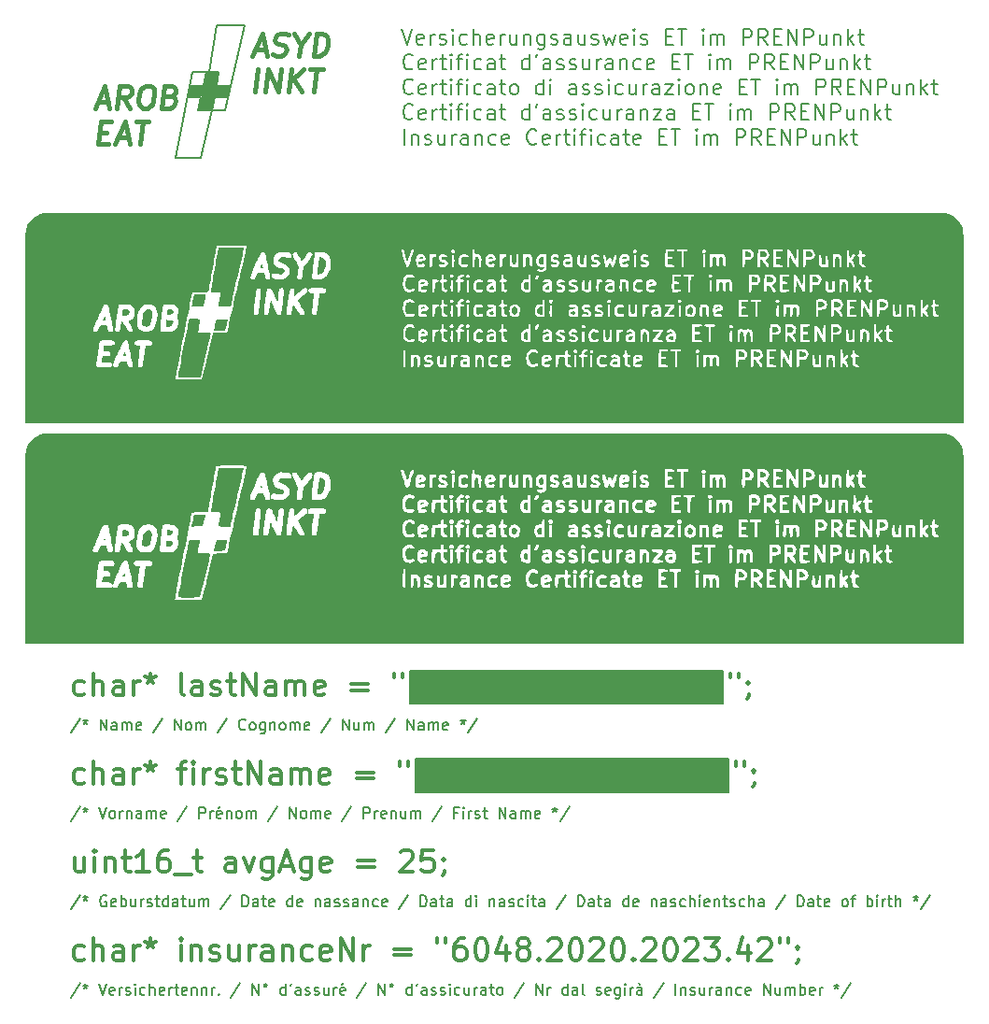
<source format=gto>
G04 #@! TF.GenerationSoftware,KiCad,Pcbnew,7.0.1*
G04 #@! TF.CreationDate,2023-04-27T10:40:14+02:00*
G04 #@! TF.ProjectId,ET-Abschlussgadget_2023-rounded,45542d41-6273-4636-986c-757373676164,rev?*
G04 #@! TF.SameCoordinates,Original*
G04 #@! TF.FileFunction,Legend,Top*
G04 #@! TF.FilePolarity,Positive*
%FSLAX46Y46*%
G04 Gerber Fmt 4.6, Leading zero omitted, Abs format (unit mm)*
G04 Created by KiCad (PCBNEW 7.0.1) date 2023-04-27 10:40:14*
%MOMM*%
%LPD*%
G01*
G04 APERTURE LIST*
%ADD10C,0.150000*%
%ADD11C,0.300000*%
%ADD12C,0.200000*%
%ADD13C,0.400000*%
G04 APERTURE END LIST*
D10*
X116837500Y-47362500D02*
X116200000Y-50700000D01*
X116437500Y-47362500D02*
X115800000Y-50700000D01*
X116625000Y-47250000D02*
X115125000Y-47250000D01*
X117437500Y-47362500D02*
X116800000Y-50700000D01*
X114800000Y-49400000D02*
X118400000Y-49400000D01*
X115925000Y-49525000D02*
X115675000Y-50750000D01*
X117237500Y-47362500D02*
X116600000Y-50700000D01*
X117550000Y-47250000D02*
X116425000Y-47250000D01*
X118125000Y-50750000D02*
X119875000Y-43000000D01*
X115875000Y-55000000D02*
X116875000Y-50750000D01*
X117037500Y-47362500D02*
X116400000Y-50700000D01*
X117550000Y-47275000D02*
X116875000Y-50750000D01*
X114900000Y-48900000D02*
X118500000Y-48900000D01*
X114800000Y-49100000D02*
X118400000Y-49100000D01*
X117300000Y-48525000D02*
X117550000Y-47275000D01*
X118625000Y-48525000D02*
X117300000Y-48525000D01*
X116875000Y-50750000D02*
X118125000Y-50750000D01*
X114800000Y-49000000D02*
X118500000Y-49000000D01*
X114800000Y-49200000D02*
X118400000Y-49200000D01*
X116425000Y-47275000D02*
X116175000Y-48525000D01*
X117175000Y-49525000D02*
X118375000Y-49525000D01*
X116875000Y-50750000D02*
X117150000Y-49525000D01*
X117375000Y-43000000D02*
X116625000Y-47250000D01*
X116537500Y-47362500D02*
X115900000Y-50700000D01*
X114725000Y-49525000D02*
X115925000Y-49525000D01*
X114900000Y-48700000D02*
X118500000Y-48700000D01*
X115125000Y-47250000D02*
X113625000Y-55000000D01*
X115675000Y-50750000D02*
X116925000Y-50750000D01*
X116937500Y-47362500D02*
X116300000Y-50700000D01*
X119875000Y-43000000D02*
X117375000Y-43000000D01*
X116637500Y-47362500D02*
X116000000Y-50700000D01*
X114800000Y-49300000D02*
X118400000Y-49300000D01*
X113625000Y-55000000D02*
X115875000Y-55000000D01*
X163700000Y-112500000D02*
X135400000Y-112500000D01*
X135400000Y-109500000D01*
X163700000Y-109500000D01*
X163700000Y-112500000D01*
G36*
X163700000Y-112500000D02*
G01*
X135400000Y-112500000D01*
X135400000Y-109500000D01*
X163700000Y-109500000D01*
X163700000Y-112500000D01*
G37*
X163200000Y-104500000D02*
X134900000Y-104500000D01*
X134900000Y-101500000D01*
X163200000Y-101500000D01*
X163200000Y-104500000D01*
G36*
X163200000Y-104500000D02*
G01*
X134900000Y-104500000D01*
X134900000Y-101500000D01*
X163200000Y-101500000D01*
X163200000Y-104500000D01*
G37*
X116175000Y-48525000D02*
X114925000Y-48525000D01*
X117137500Y-47362500D02*
X116500000Y-50700000D01*
X114900000Y-48800000D02*
X118500000Y-48800000D01*
X116737500Y-47362500D02*
X116100000Y-50700000D01*
X117337500Y-47362500D02*
X116700000Y-50700000D01*
X114900000Y-48600000D02*
X118600000Y-48600000D01*
D11*
X105333333Y-118421904D02*
X105333333Y-119755238D01*
X104476190Y-118421904D02*
X104476190Y-119469523D01*
X104476190Y-119469523D02*
X104571428Y-119660000D01*
X104571428Y-119660000D02*
X104761904Y-119755238D01*
X104761904Y-119755238D02*
X105047619Y-119755238D01*
X105047619Y-119755238D02*
X105238095Y-119660000D01*
X105238095Y-119660000D02*
X105333333Y-119564761D01*
X106285714Y-119755238D02*
X106285714Y-118421904D01*
X106285714Y-117755238D02*
X106190476Y-117850476D01*
X106190476Y-117850476D02*
X106285714Y-117945714D01*
X106285714Y-117945714D02*
X106380952Y-117850476D01*
X106380952Y-117850476D02*
X106285714Y-117755238D01*
X106285714Y-117755238D02*
X106285714Y-117945714D01*
X107238095Y-118421904D02*
X107238095Y-119755238D01*
X107238095Y-118612380D02*
X107333333Y-118517142D01*
X107333333Y-118517142D02*
X107523809Y-118421904D01*
X107523809Y-118421904D02*
X107809524Y-118421904D01*
X107809524Y-118421904D02*
X108000000Y-118517142D01*
X108000000Y-118517142D02*
X108095238Y-118707619D01*
X108095238Y-118707619D02*
X108095238Y-119755238D01*
X108761905Y-118421904D02*
X109523809Y-118421904D01*
X109047619Y-117755238D02*
X109047619Y-119469523D01*
X109047619Y-119469523D02*
X109142857Y-119660000D01*
X109142857Y-119660000D02*
X109333333Y-119755238D01*
X109333333Y-119755238D02*
X109523809Y-119755238D01*
X111238095Y-119755238D02*
X110095238Y-119755238D01*
X110666666Y-119755238D02*
X110666666Y-117755238D01*
X110666666Y-117755238D02*
X110476190Y-118040952D01*
X110476190Y-118040952D02*
X110285714Y-118231428D01*
X110285714Y-118231428D02*
X110095238Y-118326666D01*
X112952381Y-117755238D02*
X112571428Y-117755238D01*
X112571428Y-117755238D02*
X112380952Y-117850476D01*
X112380952Y-117850476D02*
X112285714Y-117945714D01*
X112285714Y-117945714D02*
X112095238Y-118231428D01*
X112095238Y-118231428D02*
X112000000Y-118612380D01*
X112000000Y-118612380D02*
X112000000Y-119374285D01*
X112000000Y-119374285D02*
X112095238Y-119564761D01*
X112095238Y-119564761D02*
X112190476Y-119660000D01*
X112190476Y-119660000D02*
X112380952Y-119755238D01*
X112380952Y-119755238D02*
X112761905Y-119755238D01*
X112761905Y-119755238D02*
X112952381Y-119660000D01*
X112952381Y-119660000D02*
X113047619Y-119564761D01*
X113047619Y-119564761D02*
X113142857Y-119374285D01*
X113142857Y-119374285D02*
X113142857Y-118898095D01*
X113142857Y-118898095D02*
X113047619Y-118707619D01*
X113047619Y-118707619D02*
X112952381Y-118612380D01*
X112952381Y-118612380D02*
X112761905Y-118517142D01*
X112761905Y-118517142D02*
X112380952Y-118517142D01*
X112380952Y-118517142D02*
X112190476Y-118612380D01*
X112190476Y-118612380D02*
X112095238Y-118707619D01*
X112095238Y-118707619D02*
X112000000Y-118898095D01*
X113523810Y-119945714D02*
X115047619Y-119945714D01*
X115238096Y-118421904D02*
X116000000Y-118421904D01*
X115523810Y-117755238D02*
X115523810Y-119469523D01*
X115523810Y-119469523D02*
X115619048Y-119660000D01*
X115619048Y-119660000D02*
X115809524Y-119755238D01*
X115809524Y-119755238D02*
X116000000Y-119755238D01*
X119047620Y-119755238D02*
X119047620Y-118707619D01*
X119047620Y-118707619D02*
X118952382Y-118517142D01*
X118952382Y-118517142D02*
X118761906Y-118421904D01*
X118761906Y-118421904D02*
X118380953Y-118421904D01*
X118380953Y-118421904D02*
X118190477Y-118517142D01*
X119047620Y-119660000D02*
X118857144Y-119755238D01*
X118857144Y-119755238D02*
X118380953Y-119755238D01*
X118380953Y-119755238D02*
X118190477Y-119660000D01*
X118190477Y-119660000D02*
X118095239Y-119469523D01*
X118095239Y-119469523D02*
X118095239Y-119279047D01*
X118095239Y-119279047D02*
X118190477Y-119088571D01*
X118190477Y-119088571D02*
X118380953Y-118993333D01*
X118380953Y-118993333D02*
X118857144Y-118993333D01*
X118857144Y-118993333D02*
X119047620Y-118898095D01*
X119809525Y-118421904D02*
X120285715Y-119755238D01*
X120285715Y-119755238D02*
X120761906Y-118421904D01*
X122380954Y-118421904D02*
X122380954Y-120040952D01*
X122380954Y-120040952D02*
X122285716Y-120231428D01*
X122285716Y-120231428D02*
X122190478Y-120326666D01*
X122190478Y-120326666D02*
X122000001Y-120421904D01*
X122000001Y-120421904D02*
X121714287Y-120421904D01*
X121714287Y-120421904D02*
X121523811Y-120326666D01*
X122380954Y-119660000D02*
X122190478Y-119755238D01*
X122190478Y-119755238D02*
X121809525Y-119755238D01*
X121809525Y-119755238D02*
X121619049Y-119660000D01*
X121619049Y-119660000D02*
X121523811Y-119564761D01*
X121523811Y-119564761D02*
X121428573Y-119374285D01*
X121428573Y-119374285D02*
X121428573Y-118802857D01*
X121428573Y-118802857D02*
X121523811Y-118612380D01*
X121523811Y-118612380D02*
X121619049Y-118517142D01*
X121619049Y-118517142D02*
X121809525Y-118421904D01*
X121809525Y-118421904D02*
X122190478Y-118421904D01*
X122190478Y-118421904D02*
X122380954Y-118517142D01*
X123238097Y-119183809D02*
X124190478Y-119183809D01*
X123047621Y-119755238D02*
X123714287Y-117755238D01*
X123714287Y-117755238D02*
X124380954Y-119755238D01*
X125904764Y-118421904D02*
X125904764Y-120040952D01*
X125904764Y-120040952D02*
X125809526Y-120231428D01*
X125809526Y-120231428D02*
X125714288Y-120326666D01*
X125714288Y-120326666D02*
X125523811Y-120421904D01*
X125523811Y-120421904D02*
X125238097Y-120421904D01*
X125238097Y-120421904D02*
X125047621Y-120326666D01*
X125904764Y-119660000D02*
X125714288Y-119755238D01*
X125714288Y-119755238D02*
X125333335Y-119755238D01*
X125333335Y-119755238D02*
X125142859Y-119660000D01*
X125142859Y-119660000D02*
X125047621Y-119564761D01*
X125047621Y-119564761D02*
X124952383Y-119374285D01*
X124952383Y-119374285D02*
X124952383Y-118802857D01*
X124952383Y-118802857D02*
X125047621Y-118612380D01*
X125047621Y-118612380D02*
X125142859Y-118517142D01*
X125142859Y-118517142D02*
X125333335Y-118421904D01*
X125333335Y-118421904D02*
X125714288Y-118421904D01*
X125714288Y-118421904D02*
X125904764Y-118517142D01*
X127619050Y-119660000D02*
X127428574Y-119755238D01*
X127428574Y-119755238D02*
X127047621Y-119755238D01*
X127047621Y-119755238D02*
X126857145Y-119660000D01*
X126857145Y-119660000D02*
X126761907Y-119469523D01*
X126761907Y-119469523D02*
X126761907Y-118707619D01*
X126761907Y-118707619D02*
X126857145Y-118517142D01*
X126857145Y-118517142D02*
X127047621Y-118421904D01*
X127047621Y-118421904D02*
X127428574Y-118421904D01*
X127428574Y-118421904D02*
X127619050Y-118517142D01*
X127619050Y-118517142D02*
X127714288Y-118707619D01*
X127714288Y-118707619D02*
X127714288Y-118898095D01*
X127714288Y-118898095D02*
X126761907Y-119088571D01*
X130095241Y-118707619D02*
X131619051Y-118707619D01*
X131619051Y-119279047D02*
X130095241Y-119279047D01*
X134000003Y-117945714D02*
X134095241Y-117850476D01*
X134095241Y-117850476D02*
X134285717Y-117755238D01*
X134285717Y-117755238D02*
X134761908Y-117755238D01*
X134761908Y-117755238D02*
X134952384Y-117850476D01*
X134952384Y-117850476D02*
X135047622Y-117945714D01*
X135047622Y-117945714D02*
X135142860Y-118136190D01*
X135142860Y-118136190D02*
X135142860Y-118326666D01*
X135142860Y-118326666D02*
X135047622Y-118612380D01*
X135047622Y-118612380D02*
X133904765Y-119755238D01*
X133904765Y-119755238D02*
X135142860Y-119755238D01*
X136952384Y-117755238D02*
X136000003Y-117755238D01*
X136000003Y-117755238D02*
X135904765Y-118707619D01*
X135904765Y-118707619D02*
X136000003Y-118612380D01*
X136000003Y-118612380D02*
X136190479Y-118517142D01*
X136190479Y-118517142D02*
X136666670Y-118517142D01*
X136666670Y-118517142D02*
X136857146Y-118612380D01*
X136857146Y-118612380D02*
X136952384Y-118707619D01*
X136952384Y-118707619D02*
X137047622Y-118898095D01*
X137047622Y-118898095D02*
X137047622Y-119374285D01*
X137047622Y-119374285D02*
X136952384Y-119564761D01*
X136952384Y-119564761D02*
X136857146Y-119660000D01*
X136857146Y-119660000D02*
X136666670Y-119755238D01*
X136666670Y-119755238D02*
X136190479Y-119755238D01*
X136190479Y-119755238D02*
X136000003Y-119660000D01*
X136000003Y-119660000D02*
X135904765Y-119564761D01*
X138000003Y-119660000D02*
X138000003Y-119755238D01*
X138000003Y-119755238D02*
X137904765Y-119945714D01*
X137904765Y-119945714D02*
X137809527Y-120040952D01*
X137904765Y-118517142D02*
X138000003Y-118612380D01*
X138000003Y-118612380D02*
X137904765Y-118707619D01*
X137904765Y-118707619D02*
X137809527Y-118612380D01*
X137809527Y-118612380D02*
X137904765Y-118517142D01*
X137904765Y-118517142D02*
X137904765Y-118707619D01*
X105333333Y-103660000D02*
X105142857Y-103755238D01*
X105142857Y-103755238D02*
X104761904Y-103755238D01*
X104761904Y-103755238D02*
X104571428Y-103660000D01*
X104571428Y-103660000D02*
X104476190Y-103564761D01*
X104476190Y-103564761D02*
X104380952Y-103374285D01*
X104380952Y-103374285D02*
X104380952Y-102802857D01*
X104380952Y-102802857D02*
X104476190Y-102612380D01*
X104476190Y-102612380D02*
X104571428Y-102517142D01*
X104571428Y-102517142D02*
X104761904Y-102421904D01*
X104761904Y-102421904D02*
X105142857Y-102421904D01*
X105142857Y-102421904D02*
X105333333Y-102517142D01*
X106190476Y-103755238D02*
X106190476Y-101755238D01*
X107047619Y-103755238D02*
X107047619Y-102707619D01*
X107047619Y-102707619D02*
X106952381Y-102517142D01*
X106952381Y-102517142D02*
X106761905Y-102421904D01*
X106761905Y-102421904D02*
X106476190Y-102421904D01*
X106476190Y-102421904D02*
X106285714Y-102517142D01*
X106285714Y-102517142D02*
X106190476Y-102612380D01*
X108857143Y-103755238D02*
X108857143Y-102707619D01*
X108857143Y-102707619D02*
X108761905Y-102517142D01*
X108761905Y-102517142D02*
X108571429Y-102421904D01*
X108571429Y-102421904D02*
X108190476Y-102421904D01*
X108190476Y-102421904D02*
X108000000Y-102517142D01*
X108857143Y-103660000D02*
X108666667Y-103755238D01*
X108666667Y-103755238D02*
X108190476Y-103755238D01*
X108190476Y-103755238D02*
X108000000Y-103660000D01*
X108000000Y-103660000D02*
X107904762Y-103469523D01*
X107904762Y-103469523D02*
X107904762Y-103279047D01*
X107904762Y-103279047D02*
X108000000Y-103088571D01*
X108000000Y-103088571D02*
X108190476Y-102993333D01*
X108190476Y-102993333D02*
X108666667Y-102993333D01*
X108666667Y-102993333D02*
X108857143Y-102898095D01*
X109809524Y-103755238D02*
X109809524Y-102421904D01*
X109809524Y-102802857D02*
X109904762Y-102612380D01*
X109904762Y-102612380D02*
X110000000Y-102517142D01*
X110000000Y-102517142D02*
X110190476Y-102421904D01*
X110190476Y-102421904D02*
X110380953Y-102421904D01*
X111333333Y-101755238D02*
X111333333Y-102231428D01*
X110857143Y-102040952D02*
X111333333Y-102231428D01*
X111333333Y-102231428D02*
X111809524Y-102040952D01*
X111047619Y-102612380D02*
X111333333Y-102231428D01*
X111333333Y-102231428D02*
X111619048Y-102612380D01*
X114380953Y-103755238D02*
X114190477Y-103660000D01*
X114190477Y-103660000D02*
X114095239Y-103469523D01*
X114095239Y-103469523D02*
X114095239Y-101755238D01*
X116000001Y-103755238D02*
X116000001Y-102707619D01*
X116000001Y-102707619D02*
X115904763Y-102517142D01*
X115904763Y-102517142D02*
X115714287Y-102421904D01*
X115714287Y-102421904D02*
X115333334Y-102421904D01*
X115333334Y-102421904D02*
X115142858Y-102517142D01*
X116000001Y-103660000D02*
X115809525Y-103755238D01*
X115809525Y-103755238D02*
X115333334Y-103755238D01*
X115333334Y-103755238D02*
X115142858Y-103660000D01*
X115142858Y-103660000D02*
X115047620Y-103469523D01*
X115047620Y-103469523D02*
X115047620Y-103279047D01*
X115047620Y-103279047D02*
X115142858Y-103088571D01*
X115142858Y-103088571D02*
X115333334Y-102993333D01*
X115333334Y-102993333D02*
X115809525Y-102993333D01*
X115809525Y-102993333D02*
X116000001Y-102898095D01*
X116857144Y-103660000D02*
X117047620Y-103755238D01*
X117047620Y-103755238D02*
X117428572Y-103755238D01*
X117428572Y-103755238D02*
X117619049Y-103660000D01*
X117619049Y-103660000D02*
X117714287Y-103469523D01*
X117714287Y-103469523D02*
X117714287Y-103374285D01*
X117714287Y-103374285D02*
X117619049Y-103183809D01*
X117619049Y-103183809D02*
X117428572Y-103088571D01*
X117428572Y-103088571D02*
X117142858Y-103088571D01*
X117142858Y-103088571D02*
X116952382Y-102993333D01*
X116952382Y-102993333D02*
X116857144Y-102802857D01*
X116857144Y-102802857D02*
X116857144Y-102707619D01*
X116857144Y-102707619D02*
X116952382Y-102517142D01*
X116952382Y-102517142D02*
X117142858Y-102421904D01*
X117142858Y-102421904D02*
X117428572Y-102421904D01*
X117428572Y-102421904D02*
X117619049Y-102517142D01*
X118285716Y-102421904D02*
X119047620Y-102421904D01*
X118571430Y-101755238D02*
X118571430Y-103469523D01*
X118571430Y-103469523D02*
X118666668Y-103660000D01*
X118666668Y-103660000D02*
X118857144Y-103755238D01*
X118857144Y-103755238D02*
X119047620Y-103755238D01*
X119714287Y-103755238D02*
X119714287Y-101755238D01*
X119714287Y-101755238D02*
X120857144Y-103755238D01*
X120857144Y-103755238D02*
X120857144Y-101755238D01*
X122666668Y-103755238D02*
X122666668Y-102707619D01*
X122666668Y-102707619D02*
X122571430Y-102517142D01*
X122571430Y-102517142D02*
X122380954Y-102421904D01*
X122380954Y-102421904D02*
X122000001Y-102421904D01*
X122000001Y-102421904D02*
X121809525Y-102517142D01*
X122666668Y-103660000D02*
X122476192Y-103755238D01*
X122476192Y-103755238D02*
X122000001Y-103755238D01*
X122000001Y-103755238D02*
X121809525Y-103660000D01*
X121809525Y-103660000D02*
X121714287Y-103469523D01*
X121714287Y-103469523D02*
X121714287Y-103279047D01*
X121714287Y-103279047D02*
X121809525Y-103088571D01*
X121809525Y-103088571D02*
X122000001Y-102993333D01*
X122000001Y-102993333D02*
X122476192Y-102993333D01*
X122476192Y-102993333D02*
X122666668Y-102898095D01*
X123619049Y-103755238D02*
X123619049Y-102421904D01*
X123619049Y-102612380D02*
X123714287Y-102517142D01*
X123714287Y-102517142D02*
X123904763Y-102421904D01*
X123904763Y-102421904D02*
X124190478Y-102421904D01*
X124190478Y-102421904D02*
X124380954Y-102517142D01*
X124380954Y-102517142D02*
X124476192Y-102707619D01*
X124476192Y-102707619D02*
X124476192Y-103755238D01*
X124476192Y-102707619D02*
X124571430Y-102517142D01*
X124571430Y-102517142D02*
X124761906Y-102421904D01*
X124761906Y-102421904D02*
X125047620Y-102421904D01*
X125047620Y-102421904D02*
X125238097Y-102517142D01*
X125238097Y-102517142D02*
X125333335Y-102707619D01*
X125333335Y-102707619D02*
X125333335Y-103755238D01*
X127047621Y-103660000D02*
X126857145Y-103755238D01*
X126857145Y-103755238D02*
X126476192Y-103755238D01*
X126476192Y-103755238D02*
X126285716Y-103660000D01*
X126285716Y-103660000D02*
X126190478Y-103469523D01*
X126190478Y-103469523D02*
X126190478Y-102707619D01*
X126190478Y-102707619D02*
X126285716Y-102517142D01*
X126285716Y-102517142D02*
X126476192Y-102421904D01*
X126476192Y-102421904D02*
X126857145Y-102421904D01*
X126857145Y-102421904D02*
X127047621Y-102517142D01*
X127047621Y-102517142D02*
X127142859Y-102707619D01*
X127142859Y-102707619D02*
X127142859Y-102898095D01*
X127142859Y-102898095D02*
X126190478Y-103088571D01*
X129523812Y-102707619D02*
X131047622Y-102707619D01*
X131047622Y-103279047D02*
X129523812Y-103279047D01*
X133428574Y-101755238D02*
X133428574Y-102136190D01*
X134190479Y-101755238D02*
X134190479Y-102136190D01*
X163904774Y-101755238D02*
X163904774Y-102136190D01*
X164666679Y-101755238D02*
X164666679Y-102136190D01*
X165619060Y-103660000D02*
X165619060Y-103755238D01*
X165619060Y-103755238D02*
X165523822Y-103945714D01*
X165523822Y-103945714D02*
X165428584Y-104040952D01*
X165523822Y-102517142D02*
X165619060Y-102612380D01*
X165619060Y-102612380D02*
X165523822Y-102707619D01*
X165523822Y-102707619D02*
X165428584Y-102612380D01*
X165428584Y-102612380D02*
X165523822Y-102517142D01*
X165523822Y-102517142D02*
X165523822Y-102707619D01*
D12*
X104952380Y-113830000D02*
X104095238Y-115115714D01*
X105428571Y-113877619D02*
X105428571Y-114115714D01*
X105190476Y-114020476D02*
X105428571Y-114115714D01*
X105428571Y-114115714D02*
X105666666Y-114020476D01*
X105285714Y-114306190D02*
X105428571Y-114115714D01*
X105428571Y-114115714D02*
X105571428Y-114306190D01*
X106666667Y-113877619D02*
X107000000Y-114877619D01*
X107000000Y-114877619D02*
X107333333Y-113877619D01*
X107809524Y-114877619D02*
X107714286Y-114830000D01*
X107714286Y-114830000D02*
X107666667Y-114782380D01*
X107666667Y-114782380D02*
X107619048Y-114687142D01*
X107619048Y-114687142D02*
X107619048Y-114401428D01*
X107619048Y-114401428D02*
X107666667Y-114306190D01*
X107666667Y-114306190D02*
X107714286Y-114258571D01*
X107714286Y-114258571D02*
X107809524Y-114210952D01*
X107809524Y-114210952D02*
X107952381Y-114210952D01*
X107952381Y-114210952D02*
X108047619Y-114258571D01*
X108047619Y-114258571D02*
X108095238Y-114306190D01*
X108095238Y-114306190D02*
X108142857Y-114401428D01*
X108142857Y-114401428D02*
X108142857Y-114687142D01*
X108142857Y-114687142D02*
X108095238Y-114782380D01*
X108095238Y-114782380D02*
X108047619Y-114830000D01*
X108047619Y-114830000D02*
X107952381Y-114877619D01*
X107952381Y-114877619D02*
X107809524Y-114877619D01*
X108571429Y-114877619D02*
X108571429Y-114210952D01*
X108571429Y-114401428D02*
X108619048Y-114306190D01*
X108619048Y-114306190D02*
X108666667Y-114258571D01*
X108666667Y-114258571D02*
X108761905Y-114210952D01*
X108761905Y-114210952D02*
X108857143Y-114210952D01*
X109190477Y-114210952D02*
X109190477Y-114877619D01*
X109190477Y-114306190D02*
X109238096Y-114258571D01*
X109238096Y-114258571D02*
X109333334Y-114210952D01*
X109333334Y-114210952D02*
X109476191Y-114210952D01*
X109476191Y-114210952D02*
X109571429Y-114258571D01*
X109571429Y-114258571D02*
X109619048Y-114353809D01*
X109619048Y-114353809D02*
X109619048Y-114877619D01*
X110523810Y-114877619D02*
X110523810Y-114353809D01*
X110523810Y-114353809D02*
X110476191Y-114258571D01*
X110476191Y-114258571D02*
X110380953Y-114210952D01*
X110380953Y-114210952D02*
X110190477Y-114210952D01*
X110190477Y-114210952D02*
X110095239Y-114258571D01*
X110523810Y-114830000D02*
X110428572Y-114877619D01*
X110428572Y-114877619D02*
X110190477Y-114877619D01*
X110190477Y-114877619D02*
X110095239Y-114830000D01*
X110095239Y-114830000D02*
X110047620Y-114734761D01*
X110047620Y-114734761D02*
X110047620Y-114639523D01*
X110047620Y-114639523D02*
X110095239Y-114544285D01*
X110095239Y-114544285D02*
X110190477Y-114496666D01*
X110190477Y-114496666D02*
X110428572Y-114496666D01*
X110428572Y-114496666D02*
X110523810Y-114449047D01*
X111000001Y-114877619D02*
X111000001Y-114210952D01*
X111000001Y-114306190D02*
X111047620Y-114258571D01*
X111047620Y-114258571D02*
X111142858Y-114210952D01*
X111142858Y-114210952D02*
X111285715Y-114210952D01*
X111285715Y-114210952D02*
X111380953Y-114258571D01*
X111380953Y-114258571D02*
X111428572Y-114353809D01*
X111428572Y-114353809D02*
X111428572Y-114877619D01*
X111428572Y-114353809D02*
X111476191Y-114258571D01*
X111476191Y-114258571D02*
X111571429Y-114210952D01*
X111571429Y-114210952D02*
X111714286Y-114210952D01*
X111714286Y-114210952D02*
X111809525Y-114258571D01*
X111809525Y-114258571D02*
X111857144Y-114353809D01*
X111857144Y-114353809D02*
X111857144Y-114877619D01*
X112714286Y-114830000D02*
X112619048Y-114877619D01*
X112619048Y-114877619D02*
X112428572Y-114877619D01*
X112428572Y-114877619D02*
X112333334Y-114830000D01*
X112333334Y-114830000D02*
X112285715Y-114734761D01*
X112285715Y-114734761D02*
X112285715Y-114353809D01*
X112285715Y-114353809D02*
X112333334Y-114258571D01*
X112333334Y-114258571D02*
X112428572Y-114210952D01*
X112428572Y-114210952D02*
X112619048Y-114210952D01*
X112619048Y-114210952D02*
X112714286Y-114258571D01*
X112714286Y-114258571D02*
X112761905Y-114353809D01*
X112761905Y-114353809D02*
X112761905Y-114449047D01*
X112761905Y-114449047D02*
X112285715Y-114544285D01*
X114666667Y-113830000D02*
X113809525Y-115115714D01*
X115761906Y-114877619D02*
X115761906Y-113877619D01*
X115761906Y-113877619D02*
X116142858Y-113877619D01*
X116142858Y-113877619D02*
X116238096Y-113925238D01*
X116238096Y-113925238D02*
X116285715Y-113972857D01*
X116285715Y-113972857D02*
X116333334Y-114068095D01*
X116333334Y-114068095D02*
X116333334Y-114210952D01*
X116333334Y-114210952D02*
X116285715Y-114306190D01*
X116285715Y-114306190D02*
X116238096Y-114353809D01*
X116238096Y-114353809D02*
X116142858Y-114401428D01*
X116142858Y-114401428D02*
X115761906Y-114401428D01*
X116761906Y-114877619D02*
X116761906Y-114210952D01*
X116761906Y-114401428D02*
X116809525Y-114306190D01*
X116809525Y-114306190D02*
X116857144Y-114258571D01*
X116857144Y-114258571D02*
X116952382Y-114210952D01*
X116952382Y-114210952D02*
X117047620Y-114210952D01*
X117761906Y-114830000D02*
X117666668Y-114877619D01*
X117666668Y-114877619D02*
X117476192Y-114877619D01*
X117476192Y-114877619D02*
X117380954Y-114830000D01*
X117380954Y-114830000D02*
X117333335Y-114734761D01*
X117333335Y-114734761D02*
X117333335Y-114353809D01*
X117333335Y-114353809D02*
X117380954Y-114258571D01*
X117380954Y-114258571D02*
X117476192Y-114210952D01*
X117476192Y-114210952D02*
X117666668Y-114210952D01*
X117666668Y-114210952D02*
X117761906Y-114258571D01*
X117761906Y-114258571D02*
X117809525Y-114353809D01*
X117809525Y-114353809D02*
X117809525Y-114449047D01*
X117809525Y-114449047D02*
X117333335Y-114544285D01*
X117666668Y-113830000D02*
X117523811Y-113972857D01*
X118238097Y-114210952D02*
X118238097Y-114877619D01*
X118238097Y-114306190D02*
X118285716Y-114258571D01*
X118285716Y-114258571D02*
X118380954Y-114210952D01*
X118380954Y-114210952D02*
X118523811Y-114210952D01*
X118523811Y-114210952D02*
X118619049Y-114258571D01*
X118619049Y-114258571D02*
X118666668Y-114353809D01*
X118666668Y-114353809D02*
X118666668Y-114877619D01*
X119285716Y-114877619D02*
X119190478Y-114830000D01*
X119190478Y-114830000D02*
X119142859Y-114782380D01*
X119142859Y-114782380D02*
X119095240Y-114687142D01*
X119095240Y-114687142D02*
X119095240Y-114401428D01*
X119095240Y-114401428D02*
X119142859Y-114306190D01*
X119142859Y-114306190D02*
X119190478Y-114258571D01*
X119190478Y-114258571D02*
X119285716Y-114210952D01*
X119285716Y-114210952D02*
X119428573Y-114210952D01*
X119428573Y-114210952D02*
X119523811Y-114258571D01*
X119523811Y-114258571D02*
X119571430Y-114306190D01*
X119571430Y-114306190D02*
X119619049Y-114401428D01*
X119619049Y-114401428D02*
X119619049Y-114687142D01*
X119619049Y-114687142D02*
X119571430Y-114782380D01*
X119571430Y-114782380D02*
X119523811Y-114830000D01*
X119523811Y-114830000D02*
X119428573Y-114877619D01*
X119428573Y-114877619D02*
X119285716Y-114877619D01*
X120047621Y-114877619D02*
X120047621Y-114210952D01*
X120047621Y-114306190D02*
X120095240Y-114258571D01*
X120095240Y-114258571D02*
X120190478Y-114210952D01*
X120190478Y-114210952D02*
X120333335Y-114210952D01*
X120333335Y-114210952D02*
X120428573Y-114258571D01*
X120428573Y-114258571D02*
X120476192Y-114353809D01*
X120476192Y-114353809D02*
X120476192Y-114877619D01*
X120476192Y-114353809D02*
X120523811Y-114258571D01*
X120523811Y-114258571D02*
X120619049Y-114210952D01*
X120619049Y-114210952D02*
X120761906Y-114210952D01*
X120761906Y-114210952D02*
X120857145Y-114258571D01*
X120857145Y-114258571D02*
X120904764Y-114353809D01*
X120904764Y-114353809D02*
X120904764Y-114877619D01*
X122857144Y-113830000D02*
X122000002Y-115115714D01*
X123952383Y-114877619D02*
X123952383Y-113877619D01*
X123952383Y-113877619D02*
X124523811Y-114877619D01*
X124523811Y-114877619D02*
X124523811Y-113877619D01*
X125142859Y-114877619D02*
X125047621Y-114830000D01*
X125047621Y-114830000D02*
X125000002Y-114782380D01*
X125000002Y-114782380D02*
X124952383Y-114687142D01*
X124952383Y-114687142D02*
X124952383Y-114401428D01*
X124952383Y-114401428D02*
X125000002Y-114306190D01*
X125000002Y-114306190D02*
X125047621Y-114258571D01*
X125047621Y-114258571D02*
X125142859Y-114210952D01*
X125142859Y-114210952D02*
X125285716Y-114210952D01*
X125285716Y-114210952D02*
X125380954Y-114258571D01*
X125380954Y-114258571D02*
X125428573Y-114306190D01*
X125428573Y-114306190D02*
X125476192Y-114401428D01*
X125476192Y-114401428D02*
X125476192Y-114687142D01*
X125476192Y-114687142D02*
X125428573Y-114782380D01*
X125428573Y-114782380D02*
X125380954Y-114830000D01*
X125380954Y-114830000D02*
X125285716Y-114877619D01*
X125285716Y-114877619D02*
X125142859Y-114877619D01*
X125904764Y-114877619D02*
X125904764Y-114210952D01*
X125904764Y-114306190D02*
X125952383Y-114258571D01*
X125952383Y-114258571D02*
X126047621Y-114210952D01*
X126047621Y-114210952D02*
X126190478Y-114210952D01*
X126190478Y-114210952D02*
X126285716Y-114258571D01*
X126285716Y-114258571D02*
X126333335Y-114353809D01*
X126333335Y-114353809D02*
X126333335Y-114877619D01*
X126333335Y-114353809D02*
X126380954Y-114258571D01*
X126380954Y-114258571D02*
X126476192Y-114210952D01*
X126476192Y-114210952D02*
X126619049Y-114210952D01*
X126619049Y-114210952D02*
X126714288Y-114258571D01*
X126714288Y-114258571D02*
X126761907Y-114353809D01*
X126761907Y-114353809D02*
X126761907Y-114877619D01*
X127619049Y-114830000D02*
X127523811Y-114877619D01*
X127523811Y-114877619D02*
X127333335Y-114877619D01*
X127333335Y-114877619D02*
X127238097Y-114830000D01*
X127238097Y-114830000D02*
X127190478Y-114734761D01*
X127190478Y-114734761D02*
X127190478Y-114353809D01*
X127190478Y-114353809D02*
X127238097Y-114258571D01*
X127238097Y-114258571D02*
X127333335Y-114210952D01*
X127333335Y-114210952D02*
X127523811Y-114210952D01*
X127523811Y-114210952D02*
X127619049Y-114258571D01*
X127619049Y-114258571D02*
X127666668Y-114353809D01*
X127666668Y-114353809D02*
X127666668Y-114449047D01*
X127666668Y-114449047D02*
X127190478Y-114544285D01*
X129571430Y-113830000D02*
X128714288Y-115115714D01*
X130666669Y-114877619D02*
X130666669Y-113877619D01*
X130666669Y-113877619D02*
X131047621Y-113877619D01*
X131047621Y-113877619D02*
X131142859Y-113925238D01*
X131142859Y-113925238D02*
X131190478Y-113972857D01*
X131190478Y-113972857D02*
X131238097Y-114068095D01*
X131238097Y-114068095D02*
X131238097Y-114210952D01*
X131238097Y-114210952D02*
X131190478Y-114306190D01*
X131190478Y-114306190D02*
X131142859Y-114353809D01*
X131142859Y-114353809D02*
X131047621Y-114401428D01*
X131047621Y-114401428D02*
X130666669Y-114401428D01*
X131666669Y-114877619D02*
X131666669Y-114210952D01*
X131666669Y-114401428D02*
X131714288Y-114306190D01*
X131714288Y-114306190D02*
X131761907Y-114258571D01*
X131761907Y-114258571D02*
X131857145Y-114210952D01*
X131857145Y-114210952D02*
X131952383Y-114210952D01*
X132666669Y-114830000D02*
X132571431Y-114877619D01*
X132571431Y-114877619D02*
X132380955Y-114877619D01*
X132380955Y-114877619D02*
X132285717Y-114830000D01*
X132285717Y-114830000D02*
X132238098Y-114734761D01*
X132238098Y-114734761D02*
X132238098Y-114353809D01*
X132238098Y-114353809D02*
X132285717Y-114258571D01*
X132285717Y-114258571D02*
X132380955Y-114210952D01*
X132380955Y-114210952D02*
X132571431Y-114210952D01*
X132571431Y-114210952D02*
X132666669Y-114258571D01*
X132666669Y-114258571D02*
X132714288Y-114353809D01*
X132714288Y-114353809D02*
X132714288Y-114449047D01*
X132714288Y-114449047D02*
X132238098Y-114544285D01*
X133142860Y-114210952D02*
X133142860Y-114877619D01*
X133142860Y-114306190D02*
X133190479Y-114258571D01*
X133190479Y-114258571D02*
X133285717Y-114210952D01*
X133285717Y-114210952D02*
X133428574Y-114210952D01*
X133428574Y-114210952D02*
X133523812Y-114258571D01*
X133523812Y-114258571D02*
X133571431Y-114353809D01*
X133571431Y-114353809D02*
X133571431Y-114877619D01*
X134476193Y-114210952D02*
X134476193Y-114877619D01*
X134047622Y-114210952D02*
X134047622Y-114734761D01*
X134047622Y-114734761D02*
X134095241Y-114830000D01*
X134095241Y-114830000D02*
X134190479Y-114877619D01*
X134190479Y-114877619D02*
X134333336Y-114877619D01*
X134333336Y-114877619D02*
X134428574Y-114830000D01*
X134428574Y-114830000D02*
X134476193Y-114782380D01*
X134952384Y-114877619D02*
X134952384Y-114210952D01*
X134952384Y-114306190D02*
X135000003Y-114258571D01*
X135000003Y-114258571D02*
X135095241Y-114210952D01*
X135095241Y-114210952D02*
X135238098Y-114210952D01*
X135238098Y-114210952D02*
X135333336Y-114258571D01*
X135333336Y-114258571D02*
X135380955Y-114353809D01*
X135380955Y-114353809D02*
X135380955Y-114877619D01*
X135380955Y-114353809D02*
X135428574Y-114258571D01*
X135428574Y-114258571D02*
X135523812Y-114210952D01*
X135523812Y-114210952D02*
X135666669Y-114210952D01*
X135666669Y-114210952D02*
X135761908Y-114258571D01*
X135761908Y-114258571D02*
X135809527Y-114353809D01*
X135809527Y-114353809D02*
X135809527Y-114877619D01*
X137761907Y-113830000D02*
X136904765Y-115115714D01*
X139190479Y-114353809D02*
X138857146Y-114353809D01*
X138857146Y-114877619D02*
X138857146Y-113877619D01*
X138857146Y-113877619D02*
X139333336Y-113877619D01*
X139714289Y-114877619D02*
X139714289Y-114210952D01*
X139714289Y-113877619D02*
X139666670Y-113925238D01*
X139666670Y-113925238D02*
X139714289Y-113972857D01*
X139714289Y-113972857D02*
X139761908Y-113925238D01*
X139761908Y-113925238D02*
X139714289Y-113877619D01*
X139714289Y-113877619D02*
X139714289Y-113972857D01*
X140190479Y-114877619D02*
X140190479Y-114210952D01*
X140190479Y-114401428D02*
X140238098Y-114306190D01*
X140238098Y-114306190D02*
X140285717Y-114258571D01*
X140285717Y-114258571D02*
X140380955Y-114210952D01*
X140380955Y-114210952D02*
X140476193Y-114210952D01*
X140761908Y-114830000D02*
X140857146Y-114877619D01*
X140857146Y-114877619D02*
X141047622Y-114877619D01*
X141047622Y-114877619D02*
X141142860Y-114830000D01*
X141142860Y-114830000D02*
X141190479Y-114734761D01*
X141190479Y-114734761D02*
X141190479Y-114687142D01*
X141190479Y-114687142D02*
X141142860Y-114591904D01*
X141142860Y-114591904D02*
X141047622Y-114544285D01*
X141047622Y-114544285D02*
X140904765Y-114544285D01*
X140904765Y-114544285D02*
X140809527Y-114496666D01*
X140809527Y-114496666D02*
X140761908Y-114401428D01*
X140761908Y-114401428D02*
X140761908Y-114353809D01*
X140761908Y-114353809D02*
X140809527Y-114258571D01*
X140809527Y-114258571D02*
X140904765Y-114210952D01*
X140904765Y-114210952D02*
X141047622Y-114210952D01*
X141047622Y-114210952D02*
X141142860Y-114258571D01*
X141476194Y-114210952D02*
X141857146Y-114210952D01*
X141619051Y-113877619D02*
X141619051Y-114734761D01*
X141619051Y-114734761D02*
X141666670Y-114830000D01*
X141666670Y-114830000D02*
X141761908Y-114877619D01*
X141761908Y-114877619D02*
X141857146Y-114877619D01*
X142952385Y-114877619D02*
X142952385Y-113877619D01*
X142952385Y-113877619D02*
X143523813Y-114877619D01*
X143523813Y-114877619D02*
X143523813Y-113877619D01*
X144428575Y-114877619D02*
X144428575Y-114353809D01*
X144428575Y-114353809D02*
X144380956Y-114258571D01*
X144380956Y-114258571D02*
X144285718Y-114210952D01*
X144285718Y-114210952D02*
X144095242Y-114210952D01*
X144095242Y-114210952D02*
X144000004Y-114258571D01*
X144428575Y-114830000D02*
X144333337Y-114877619D01*
X144333337Y-114877619D02*
X144095242Y-114877619D01*
X144095242Y-114877619D02*
X144000004Y-114830000D01*
X144000004Y-114830000D02*
X143952385Y-114734761D01*
X143952385Y-114734761D02*
X143952385Y-114639523D01*
X143952385Y-114639523D02*
X144000004Y-114544285D01*
X144000004Y-114544285D02*
X144095242Y-114496666D01*
X144095242Y-114496666D02*
X144333337Y-114496666D01*
X144333337Y-114496666D02*
X144428575Y-114449047D01*
X144904766Y-114877619D02*
X144904766Y-114210952D01*
X144904766Y-114306190D02*
X144952385Y-114258571D01*
X144952385Y-114258571D02*
X145047623Y-114210952D01*
X145047623Y-114210952D02*
X145190480Y-114210952D01*
X145190480Y-114210952D02*
X145285718Y-114258571D01*
X145285718Y-114258571D02*
X145333337Y-114353809D01*
X145333337Y-114353809D02*
X145333337Y-114877619D01*
X145333337Y-114353809D02*
X145380956Y-114258571D01*
X145380956Y-114258571D02*
X145476194Y-114210952D01*
X145476194Y-114210952D02*
X145619051Y-114210952D01*
X145619051Y-114210952D02*
X145714290Y-114258571D01*
X145714290Y-114258571D02*
X145761909Y-114353809D01*
X145761909Y-114353809D02*
X145761909Y-114877619D01*
X146619051Y-114830000D02*
X146523813Y-114877619D01*
X146523813Y-114877619D02*
X146333337Y-114877619D01*
X146333337Y-114877619D02*
X146238099Y-114830000D01*
X146238099Y-114830000D02*
X146190480Y-114734761D01*
X146190480Y-114734761D02*
X146190480Y-114353809D01*
X146190480Y-114353809D02*
X146238099Y-114258571D01*
X146238099Y-114258571D02*
X146333337Y-114210952D01*
X146333337Y-114210952D02*
X146523813Y-114210952D01*
X146523813Y-114210952D02*
X146619051Y-114258571D01*
X146619051Y-114258571D02*
X146666670Y-114353809D01*
X146666670Y-114353809D02*
X146666670Y-114449047D01*
X146666670Y-114449047D02*
X146190480Y-114544285D01*
X148000004Y-113877619D02*
X148000004Y-114115714D01*
X147761909Y-114020476D02*
X148000004Y-114115714D01*
X148000004Y-114115714D02*
X148238099Y-114020476D01*
X147857147Y-114306190D02*
X148000004Y-114115714D01*
X148000004Y-114115714D02*
X148142861Y-114306190D01*
X149333337Y-113830000D02*
X148476195Y-115115714D01*
D13*
X120815476Y-45193809D02*
X121767857Y-45193809D01*
X120553571Y-45765238D02*
X121470238Y-43765238D01*
X121470238Y-43765238D02*
X121886904Y-45765238D01*
X122458333Y-45670000D02*
X122732142Y-45765238D01*
X122732142Y-45765238D02*
X123208333Y-45765238D01*
X123208333Y-45765238D02*
X123410714Y-45670000D01*
X123410714Y-45670000D02*
X123517857Y-45574761D01*
X123517857Y-45574761D02*
X123636904Y-45384285D01*
X123636904Y-45384285D02*
X123660714Y-45193809D01*
X123660714Y-45193809D02*
X123589285Y-45003333D01*
X123589285Y-45003333D02*
X123505952Y-44908095D01*
X123505952Y-44908095D02*
X123327381Y-44812857D01*
X123327381Y-44812857D02*
X122958333Y-44717619D01*
X122958333Y-44717619D02*
X122779761Y-44622380D01*
X122779761Y-44622380D02*
X122696428Y-44527142D01*
X122696428Y-44527142D02*
X122625000Y-44336666D01*
X122625000Y-44336666D02*
X122648809Y-44146190D01*
X122648809Y-44146190D02*
X122767857Y-43955714D01*
X122767857Y-43955714D02*
X122875000Y-43860476D01*
X122875000Y-43860476D02*
X123077381Y-43765238D01*
X123077381Y-43765238D02*
X123553571Y-43765238D01*
X123553571Y-43765238D02*
X123827381Y-43860476D01*
X124934523Y-44812857D02*
X124815476Y-45765238D01*
X124398809Y-43765238D02*
X124934523Y-44812857D01*
X124934523Y-44812857D02*
X125732142Y-43765238D01*
X126136904Y-45765238D02*
X126386904Y-43765238D01*
X126386904Y-43765238D02*
X126863095Y-43765238D01*
X126863095Y-43765238D02*
X127136904Y-43860476D01*
X127136904Y-43860476D02*
X127303571Y-44050952D01*
X127303571Y-44050952D02*
X127374999Y-44241428D01*
X127374999Y-44241428D02*
X127422619Y-44622380D01*
X127422619Y-44622380D02*
X127386904Y-44908095D01*
X127386904Y-44908095D02*
X127244047Y-45289047D01*
X127244047Y-45289047D02*
X127124999Y-45479523D01*
X127124999Y-45479523D02*
X126910714Y-45670000D01*
X126910714Y-45670000D02*
X126613095Y-45765238D01*
X126613095Y-45765238D02*
X126136904Y-45765238D01*
X120839285Y-49005238D02*
X121089285Y-47005238D01*
X121779761Y-49005238D02*
X122029761Y-47005238D01*
X122029761Y-47005238D02*
X122922618Y-49005238D01*
X122922618Y-49005238D02*
X123172618Y-47005238D01*
X123863094Y-49005238D02*
X124113094Y-47005238D01*
X125005951Y-49005238D02*
X124291666Y-47862380D01*
X125255951Y-47005238D02*
X123970237Y-48148095D01*
X125815475Y-47005238D02*
X126958332Y-47005238D01*
X126136904Y-49005238D02*
X126386904Y-47005238D01*
D12*
X104952380Y-129830000D02*
X104095238Y-131115714D01*
X105428571Y-129877619D02*
X105428571Y-130115714D01*
X105190476Y-130020476D02*
X105428571Y-130115714D01*
X105428571Y-130115714D02*
X105666666Y-130020476D01*
X105285714Y-130306190D02*
X105428571Y-130115714D01*
X105428571Y-130115714D02*
X105571428Y-130306190D01*
X106666667Y-129877619D02*
X107000000Y-130877619D01*
X107000000Y-130877619D02*
X107333333Y-129877619D01*
X108047619Y-130830000D02*
X107952381Y-130877619D01*
X107952381Y-130877619D02*
X107761905Y-130877619D01*
X107761905Y-130877619D02*
X107666667Y-130830000D01*
X107666667Y-130830000D02*
X107619048Y-130734761D01*
X107619048Y-130734761D02*
X107619048Y-130353809D01*
X107619048Y-130353809D02*
X107666667Y-130258571D01*
X107666667Y-130258571D02*
X107761905Y-130210952D01*
X107761905Y-130210952D02*
X107952381Y-130210952D01*
X107952381Y-130210952D02*
X108047619Y-130258571D01*
X108047619Y-130258571D02*
X108095238Y-130353809D01*
X108095238Y-130353809D02*
X108095238Y-130449047D01*
X108095238Y-130449047D02*
X107619048Y-130544285D01*
X108523810Y-130877619D02*
X108523810Y-130210952D01*
X108523810Y-130401428D02*
X108571429Y-130306190D01*
X108571429Y-130306190D02*
X108619048Y-130258571D01*
X108619048Y-130258571D02*
X108714286Y-130210952D01*
X108714286Y-130210952D02*
X108809524Y-130210952D01*
X109095239Y-130830000D02*
X109190477Y-130877619D01*
X109190477Y-130877619D02*
X109380953Y-130877619D01*
X109380953Y-130877619D02*
X109476191Y-130830000D01*
X109476191Y-130830000D02*
X109523810Y-130734761D01*
X109523810Y-130734761D02*
X109523810Y-130687142D01*
X109523810Y-130687142D02*
X109476191Y-130591904D01*
X109476191Y-130591904D02*
X109380953Y-130544285D01*
X109380953Y-130544285D02*
X109238096Y-130544285D01*
X109238096Y-130544285D02*
X109142858Y-130496666D01*
X109142858Y-130496666D02*
X109095239Y-130401428D01*
X109095239Y-130401428D02*
X109095239Y-130353809D01*
X109095239Y-130353809D02*
X109142858Y-130258571D01*
X109142858Y-130258571D02*
X109238096Y-130210952D01*
X109238096Y-130210952D02*
X109380953Y-130210952D01*
X109380953Y-130210952D02*
X109476191Y-130258571D01*
X109952382Y-130877619D02*
X109952382Y-130210952D01*
X109952382Y-129877619D02*
X109904763Y-129925238D01*
X109904763Y-129925238D02*
X109952382Y-129972857D01*
X109952382Y-129972857D02*
X110000001Y-129925238D01*
X110000001Y-129925238D02*
X109952382Y-129877619D01*
X109952382Y-129877619D02*
X109952382Y-129972857D01*
X110857143Y-130830000D02*
X110761905Y-130877619D01*
X110761905Y-130877619D02*
X110571429Y-130877619D01*
X110571429Y-130877619D02*
X110476191Y-130830000D01*
X110476191Y-130830000D02*
X110428572Y-130782380D01*
X110428572Y-130782380D02*
X110380953Y-130687142D01*
X110380953Y-130687142D02*
X110380953Y-130401428D01*
X110380953Y-130401428D02*
X110428572Y-130306190D01*
X110428572Y-130306190D02*
X110476191Y-130258571D01*
X110476191Y-130258571D02*
X110571429Y-130210952D01*
X110571429Y-130210952D02*
X110761905Y-130210952D01*
X110761905Y-130210952D02*
X110857143Y-130258571D01*
X111285715Y-130877619D02*
X111285715Y-129877619D01*
X111714286Y-130877619D02*
X111714286Y-130353809D01*
X111714286Y-130353809D02*
X111666667Y-130258571D01*
X111666667Y-130258571D02*
X111571429Y-130210952D01*
X111571429Y-130210952D02*
X111428572Y-130210952D01*
X111428572Y-130210952D02*
X111333334Y-130258571D01*
X111333334Y-130258571D02*
X111285715Y-130306190D01*
X112571429Y-130830000D02*
X112476191Y-130877619D01*
X112476191Y-130877619D02*
X112285715Y-130877619D01*
X112285715Y-130877619D02*
X112190477Y-130830000D01*
X112190477Y-130830000D02*
X112142858Y-130734761D01*
X112142858Y-130734761D02*
X112142858Y-130353809D01*
X112142858Y-130353809D02*
X112190477Y-130258571D01*
X112190477Y-130258571D02*
X112285715Y-130210952D01*
X112285715Y-130210952D02*
X112476191Y-130210952D01*
X112476191Y-130210952D02*
X112571429Y-130258571D01*
X112571429Y-130258571D02*
X112619048Y-130353809D01*
X112619048Y-130353809D02*
X112619048Y-130449047D01*
X112619048Y-130449047D02*
X112142858Y-130544285D01*
X113047620Y-130877619D02*
X113047620Y-130210952D01*
X113047620Y-130401428D02*
X113095239Y-130306190D01*
X113095239Y-130306190D02*
X113142858Y-130258571D01*
X113142858Y-130258571D02*
X113238096Y-130210952D01*
X113238096Y-130210952D02*
X113333334Y-130210952D01*
X113523811Y-130210952D02*
X113904763Y-130210952D01*
X113666668Y-129877619D02*
X113666668Y-130734761D01*
X113666668Y-130734761D02*
X113714287Y-130830000D01*
X113714287Y-130830000D02*
X113809525Y-130877619D01*
X113809525Y-130877619D02*
X113904763Y-130877619D01*
X114619049Y-130830000D02*
X114523811Y-130877619D01*
X114523811Y-130877619D02*
X114333335Y-130877619D01*
X114333335Y-130877619D02*
X114238097Y-130830000D01*
X114238097Y-130830000D02*
X114190478Y-130734761D01*
X114190478Y-130734761D02*
X114190478Y-130353809D01*
X114190478Y-130353809D02*
X114238097Y-130258571D01*
X114238097Y-130258571D02*
X114333335Y-130210952D01*
X114333335Y-130210952D02*
X114523811Y-130210952D01*
X114523811Y-130210952D02*
X114619049Y-130258571D01*
X114619049Y-130258571D02*
X114666668Y-130353809D01*
X114666668Y-130353809D02*
X114666668Y-130449047D01*
X114666668Y-130449047D02*
X114190478Y-130544285D01*
X115095240Y-130210952D02*
X115095240Y-130877619D01*
X115095240Y-130306190D02*
X115142859Y-130258571D01*
X115142859Y-130258571D02*
X115238097Y-130210952D01*
X115238097Y-130210952D02*
X115380954Y-130210952D01*
X115380954Y-130210952D02*
X115476192Y-130258571D01*
X115476192Y-130258571D02*
X115523811Y-130353809D01*
X115523811Y-130353809D02*
X115523811Y-130877619D01*
X116000002Y-130210952D02*
X116000002Y-130877619D01*
X116000002Y-130306190D02*
X116047621Y-130258571D01*
X116047621Y-130258571D02*
X116142859Y-130210952D01*
X116142859Y-130210952D02*
X116285716Y-130210952D01*
X116285716Y-130210952D02*
X116380954Y-130258571D01*
X116380954Y-130258571D02*
X116428573Y-130353809D01*
X116428573Y-130353809D02*
X116428573Y-130877619D01*
X116904764Y-130877619D02*
X116904764Y-130210952D01*
X116904764Y-130401428D02*
X116952383Y-130306190D01*
X116952383Y-130306190D02*
X117000002Y-130258571D01*
X117000002Y-130258571D02*
X117095240Y-130210952D01*
X117095240Y-130210952D02*
X117190478Y-130210952D01*
X117523812Y-130782380D02*
X117571431Y-130830000D01*
X117571431Y-130830000D02*
X117523812Y-130877619D01*
X117523812Y-130877619D02*
X117476193Y-130830000D01*
X117476193Y-130830000D02*
X117523812Y-130782380D01*
X117523812Y-130782380D02*
X117523812Y-130877619D01*
X119476192Y-129830000D02*
X118619050Y-131115714D01*
X120571431Y-130877619D02*
X120571431Y-129877619D01*
X120571431Y-129877619D02*
X121142859Y-130877619D01*
X121142859Y-130877619D02*
X121142859Y-129877619D01*
X121761907Y-129877619D02*
X121666669Y-129925238D01*
X121666669Y-129925238D02*
X121619050Y-130020476D01*
X121619050Y-130020476D02*
X121666669Y-130115714D01*
X121666669Y-130115714D02*
X121761907Y-130163333D01*
X121761907Y-130163333D02*
X121857145Y-130115714D01*
X121857145Y-130115714D02*
X121904764Y-130020476D01*
X121904764Y-130020476D02*
X121857145Y-129925238D01*
X121857145Y-129925238D02*
X121761907Y-129877619D01*
X123571431Y-130877619D02*
X123571431Y-129877619D01*
X123571431Y-130830000D02*
X123476193Y-130877619D01*
X123476193Y-130877619D02*
X123285717Y-130877619D01*
X123285717Y-130877619D02*
X123190479Y-130830000D01*
X123190479Y-130830000D02*
X123142860Y-130782380D01*
X123142860Y-130782380D02*
X123095241Y-130687142D01*
X123095241Y-130687142D02*
X123095241Y-130401428D01*
X123095241Y-130401428D02*
X123142860Y-130306190D01*
X123142860Y-130306190D02*
X123190479Y-130258571D01*
X123190479Y-130258571D02*
X123285717Y-130210952D01*
X123285717Y-130210952D02*
X123476193Y-130210952D01*
X123476193Y-130210952D02*
X123571431Y-130258571D01*
X124095241Y-129877619D02*
X124000003Y-130068095D01*
X124952383Y-130877619D02*
X124952383Y-130353809D01*
X124952383Y-130353809D02*
X124904764Y-130258571D01*
X124904764Y-130258571D02*
X124809526Y-130210952D01*
X124809526Y-130210952D02*
X124619050Y-130210952D01*
X124619050Y-130210952D02*
X124523812Y-130258571D01*
X124952383Y-130830000D02*
X124857145Y-130877619D01*
X124857145Y-130877619D02*
X124619050Y-130877619D01*
X124619050Y-130877619D02*
X124523812Y-130830000D01*
X124523812Y-130830000D02*
X124476193Y-130734761D01*
X124476193Y-130734761D02*
X124476193Y-130639523D01*
X124476193Y-130639523D02*
X124523812Y-130544285D01*
X124523812Y-130544285D02*
X124619050Y-130496666D01*
X124619050Y-130496666D02*
X124857145Y-130496666D01*
X124857145Y-130496666D02*
X124952383Y-130449047D01*
X125380955Y-130830000D02*
X125476193Y-130877619D01*
X125476193Y-130877619D02*
X125666669Y-130877619D01*
X125666669Y-130877619D02*
X125761907Y-130830000D01*
X125761907Y-130830000D02*
X125809526Y-130734761D01*
X125809526Y-130734761D02*
X125809526Y-130687142D01*
X125809526Y-130687142D02*
X125761907Y-130591904D01*
X125761907Y-130591904D02*
X125666669Y-130544285D01*
X125666669Y-130544285D02*
X125523812Y-130544285D01*
X125523812Y-130544285D02*
X125428574Y-130496666D01*
X125428574Y-130496666D02*
X125380955Y-130401428D01*
X125380955Y-130401428D02*
X125380955Y-130353809D01*
X125380955Y-130353809D02*
X125428574Y-130258571D01*
X125428574Y-130258571D02*
X125523812Y-130210952D01*
X125523812Y-130210952D02*
X125666669Y-130210952D01*
X125666669Y-130210952D02*
X125761907Y-130258571D01*
X126190479Y-130830000D02*
X126285717Y-130877619D01*
X126285717Y-130877619D02*
X126476193Y-130877619D01*
X126476193Y-130877619D02*
X126571431Y-130830000D01*
X126571431Y-130830000D02*
X126619050Y-130734761D01*
X126619050Y-130734761D02*
X126619050Y-130687142D01*
X126619050Y-130687142D02*
X126571431Y-130591904D01*
X126571431Y-130591904D02*
X126476193Y-130544285D01*
X126476193Y-130544285D02*
X126333336Y-130544285D01*
X126333336Y-130544285D02*
X126238098Y-130496666D01*
X126238098Y-130496666D02*
X126190479Y-130401428D01*
X126190479Y-130401428D02*
X126190479Y-130353809D01*
X126190479Y-130353809D02*
X126238098Y-130258571D01*
X126238098Y-130258571D02*
X126333336Y-130210952D01*
X126333336Y-130210952D02*
X126476193Y-130210952D01*
X126476193Y-130210952D02*
X126571431Y-130258571D01*
X127476193Y-130210952D02*
X127476193Y-130877619D01*
X127047622Y-130210952D02*
X127047622Y-130734761D01*
X127047622Y-130734761D02*
X127095241Y-130830000D01*
X127095241Y-130830000D02*
X127190479Y-130877619D01*
X127190479Y-130877619D02*
X127333336Y-130877619D01*
X127333336Y-130877619D02*
X127428574Y-130830000D01*
X127428574Y-130830000D02*
X127476193Y-130782380D01*
X127952384Y-130877619D02*
X127952384Y-130210952D01*
X127952384Y-130401428D02*
X128000003Y-130306190D01*
X128000003Y-130306190D02*
X128047622Y-130258571D01*
X128047622Y-130258571D02*
X128142860Y-130210952D01*
X128142860Y-130210952D02*
X128238098Y-130210952D01*
X128952384Y-130830000D02*
X128857146Y-130877619D01*
X128857146Y-130877619D02*
X128666670Y-130877619D01*
X128666670Y-130877619D02*
X128571432Y-130830000D01*
X128571432Y-130830000D02*
X128523813Y-130734761D01*
X128523813Y-130734761D02*
X128523813Y-130353809D01*
X128523813Y-130353809D02*
X128571432Y-130258571D01*
X128571432Y-130258571D02*
X128666670Y-130210952D01*
X128666670Y-130210952D02*
X128857146Y-130210952D01*
X128857146Y-130210952D02*
X128952384Y-130258571D01*
X128952384Y-130258571D02*
X129000003Y-130353809D01*
X129000003Y-130353809D02*
X129000003Y-130449047D01*
X129000003Y-130449047D02*
X128523813Y-130544285D01*
X128857146Y-129830000D02*
X128714289Y-129972857D01*
X130904765Y-129830000D02*
X130047623Y-131115714D01*
X132000004Y-130877619D02*
X132000004Y-129877619D01*
X132000004Y-129877619D02*
X132571432Y-130877619D01*
X132571432Y-130877619D02*
X132571432Y-129877619D01*
X133190480Y-129877619D02*
X133095242Y-129925238D01*
X133095242Y-129925238D02*
X133047623Y-130020476D01*
X133047623Y-130020476D02*
X133095242Y-130115714D01*
X133095242Y-130115714D02*
X133190480Y-130163333D01*
X133190480Y-130163333D02*
X133285718Y-130115714D01*
X133285718Y-130115714D02*
X133333337Y-130020476D01*
X133333337Y-130020476D02*
X133285718Y-129925238D01*
X133285718Y-129925238D02*
X133190480Y-129877619D01*
X135000004Y-130877619D02*
X135000004Y-129877619D01*
X135000004Y-130830000D02*
X134904766Y-130877619D01*
X134904766Y-130877619D02*
X134714290Y-130877619D01*
X134714290Y-130877619D02*
X134619052Y-130830000D01*
X134619052Y-130830000D02*
X134571433Y-130782380D01*
X134571433Y-130782380D02*
X134523814Y-130687142D01*
X134523814Y-130687142D02*
X134523814Y-130401428D01*
X134523814Y-130401428D02*
X134571433Y-130306190D01*
X134571433Y-130306190D02*
X134619052Y-130258571D01*
X134619052Y-130258571D02*
X134714290Y-130210952D01*
X134714290Y-130210952D02*
X134904766Y-130210952D01*
X134904766Y-130210952D02*
X135000004Y-130258571D01*
X135523814Y-129877619D02*
X135428576Y-130068095D01*
X136380956Y-130877619D02*
X136380956Y-130353809D01*
X136380956Y-130353809D02*
X136333337Y-130258571D01*
X136333337Y-130258571D02*
X136238099Y-130210952D01*
X136238099Y-130210952D02*
X136047623Y-130210952D01*
X136047623Y-130210952D02*
X135952385Y-130258571D01*
X136380956Y-130830000D02*
X136285718Y-130877619D01*
X136285718Y-130877619D02*
X136047623Y-130877619D01*
X136047623Y-130877619D02*
X135952385Y-130830000D01*
X135952385Y-130830000D02*
X135904766Y-130734761D01*
X135904766Y-130734761D02*
X135904766Y-130639523D01*
X135904766Y-130639523D02*
X135952385Y-130544285D01*
X135952385Y-130544285D02*
X136047623Y-130496666D01*
X136047623Y-130496666D02*
X136285718Y-130496666D01*
X136285718Y-130496666D02*
X136380956Y-130449047D01*
X136809528Y-130830000D02*
X136904766Y-130877619D01*
X136904766Y-130877619D02*
X137095242Y-130877619D01*
X137095242Y-130877619D02*
X137190480Y-130830000D01*
X137190480Y-130830000D02*
X137238099Y-130734761D01*
X137238099Y-130734761D02*
X137238099Y-130687142D01*
X137238099Y-130687142D02*
X137190480Y-130591904D01*
X137190480Y-130591904D02*
X137095242Y-130544285D01*
X137095242Y-130544285D02*
X136952385Y-130544285D01*
X136952385Y-130544285D02*
X136857147Y-130496666D01*
X136857147Y-130496666D02*
X136809528Y-130401428D01*
X136809528Y-130401428D02*
X136809528Y-130353809D01*
X136809528Y-130353809D02*
X136857147Y-130258571D01*
X136857147Y-130258571D02*
X136952385Y-130210952D01*
X136952385Y-130210952D02*
X137095242Y-130210952D01*
X137095242Y-130210952D02*
X137190480Y-130258571D01*
X137619052Y-130830000D02*
X137714290Y-130877619D01*
X137714290Y-130877619D02*
X137904766Y-130877619D01*
X137904766Y-130877619D02*
X138000004Y-130830000D01*
X138000004Y-130830000D02*
X138047623Y-130734761D01*
X138047623Y-130734761D02*
X138047623Y-130687142D01*
X138047623Y-130687142D02*
X138000004Y-130591904D01*
X138000004Y-130591904D02*
X137904766Y-130544285D01*
X137904766Y-130544285D02*
X137761909Y-130544285D01*
X137761909Y-130544285D02*
X137666671Y-130496666D01*
X137666671Y-130496666D02*
X137619052Y-130401428D01*
X137619052Y-130401428D02*
X137619052Y-130353809D01*
X137619052Y-130353809D02*
X137666671Y-130258571D01*
X137666671Y-130258571D02*
X137761909Y-130210952D01*
X137761909Y-130210952D02*
X137904766Y-130210952D01*
X137904766Y-130210952D02*
X138000004Y-130258571D01*
X138476195Y-130877619D02*
X138476195Y-130210952D01*
X138476195Y-129877619D02*
X138428576Y-129925238D01*
X138428576Y-129925238D02*
X138476195Y-129972857D01*
X138476195Y-129972857D02*
X138523814Y-129925238D01*
X138523814Y-129925238D02*
X138476195Y-129877619D01*
X138476195Y-129877619D02*
X138476195Y-129972857D01*
X139380956Y-130830000D02*
X139285718Y-130877619D01*
X139285718Y-130877619D02*
X139095242Y-130877619D01*
X139095242Y-130877619D02*
X139000004Y-130830000D01*
X139000004Y-130830000D02*
X138952385Y-130782380D01*
X138952385Y-130782380D02*
X138904766Y-130687142D01*
X138904766Y-130687142D02*
X138904766Y-130401428D01*
X138904766Y-130401428D02*
X138952385Y-130306190D01*
X138952385Y-130306190D02*
X139000004Y-130258571D01*
X139000004Y-130258571D02*
X139095242Y-130210952D01*
X139095242Y-130210952D02*
X139285718Y-130210952D01*
X139285718Y-130210952D02*
X139380956Y-130258571D01*
X140238099Y-130210952D02*
X140238099Y-130877619D01*
X139809528Y-130210952D02*
X139809528Y-130734761D01*
X139809528Y-130734761D02*
X139857147Y-130830000D01*
X139857147Y-130830000D02*
X139952385Y-130877619D01*
X139952385Y-130877619D02*
X140095242Y-130877619D01*
X140095242Y-130877619D02*
X140190480Y-130830000D01*
X140190480Y-130830000D02*
X140238099Y-130782380D01*
X140714290Y-130877619D02*
X140714290Y-130210952D01*
X140714290Y-130401428D02*
X140761909Y-130306190D01*
X140761909Y-130306190D02*
X140809528Y-130258571D01*
X140809528Y-130258571D02*
X140904766Y-130210952D01*
X140904766Y-130210952D02*
X141000004Y-130210952D01*
X141761909Y-130877619D02*
X141761909Y-130353809D01*
X141761909Y-130353809D02*
X141714290Y-130258571D01*
X141714290Y-130258571D02*
X141619052Y-130210952D01*
X141619052Y-130210952D02*
X141428576Y-130210952D01*
X141428576Y-130210952D02*
X141333338Y-130258571D01*
X141761909Y-130830000D02*
X141666671Y-130877619D01*
X141666671Y-130877619D02*
X141428576Y-130877619D01*
X141428576Y-130877619D02*
X141333338Y-130830000D01*
X141333338Y-130830000D02*
X141285719Y-130734761D01*
X141285719Y-130734761D02*
X141285719Y-130639523D01*
X141285719Y-130639523D02*
X141333338Y-130544285D01*
X141333338Y-130544285D02*
X141428576Y-130496666D01*
X141428576Y-130496666D02*
X141666671Y-130496666D01*
X141666671Y-130496666D02*
X141761909Y-130449047D01*
X142095243Y-130210952D02*
X142476195Y-130210952D01*
X142238100Y-129877619D02*
X142238100Y-130734761D01*
X142238100Y-130734761D02*
X142285719Y-130830000D01*
X142285719Y-130830000D02*
X142380957Y-130877619D01*
X142380957Y-130877619D02*
X142476195Y-130877619D01*
X142952386Y-130877619D02*
X142857148Y-130830000D01*
X142857148Y-130830000D02*
X142809529Y-130782380D01*
X142809529Y-130782380D02*
X142761910Y-130687142D01*
X142761910Y-130687142D02*
X142761910Y-130401428D01*
X142761910Y-130401428D02*
X142809529Y-130306190D01*
X142809529Y-130306190D02*
X142857148Y-130258571D01*
X142857148Y-130258571D02*
X142952386Y-130210952D01*
X142952386Y-130210952D02*
X143095243Y-130210952D01*
X143095243Y-130210952D02*
X143190481Y-130258571D01*
X143190481Y-130258571D02*
X143238100Y-130306190D01*
X143238100Y-130306190D02*
X143285719Y-130401428D01*
X143285719Y-130401428D02*
X143285719Y-130687142D01*
X143285719Y-130687142D02*
X143238100Y-130782380D01*
X143238100Y-130782380D02*
X143190481Y-130830000D01*
X143190481Y-130830000D02*
X143095243Y-130877619D01*
X143095243Y-130877619D02*
X142952386Y-130877619D01*
X145190481Y-129830000D02*
X144333339Y-131115714D01*
X146285720Y-130877619D02*
X146285720Y-129877619D01*
X146285720Y-129877619D02*
X146857148Y-130877619D01*
X146857148Y-130877619D02*
X146857148Y-129877619D01*
X147333339Y-130877619D02*
X147333339Y-130210952D01*
X147333339Y-130401428D02*
X147380958Y-130306190D01*
X147380958Y-130306190D02*
X147428577Y-130258571D01*
X147428577Y-130258571D02*
X147523815Y-130210952D01*
X147523815Y-130210952D02*
X147619053Y-130210952D01*
X149142863Y-130877619D02*
X149142863Y-129877619D01*
X149142863Y-130830000D02*
X149047625Y-130877619D01*
X149047625Y-130877619D02*
X148857149Y-130877619D01*
X148857149Y-130877619D02*
X148761911Y-130830000D01*
X148761911Y-130830000D02*
X148714292Y-130782380D01*
X148714292Y-130782380D02*
X148666673Y-130687142D01*
X148666673Y-130687142D02*
X148666673Y-130401428D01*
X148666673Y-130401428D02*
X148714292Y-130306190D01*
X148714292Y-130306190D02*
X148761911Y-130258571D01*
X148761911Y-130258571D02*
X148857149Y-130210952D01*
X148857149Y-130210952D02*
X149047625Y-130210952D01*
X149047625Y-130210952D02*
X149142863Y-130258571D01*
X150047625Y-130877619D02*
X150047625Y-130353809D01*
X150047625Y-130353809D02*
X150000006Y-130258571D01*
X150000006Y-130258571D02*
X149904768Y-130210952D01*
X149904768Y-130210952D02*
X149714292Y-130210952D01*
X149714292Y-130210952D02*
X149619054Y-130258571D01*
X150047625Y-130830000D02*
X149952387Y-130877619D01*
X149952387Y-130877619D02*
X149714292Y-130877619D01*
X149714292Y-130877619D02*
X149619054Y-130830000D01*
X149619054Y-130830000D02*
X149571435Y-130734761D01*
X149571435Y-130734761D02*
X149571435Y-130639523D01*
X149571435Y-130639523D02*
X149619054Y-130544285D01*
X149619054Y-130544285D02*
X149714292Y-130496666D01*
X149714292Y-130496666D02*
X149952387Y-130496666D01*
X149952387Y-130496666D02*
X150047625Y-130449047D01*
X150666673Y-130877619D02*
X150571435Y-130830000D01*
X150571435Y-130830000D02*
X150523816Y-130734761D01*
X150523816Y-130734761D02*
X150523816Y-129877619D01*
X151761912Y-130830000D02*
X151857150Y-130877619D01*
X151857150Y-130877619D02*
X152047626Y-130877619D01*
X152047626Y-130877619D02*
X152142864Y-130830000D01*
X152142864Y-130830000D02*
X152190483Y-130734761D01*
X152190483Y-130734761D02*
X152190483Y-130687142D01*
X152190483Y-130687142D02*
X152142864Y-130591904D01*
X152142864Y-130591904D02*
X152047626Y-130544285D01*
X152047626Y-130544285D02*
X151904769Y-130544285D01*
X151904769Y-130544285D02*
X151809531Y-130496666D01*
X151809531Y-130496666D02*
X151761912Y-130401428D01*
X151761912Y-130401428D02*
X151761912Y-130353809D01*
X151761912Y-130353809D02*
X151809531Y-130258571D01*
X151809531Y-130258571D02*
X151904769Y-130210952D01*
X151904769Y-130210952D02*
X152047626Y-130210952D01*
X152047626Y-130210952D02*
X152142864Y-130258571D01*
X153000007Y-130830000D02*
X152904769Y-130877619D01*
X152904769Y-130877619D02*
X152714293Y-130877619D01*
X152714293Y-130877619D02*
X152619055Y-130830000D01*
X152619055Y-130830000D02*
X152571436Y-130734761D01*
X152571436Y-130734761D02*
X152571436Y-130353809D01*
X152571436Y-130353809D02*
X152619055Y-130258571D01*
X152619055Y-130258571D02*
X152714293Y-130210952D01*
X152714293Y-130210952D02*
X152904769Y-130210952D01*
X152904769Y-130210952D02*
X153000007Y-130258571D01*
X153000007Y-130258571D02*
X153047626Y-130353809D01*
X153047626Y-130353809D02*
X153047626Y-130449047D01*
X153047626Y-130449047D02*
X152571436Y-130544285D01*
X153904769Y-130210952D02*
X153904769Y-131020476D01*
X153904769Y-131020476D02*
X153857150Y-131115714D01*
X153857150Y-131115714D02*
X153809531Y-131163333D01*
X153809531Y-131163333D02*
X153714293Y-131210952D01*
X153714293Y-131210952D02*
X153571436Y-131210952D01*
X153571436Y-131210952D02*
X153476198Y-131163333D01*
X153904769Y-130830000D02*
X153809531Y-130877619D01*
X153809531Y-130877619D02*
X153619055Y-130877619D01*
X153619055Y-130877619D02*
X153523817Y-130830000D01*
X153523817Y-130830000D02*
X153476198Y-130782380D01*
X153476198Y-130782380D02*
X153428579Y-130687142D01*
X153428579Y-130687142D02*
X153428579Y-130401428D01*
X153428579Y-130401428D02*
X153476198Y-130306190D01*
X153476198Y-130306190D02*
X153523817Y-130258571D01*
X153523817Y-130258571D02*
X153619055Y-130210952D01*
X153619055Y-130210952D02*
X153809531Y-130210952D01*
X153809531Y-130210952D02*
X153904769Y-130258571D01*
X154380960Y-130877619D02*
X154380960Y-130210952D01*
X154380960Y-129877619D02*
X154333341Y-129925238D01*
X154333341Y-129925238D02*
X154380960Y-129972857D01*
X154380960Y-129972857D02*
X154428579Y-129925238D01*
X154428579Y-129925238D02*
X154380960Y-129877619D01*
X154380960Y-129877619D02*
X154380960Y-129972857D01*
X154857150Y-130877619D02*
X154857150Y-130210952D01*
X154857150Y-130401428D02*
X154904769Y-130306190D01*
X154904769Y-130306190D02*
X154952388Y-130258571D01*
X154952388Y-130258571D02*
X155047626Y-130210952D01*
X155047626Y-130210952D02*
X155142864Y-130210952D01*
X155904769Y-130877619D02*
X155904769Y-130353809D01*
X155904769Y-130353809D02*
X155857150Y-130258571D01*
X155857150Y-130258571D02*
X155761912Y-130210952D01*
X155761912Y-130210952D02*
X155571436Y-130210952D01*
X155571436Y-130210952D02*
X155476198Y-130258571D01*
X155904769Y-130830000D02*
X155809531Y-130877619D01*
X155809531Y-130877619D02*
X155571436Y-130877619D01*
X155571436Y-130877619D02*
X155476198Y-130830000D01*
X155476198Y-130830000D02*
X155428579Y-130734761D01*
X155428579Y-130734761D02*
X155428579Y-130639523D01*
X155428579Y-130639523D02*
X155476198Y-130544285D01*
X155476198Y-130544285D02*
X155571436Y-130496666D01*
X155571436Y-130496666D02*
X155809531Y-130496666D01*
X155809531Y-130496666D02*
X155904769Y-130449047D01*
X155571436Y-129830000D02*
X155714293Y-129972857D01*
X157857150Y-129830000D02*
X157000008Y-131115714D01*
X158952389Y-130877619D02*
X158952389Y-129877619D01*
X159428579Y-130210952D02*
X159428579Y-130877619D01*
X159428579Y-130306190D02*
X159476198Y-130258571D01*
X159476198Y-130258571D02*
X159571436Y-130210952D01*
X159571436Y-130210952D02*
X159714293Y-130210952D01*
X159714293Y-130210952D02*
X159809531Y-130258571D01*
X159809531Y-130258571D02*
X159857150Y-130353809D01*
X159857150Y-130353809D02*
X159857150Y-130877619D01*
X160285722Y-130830000D02*
X160380960Y-130877619D01*
X160380960Y-130877619D02*
X160571436Y-130877619D01*
X160571436Y-130877619D02*
X160666674Y-130830000D01*
X160666674Y-130830000D02*
X160714293Y-130734761D01*
X160714293Y-130734761D02*
X160714293Y-130687142D01*
X160714293Y-130687142D02*
X160666674Y-130591904D01*
X160666674Y-130591904D02*
X160571436Y-130544285D01*
X160571436Y-130544285D02*
X160428579Y-130544285D01*
X160428579Y-130544285D02*
X160333341Y-130496666D01*
X160333341Y-130496666D02*
X160285722Y-130401428D01*
X160285722Y-130401428D02*
X160285722Y-130353809D01*
X160285722Y-130353809D02*
X160333341Y-130258571D01*
X160333341Y-130258571D02*
X160428579Y-130210952D01*
X160428579Y-130210952D02*
X160571436Y-130210952D01*
X160571436Y-130210952D02*
X160666674Y-130258571D01*
X161571436Y-130210952D02*
X161571436Y-130877619D01*
X161142865Y-130210952D02*
X161142865Y-130734761D01*
X161142865Y-130734761D02*
X161190484Y-130830000D01*
X161190484Y-130830000D02*
X161285722Y-130877619D01*
X161285722Y-130877619D02*
X161428579Y-130877619D01*
X161428579Y-130877619D02*
X161523817Y-130830000D01*
X161523817Y-130830000D02*
X161571436Y-130782380D01*
X162047627Y-130877619D02*
X162047627Y-130210952D01*
X162047627Y-130401428D02*
X162095246Y-130306190D01*
X162095246Y-130306190D02*
X162142865Y-130258571D01*
X162142865Y-130258571D02*
X162238103Y-130210952D01*
X162238103Y-130210952D02*
X162333341Y-130210952D01*
X163095246Y-130877619D02*
X163095246Y-130353809D01*
X163095246Y-130353809D02*
X163047627Y-130258571D01*
X163047627Y-130258571D02*
X162952389Y-130210952D01*
X162952389Y-130210952D02*
X162761913Y-130210952D01*
X162761913Y-130210952D02*
X162666675Y-130258571D01*
X163095246Y-130830000D02*
X163000008Y-130877619D01*
X163000008Y-130877619D02*
X162761913Y-130877619D01*
X162761913Y-130877619D02*
X162666675Y-130830000D01*
X162666675Y-130830000D02*
X162619056Y-130734761D01*
X162619056Y-130734761D02*
X162619056Y-130639523D01*
X162619056Y-130639523D02*
X162666675Y-130544285D01*
X162666675Y-130544285D02*
X162761913Y-130496666D01*
X162761913Y-130496666D02*
X163000008Y-130496666D01*
X163000008Y-130496666D02*
X163095246Y-130449047D01*
X163571437Y-130210952D02*
X163571437Y-130877619D01*
X163571437Y-130306190D02*
X163619056Y-130258571D01*
X163619056Y-130258571D02*
X163714294Y-130210952D01*
X163714294Y-130210952D02*
X163857151Y-130210952D01*
X163857151Y-130210952D02*
X163952389Y-130258571D01*
X163952389Y-130258571D02*
X164000008Y-130353809D01*
X164000008Y-130353809D02*
X164000008Y-130877619D01*
X164904770Y-130830000D02*
X164809532Y-130877619D01*
X164809532Y-130877619D02*
X164619056Y-130877619D01*
X164619056Y-130877619D02*
X164523818Y-130830000D01*
X164523818Y-130830000D02*
X164476199Y-130782380D01*
X164476199Y-130782380D02*
X164428580Y-130687142D01*
X164428580Y-130687142D02*
X164428580Y-130401428D01*
X164428580Y-130401428D02*
X164476199Y-130306190D01*
X164476199Y-130306190D02*
X164523818Y-130258571D01*
X164523818Y-130258571D02*
X164619056Y-130210952D01*
X164619056Y-130210952D02*
X164809532Y-130210952D01*
X164809532Y-130210952D02*
X164904770Y-130258571D01*
X165714294Y-130830000D02*
X165619056Y-130877619D01*
X165619056Y-130877619D02*
X165428580Y-130877619D01*
X165428580Y-130877619D02*
X165333342Y-130830000D01*
X165333342Y-130830000D02*
X165285723Y-130734761D01*
X165285723Y-130734761D02*
X165285723Y-130353809D01*
X165285723Y-130353809D02*
X165333342Y-130258571D01*
X165333342Y-130258571D02*
X165428580Y-130210952D01*
X165428580Y-130210952D02*
X165619056Y-130210952D01*
X165619056Y-130210952D02*
X165714294Y-130258571D01*
X165714294Y-130258571D02*
X165761913Y-130353809D01*
X165761913Y-130353809D02*
X165761913Y-130449047D01*
X165761913Y-130449047D02*
X165285723Y-130544285D01*
X166952390Y-130877619D02*
X166952390Y-129877619D01*
X166952390Y-129877619D02*
X167523818Y-130877619D01*
X167523818Y-130877619D02*
X167523818Y-129877619D01*
X168428580Y-130210952D02*
X168428580Y-130877619D01*
X168000009Y-130210952D02*
X168000009Y-130734761D01*
X168000009Y-130734761D02*
X168047628Y-130830000D01*
X168047628Y-130830000D02*
X168142866Y-130877619D01*
X168142866Y-130877619D02*
X168285723Y-130877619D01*
X168285723Y-130877619D02*
X168380961Y-130830000D01*
X168380961Y-130830000D02*
X168428580Y-130782380D01*
X168904771Y-130877619D02*
X168904771Y-130210952D01*
X168904771Y-130306190D02*
X168952390Y-130258571D01*
X168952390Y-130258571D02*
X169047628Y-130210952D01*
X169047628Y-130210952D02*
X169190485Y-130210952D01*
X169190485Y-130210952D02*
X169285723Y-130258571D01*
X169285723Y-130258571D02*
X169333342Y-130353809D01*
X169333342Y-130353809D02*
X169333342Y-130877619D01*
X169333342Y-130353809D02*
X169380961Y-130258571D01*
X169380961Y-130258571D02*
X169476199Y-130210952D01*
X169476199Y-130210952D02*
X169619056Y-130210952D01*
X169619056Y-130210952D02*
X169714295Y-130258571D01*
X169714295Y-130258571D02*
X169761914Y-130353809D01*
X169761914Y-130353809D02*
X169761914Y-130877619D01*
X170238104Y-130877619D02*
X170238104Y-129877619D01*
X170238104Y-130258571D02*
X170333342Y-130210952D01*
X170333342Y-130210952D02*
X170523818Y-130210952D01*
X170523818Y-130210952D02*
X170619056Y-130258571D01*
X170619056Y-130258571D02*
X170666675Y-130306190D01*
X170666675Y-130306190D02*
X170714294Y-130401428D01*
X170714294Y-130401428D02*
X170714294Y-130687142D01*
X170714294Y-130687142D02*
X170666675Y-130782380D01*
X170666675Y-130782380D02*
X170619056Y-130830000D01*
X170619056Y-130830000D02*
X170523818Y-130877619D01*
X170523818Y-130877619D02*
X170333342Y-130877619D01*
X170333342Y-130877619D02*
X170238104Y-130830000D01*
X171523818Y-130830000D02*
X171428580Y-130877619D01*
X171428580Y-130877619D02*
X171238104Y-130877619D01*
X171238104Y-130877619D02*
X171142866Y-130830000D01*
X171142866Y-130830000D02*
X171095247Y-130734761D01*
X171095247Y-130734761D02*
X171095247Y-130353809D01*
X171095247Y-130353809D02*
X171142866Y-130258571D01*
X171142866Y-130258571D02*
X171238104Y-130210952D01*
X171238104Y-130210952D02*
X171428580Y-130210952D01*
X171428580Y-130210952D02*
X171523818Y-130258571D01*
X171523818Y-130258571D02*
X171571437Y-130353809D01*
X171571437Y-130353809D02*
X171571437Y-130449047D01*
X171571437Y-130449047D02*
X171095247Y-130544285D01*
X172000009Y-130877619D02*
X172000009Y-130210952D01*
X172000009Y-130401428D02*
X172047628Y-130306190D01*
X172047628Y-130306190D02*
X172095247Y-130258571D01*
X172095247Y-130258571D02*
X172190485Y-130210952D01*
X172190485Y-130210952D02*
X172285723Y-130210952D01*
X173523819Y-129877619D02*
X173523819Y-130115714D01*
X173285724Y-130020476D02*
X173523819Y-130115714D01*
X173523819Y-130115714D02*
X173761914Y-130020476D01*
X173380962Y-130306190D02*
X173523819Y-130115714D01*
X173523819Y-130115714D02*
X173666676Y-130306190D01*
X174857152Y-129830000D02*
X174000010Y-131115714D01*
D11*
X105333333Y-127660000D02*
X105142857Y-127755238D01*
X105142857Y-127755238D02*
X104761904Y-127755238D01*
X104761904Y-127755238D02*
X104571428Y-127660000D01*
X104571428Y-127660000D02*
X104476190Y-127564761D01*
X104476190Y-127564761D02*
X104380952Y-127374285D01*
X104380952Y-127374285D02*
X104380952Y-126802857D01*
X104380952Y-126802857D02*
X104476190Y-126612380D01*
X104476190Y-126612380D02*
X104571428Y-126517142D01*
X104571428Y-126517142D02*
X104761904Y-126421904D01*
X104761904Y-126421904D02*
X105142857Y-126421904D01*
X105142857Y-126421904D02*
X105333333Y-126517142D01*
X106190476Y-127755238D02*
X106190476Y-125755238D01*
X107047619Y-127755238D02*
X107047619Y-126707619D01*
X107047619Y-126707619D02*
X106952381Y-126517142D01*
X106952381Y-126517142D02*
X106761905Y-126421904D01*
X106761905Y-126421904D02*
X106476190Y-126421904D01*
X106476190Y-126421904D02*
X106285714Y-126517142D01*
X106285714Y-126517142D02*
X106190476Y-126612380D01*
X108857143Y-127755238D02*
X108857143Y-126707619D01*
X108857143Y-126707619D02*
X108761905Y-126517142D01*
X108761905Y-126517142D02*
X108571429Y-126421904D01*
X108571429Y-126421904D02*
X108190476Y-126421904D01*
X108190476Y-126421904D02*
X108000000Y-126517142D01*
X108857143Y-127660000D02*
X108666667Y-127755238D01*
X108666667Y-127755238D02*
X108190476Y-127755238D01*
X108190476Y-127755238D02*
X108000000Y-127660000D01*
X108000000Y-127660000D02*
X107904762Y-127469523D01*
X107904762Y-127469523D02*
X107904762Y-127279047D01*
X107904762Y-127279047D02*
X108000000Y-127088571D01*
X108000000Y-127088571D02*
X108190476Y-126993333D01*
X108190476Y-126993333D02*
X108666667Y-126993333D01*
X108666667Y-126993333D02*
X108857143Y-126898095D01*
X109809524Y-127755238D02*
X109809524Y-126421904D01*
X109809524Y-126802857D02*
X109904762Y-126612380D01*
X109904762Y-126612380D02*
X110000000Y-126517142D01*
X110000000Y-126517142D02*
X110190476Y-126421904D01*
X110190476Y-126421904D02*
X110380953Y-126421904D01*
X111333333Y-125755238D02*
X111333333Y-126231428D01*
X110857143Y-126040952D02*
X111333333Y-126231428D01*
X111333333Y-126231428D02*
X111809524Y-126040952D01*
X111047619Y-126612380D02*
X111333333Y-126231428D01*
X111333333Y-126231428D02*
X111619048Y-126612380D01*
X114095239Y-127755238D02*
X114095239Y-126421904D01*
X114095239Y-125755238D02*
X114000001Y-125850476D01*
X114000001Y-125850476D02*
X114095239Y-125945714D01*
X114095239Y-125945714D02*
X114190477Y-125850476D01*
X114190477Y-125850476D02*
X114095239Y-125755238D01*
X114095239Y-125755238D02*
X114095239Y-125945714D01*
X115047620Y-126421904D02*
X115047620Y-127755238D01*
X115047620Y-126612380D02*
X115142858Y-126517142D01*
X115142858Y-126517142D02*
X115333334Y-126421904D01*
X115333334Y-126421904D02*
X115619049Y-126421904D01*
X115619049Y-126421904D02*
X115809525Y-126517142D01*
X115809525Y-126517142D02*
X115904763Y-126707619D01*
X115904763Y-126707619D02*
X115904763Y-127755238D01*
X116761906Y-127660000D02*
X116952382Y-127755238D01*
X116952382Y-127755238D02*
X117333334Y-127755238D01*
X117333334Y-127755238D02*
X117523811Y-127660000D01*
X117523811Y-127660000D02*
X117619049Y-127469523D01*
X117619049Y-127469523D02*
X117619049Y-127374285D01*
X117619049Y-127374285D02*
X117523811Y-127183809D01*
X117523811Y-127183809D02*
X117333334Y-127088571D01*
X117333334Y-127088571D02*
X117047620Y-127088571D01*
X117047620Y-127088571D02*
X116857144Y-126993333D01*
X116857144Y-126993333D02*
X116761906Y-126802857D01*
X116761906Y-126802857D02*
X116761906Y-126707619D01*
X116761906Y-126707619D02*
X116857144Y-126517142D01*
X116857144Y-126517142D02*
X117047620Y-126421904D01*
X117047620Y-126421904D02*
X117333334Y-126421904D01*
X117333334Y-126421904D02*
X117523811Y-126517142D01*
X119333335Y-126421904D02*
X119333335Y-127755238D01*
X118476192Y-126421904D02*
X118476192Y-127469523D01*
X118476192Y-127469523D02*
X118571430Y-127660000D01*
X118571430Y-127660000D02*
X118761906Y-127755238D01*
X118761906Y-127755238D02*
X119047621Y-127755238D01*
X119047621Y-127755238D02*
X119238097Y-127660000D01*
X119238097Y-127660000D02*
X119333335Y-127564761D01*
X120285716Y-127755238D02*
X120285716Y-126421904D01*
X120285716Y-126802857D02*
X120380954Y-126612380D01*
X120380954Y-126612380D02*
X120476192Y-126517142D01*
X120476192Y-126517142D02*
X120666668Y-126421904D01*
X120666668Y-126421904D02*
X120857145Y-126421904D01*
X122380954Y-127755238D02*
X122380954Y-126707619D01*
X122380954Y-126707619D02*
X122285716Y-126517142D01*
X122285716Y-126517142D02*
X122095240Y-126421904D01*
X122095240Y-126421904D02*
X121714287Y-126421904D01*
X121714287Y-126421904D02*
X121523811Y-126517142D01*
X122380954Y-127660000D02*
X122190478Y-127755238D01*
X122190478Y-127755238D02*
X121714287Y-127755238D01*
X121714287Y-127755238D02*
X121523811Y-127660000D01*
X121523811Y-127660000D02*
X121428573Y-127469523D01*
X121428573Y-127469523D02*
X121428573Y-127279047D01*
X121428573Y-127279047D02*
X121523811Y-127088571D01*
X121523811Y-127088571D02*
X121714287Y-126993333D01*
X121714287Y-126993333D02*
X122190478Y-126993333D01*
X122190478Y-126993333D02*
X122380954Y-126898095D01*
X123333335Y-126421904D02*
X123333335Y-127755238D01*
X123333335Y-126612380D02*
X123428573Y-126517142D01*
X123428573Y-126517142D02*
X123619049Y-126421904D01*
X123619049Y-126421904D02*
X123904764Y-126421904D01*
X123904764Y-126421904D02*
X124095240Y-126517142D01*
X124095240Y-126517142D02*
X124190478Y-126707619D01*
X124190478Y-126707619D02*
X124190478Y-127755238D01*
X126000002Y-127660000D02*
X125809526Y-127755238D01*
X125809526Y-127755238D02*
X125428573Y-127755238D01*
X125428573Y-127755238D02*
X125238097Y-127660000D01*
X125238097Y-127660000D02*
X125142859Y-127564761D01*
X125142859Y-127564761D02*
X125047621Y-127374285D01*
X125047621Y-127374285D02*
X125047621Y-126802857D01*
X125047621Y-126802857D02*
X125142859Y-126612380D01*
X125142859Y-126612380D02*
X125238097Y-126517142D01*
X125238097Y-126517142D02*
X125428573Y-126421904D01*
X125428573Y-126421904D02*
X125809526Y-126421904D01*
X125809526Y-126421904D02*
X126000002Y-126517142D01*
X127619050Y-127660000D02*
X127428574Y-127755238D01*
X127428574Y-127755238D02*
X127047621Y-127755238D01*
X127047621Y-127755238D02*
X126857145Y-127660000D01*
X126857145Y-127660000D02*
X126761907Y-127469523D01*
X126761907Y-127469523D02*
X126761907Y-126707619D01*
X126761907Y-126707619D02*
X126857145Y-126517142D01*
X126857145Y-126517142D02*
X127047621Y-126421904D01*
X127047621Y-126421904D02*
X127428574Y-126421904D01*
X127428574Y-126421904D02*
X127619050Y-126517142D01*
X127619050Y-126517142D02*
X127714288Y-126707619D01*
X127714288Y-126707619D02*
X127714288Y-126898095D01*
X127714288Y-126898095D02*
X126761907Y-127088571D01*
X128571431Y-127755238D02*
X128571431Y-125755238D01*
X128571431Y-125755238D02*
X129714288Y-127755238D01*
X129714288Y-127755238D02*
X129714288Y-125755238D01*
X130666669Y-127755238D02*
X130666669Y-126421904D01*
X130666669Y-126802857D02*
X130761907Y-126612380D01*
X130761907Y-126612380D02*
X130857145Y-126517142D01*
X130857145Y-126517142D02*
X131047621Y-126421904D01*
X131047621Y-126421904D02*
X131238098Y-126421904D01*
X133428574Y-126707619D02*
X134952384Y-126707619D01*
X134952384Y-127279047D02*
X133428574Y-127279047D01*
X137333336Y-125755238D02*
X137333336Y-126136190D01*
X138095241Y-125755238D02*
X138095241Y-126136190D01*
X139809527Y-125755238D02*
X139428574Y-125755238D01*
X139428574Y-125755238D02*
X139238098Y-125850476D01*
X139238098Y-125850476D02*
X139142860Y-125945714D01*
X139142860Y-125945714D02*
X138952384Y-126231428D01*
X138952384Y-126231428D02*
X138857146Y-126612380D01*
X138857146Y-126612380D02*
X138857146Y-127374285D01*
X138857146Y-127374285D02*
X138952384Y-127564761D01*
X138952384Y-127564761D02*
X139047622Y-127660000D01*
X139047622Y-127660000D02*
X139238098Y-127755238D01*
X139238098Y-127755238D02*
X139619051Y-127755238D01*
X139619051Y-127755238D02*
X139809527Y-127660000D01*
X139809527Y-127660000D02*
X139904765Y-127564761D01*
X139904765Y-127564761D02*
X140000003Y-127374285D01*
X140000003Y-127374285D02*
X140000003Y-126898095D01*
X140000003Y-126898095D02*
X139904765Y-126707619D01*
X139904765Y-126707619D02*
X139809527Y-126612380D01*
X139809527Y-126612380D02*
X139619051Y-126517142D01*
X139619051Y-126517142D02*
X139238098Y-126517142D01*
X139238098Y-126517142D02*
X139047622Y-126612380D01*
X139047622Y-126612380D02*
X138952384Y-126707619D01*
X138952384Y-126707619D02*
X138857146Y-126898095D01*
X141238098Y-125755238D02*
X141428575Y-125755238D01*
X141428575Y-125755238D02*
X141619051Y-125850476D01*
X141619051Y-125850476D02*
X141714289Y-125945714D01*
X141714289Y-125945714D02*
X141809527Y-126136190D01*
X141809527Y-126136190D02*
X141904765Y-126517142D01*
X141904765Y-126517142D02*
X141904765Y-126993333D01*
X141904765Y-126993333D02*
X141809527Y-127374285D01*
X141809527Y-127374285D02*
X141714289Y-127564761D01*
X141714289Y-127564761D02*
X141619051Y-127660000D01*
X141619051Y-127660000D02*
X141428575Y-127755238D01*
X141428575Y-127755238D02*
X141238098Y-127755238D01*
X141238098Y-127755238D02*
X141047622Y-127660000D01*
X141047622Y-127660000D02*
X140952384Y-127564761D01*
X140952384Y-127564761D02*
X140857146Y-127374285D01*
X140857146Y-127374285D02*
X140761908Y-126993333D01*
X140761908Y-126993333D02*
X140761908Y-126517142D01*
X140761908Y-126517142D02*
X140857146Y-126136190D01*
X140857146Y-126136190D02*
X140952384Y-125945714D01*
X140952384Y-125945714D02*
X141047622Y-125850476D01*
X141047622Y-125850476D02*
X141238098Y-125755238D01*
X143619051Y-126421904D02*
X143619051Y-127755238D01*
X143142860Y-125660000D02*
X142666670Y-127088571D01*
X142666670Y-127088571D02*
X143904765Y-127088571D01*
X144952384Y-126612380D02*
X144761908Y-126517142D01*
X144761908Y-126517142D02*
X144666670Y-126421904D01*
X144666670Y-126421904D02*
X144571432Y-126231428D01*
X144571432Y-126231428D02*
X144571432Y-126136190D01*
X144571432Y-126136190D02*
X144666670Y-125945714D01*
X144666670Y-125945714D02*
X144761908Y-125850476D01*
X144761908Y-125850476D02*
X144952384Y-125755238D01*
X144952384Y-125755238D02*
X145333337Y-125755238D01*
X145333337Y-125755238D02*
X145523813Y-125850476D01*
X145523813Y-125850476D02*
X145619051Y-125945714D01*
X145619051Y-125945714D02*
X145714289Y-126136190D01*
X145714289Y-126136190D02*
X145714289Y-126231428D01*
X145714289Y-126231428D02*
X145619051Y-126421904D01*
X145619051Y-126421904D02*
X145523813Y-126517142D01*
X145523813Y-126517142D02*
X145333337Y-126612380D01*
X145333337Y-126612380D02*
X144952384Y-126612380D01*
X144952384Y-126612380D02*
X144761908Y-126707619D01*
X144761908Y-126707619D02*
X144666670Y-126802857D01*
X144666670Y-126802857D02*
X144571432Y-126993333D01*
X144571432Y-126993333D02*
X144571432Y-127374285D01*
X144571432Y-127374285D02*
X144666670Y-127564761D01*
X144666670Y-127564761D02*
X144761908Y-127660000D01*
X144761908Y-127660000D02*
X144952384Y-127755238D01*
X144952384Y-127755238D02*
X145333337Y-127755238D01*
X145333337Y-127755238D02*
X145523813Y-127660000D01*
X145523813Y-127660000D02*
X145619051Y-127564761D01*
X145619051Y-127564761D02*
X145714289Y-127374285D01*
X145714289Y-127374285D02*
X145714289Y-126993333D01*
X145714289Y-126993333D02*
X145619051Y-126802857D01*
X145619051Y-126802857D02*
X145523813Y-126707619D01*
X145523813Y-126707619D02*
X145333337Y-126612380D01*
X146571432Y-127564761D02*
X146666670Y-127660000D01*
X146666670Y-127660000D02*
X146571432Y-127755238D01*
X146571432Y-127755238D02*
X146476194Y-127660000D01*
X146476194Y-127660000D02*
X146571432Y-127564761D01*
X146571432Y-127564761D02*
X146571432Y-127755238D01*
X147428575Y-125945714D02*
X147523813Y-125850476D01*
X147523813Y-125850476D02*
X147714289Y-125755238D01*
X147714289Y-125755238D02*
X148190480Y-125755238D01*
X148190480Y-125755238D02*
X148380956Y-125850476D01*
X148380956Y-125850476D02*
X148476194Y-125945714D01*
X148476194Y-125945714D02*
X148571432Y-126136190D01*
X148571432Y-126136190D02*
X148571432Y-126326666D01*
X148571432Y-126326666D02*
X148476194Y-126612380D01*
X148476194Y-126612380D02*
X147333337Y-127755238D01*
X147333337Y-127755238D02*
X148571432Y-127755238D01*
X149809527Y-125755238D02*
X150000004Y-125755238D01*
X150000004Y-125755238D02*
X150190480Y-125850476D01*
X150190480Y-125850476D02*
X150285718Y-125945714D01*
X150285718Y-125945714D02*
X150380956Y-126136190D01*
X150380956Y-126136190D02*
X150476194Y-126517142D01*
X150476194Y-126517142D02*
X150476194Y-126993333D01*
X150476194Y-126993333D02*
X150380956Y-127374285D01*
X150380956Y-127374285D02*
X150285718Y-127564761D01*
X150285718Y-127564761D02*
X150190480Y-127660000D01*
X150190480Y-127660000D02*
X150000004Y-127755238D01*
X150000004Y-127755238D02*
X149809527Y-127755238D01*
X149809527Y-127755238D02*
X149619051Y-127660000D01*
X149619051Y-127660000D02*
X149523813Y-127564761D01*
X149523813Y-127564761D02*
X149428575Y-127374285D01*
X149428575Y-127374285D02*
X149333337Y-126993333D01*
X149333337Y-126993333D02*
X149333337Y-126517142D01*
X149333337Y-126517142D02*
X149428575Y-126136190D01*
X149428575Y-126136190D02*
X149523813Y-125945714D01*
X149523813Y-125945714D02*
X149619051Y-125850476D01*
X149619051Y-125850476D02*
X149809527Y-125755238D01*
X151238099Y-125945714D02*
X151333337Y-125850476D01*
X151333337Y-125850476D02*
X151523813Y-125755238D01*
X151523813Y-125755238D02*
X152000004Y-125755238D01*
X152000004Y-125755238D02*
X152190480Y-125850476D01*
X152190480Y-125850476D02*
X152285718Y-125945714D01*
X152285718Y-125945714D02*
X152380956Y-126136190D01*
X152380956Y-126136190D02*
X152380956Y-126326666D01*
X152380956Y-126326666D02*
X152285718Y-126612380D01*
X152285718Y-126612380D02*
X151142861Y-127755238D01*
X151142861Y-127755238D02*
X152380956Y-127755238D01*
X153619051Y-125755238D02*
X153809528Y-125755238D01*
X153809528Y-125755238D02*
X154000004Y-125850476D01*
X154000004Y-125850476D02*
X154095242Y-125945714D01*
X154095242Y-125945714D02*
X154190480Y-126136190D01*
X154190480Y-126136190D02*
X154285718Y-126517142D01*
X154285718Y-126517142D02*
X154285718Y-126993333D01*
X154285718Y-126993333D02*
X154190480Y-127374285D01*
X154190480Y-127374285D02*
X154095242Y-127564761D01*
X154095242Y-127564761D02*
X154000004Y-127660000D01*
X154000004Y-127660000D02*
X153809528Y-127755238D01*
X153809528Y-127755238D02*
X153619051Y-127755238D01*
X153619051Y-127755238D02*
X153428575Y-127660000D01*
X153428575Y-127660000D02*
X153333337Y-127564761D01*
X153333337Y-127564761D02*
X153238099Y-127374285D01*
X153238099Y-127374285D02*
X153142861Y-126993333D01*
X153142861Y-126993333D02*
X153142861Y-126517142D01*
X153142861Y-126517142D02*
X153238099Y-126136190D01*
X153238099Y-126136190D02*
X153333337Y-125945714D01*
X153333337Y-125945714D02*
X153428575Y-125850476D01*
X153428575Y-125850476D02*
X153619051Y-125755238D01*
X155142861Y-127564761D02*
X155238099Y-127660000D01*
X155238099Y-127660000D02*
X155142861Y-127755238D01*
X155142861Y-127755238D02*
X155047623Y-127660000D01*
X155047623Y-127660000D02*
X155142861Y-127564761D01*
X155142861Y-127564761D02*
X155142861Y-127755238D01*
X156000004Y-125945714D02*
X156095242Y-125850476D01*
X156095242Y-125850476D02*
X156285718Y-125755238D01*
X156285718Y-125755238D02*
X156761909Y-125755238D01*
X156761909Y-125755238D02*
X156952385Y-125850476D01*
X156952385Y-125850476D02*
X157047623Y-125945714D01*
X157047623Y-125945714D02*
X157142861Y-126136190D01*
X157142861Y-126136190D02*
X157142861Y-126326666D01*
X157142861Y-126326666D02*
X157047623Y-126612380D01*
X157047623Y-126612380D02*
X155904766Y-127755238D01*
X155904766Y-127755238D02*
X157142861Y-127755238D01*
X158380956Y-125755238D02*
X158571433Y-125755238D01*
X158571433Y-125755238D02*
X158761909Y-125850476D01*
X158761909Y-125850476D02*
X158857147Y-125945714D01*
X158857147Y-125945714D02*
X158952385Y-126136190D01*
X158952385Y-126136190D02*
X159047623Y-126517142D01*
X159047623Y-126517142D02*
X159047623Y-126993333D01*
X159047623Y-126993333D02*
X158952385Y-127374285D01*
X158952385Y-127374285D02*
X158857147Y-127564761D01*
X158857147Y-127564761D02*
X158761909Y-127660000D01*
X158761909Y-127660000D02*
X158571433Y-127755238D01*
X158571433Y-127755238D02*
X158380956Y-127755238D01*
X158380956Y-127755238D02*
X158190480Y-127660000D01*
X158190480Y-127660000D02*
X158095242Y-127564761D01*
X158095242Y-127564761D02*
X158000004Y-127374285D01*
X158000004Y-127374285D02*
X157904766Y-126993333D01*
X157904766Y-126993333D02*
X157904766Y-126517142D01*
X157904766Y-126517142D02*
X158000004Y-126136190D01*
X158000004Y-126136190D02*
X158095242Y-125945714D01*
X158095242Y-125945714D02*
X158190480Y-125850476D01*
X158190480Y-125850476D02*
X158380956Y-125755238D01*
X159809528Y-125945714D02*
X159904766Y-125850476D01*
X159904766Y-125850476D02*
X160095242Y-125755238D01*
X160095242Y-125755238D02*
X160571433Y-125755238D01*
X160571433Y-125755238D02*
X160761909Y-125850476D01*
X160761909Y-125850476D02*
X160857147Y-125945714D01*
X160857147Y-125945714D02*
X160952385Y-126136190D01*
X160952385Y-126136190D02*
X160952385Y-126326666D01*
X160952385Y-126326666D02*
X160857147Y-126612380D01*
X160857147Y-126612380D02*
X159714290Y-127755238D01*
X159714290Y-127755238D02*
X160952385Y-127755238D01*
X161619052Y-125755238D02*
X162857147Y-125755238D01*
X162857147Y-125755238D02*
X162190480Y-126517142D01*
X162190480Y-126517142D02*
X162476195Y-126517142D01*
X162476195Y-126517142D02*
X162666671Y-126612380D01*
X162666671Y-126612380D02*
X162761909Y-126707619D01*
X162761909Y-126707619D02*
X162857147Y-126898095D01*
X162857147Y-126898095D02*
X162857147Y-127374285D01*
X162857147Y-127374285D02*
X162761909Y-127564761D01*
X162761909Y-127564761D02*
X162666671Y-127660000D01*
X162666671Y-127660000D02*
X162476195Y-127755238D01*
X162476195Y-127755238D02*
X161904766Y-127755238D01*
X161904766Y-127755238D02*
X161714290Y-127660000D01*
X161714290Y-127660000D02*
X161619052Y-127564761D01*
X163714290Y-127564761D02*
X163809528Y-127660000D01*
X163809528Y-127660000D02*
X163714290Y-127755238D01*
X163714290Y-127755238D02*
X163619052Y-127660000D01*
X163619052Y-127660000D02*
X163714290Y-127564761D01*
X163714290Y-127564761D02*
X163714290Y-127755238D01*
X165523814Y-126421904D02*
X165523814Y-127755238D01*
X165047623Y-125660000D02*
X164571433Y-127088571D01*
X164571433Y-127088571D02*
X165809528Y-127088571D01*
X166476195Y-125945714D02*
X166571433Y-125850476D01*
X166571433Y-125850476D02*
X166761909Y-125755238D01*
X166761909Y-125755238D02*
X167238100Y-125755238D01*
X167238100Y-125755238D02*
X167428576Y-125850476D01*
X167428576Y-125850476D02*
X167523814Y-125945714D01*
X167523814Y-125945714D02*
X167619052Y-126136190D01*
X167619052Y-126136190D02*
X167619052Y-126326666D01*
X167619052Y-126326666D02*
X167523814Y-126612380D01*
X167523814Y-126612380D02*
X166380957Y-127755238D01*
X166380957Y-127755238D02*
X167619052Y-127755238D01*
X168380957Y-125755238D02*
X168380957Y-126136190D01*
X169142862Y-125755238D02*
X169142862Y-126136190D01*
X170095243Y-127660000D02*
X170095243Y-127755238D01*
X170095243Y-127755238D02*
X170000005Y-127945714D01*
X170000005Y-127945714D02*
X169904767Y-128040952D01*
X170000005Y-126517142D02*
X170095243Y-126612380D01*
X170095243Y-126612380D02*
X170000005Y-126707619D01*
X170000005Y-126707619D02*
X169904767Y-126612380D01*
X169904767Y-126612380D02*
X170000005Y-126517142D01*
X170000005Y-126517142D02*
X170000005Y-126707619D01*
D12*
X104952380Y-105830000D02*
X104095238Y-107115714D01*
X105428571Y-105877619D02*
X105428571Y-106115714D01*
X105190476Y-106020476D02*
X105428571Y-106115714D01*
X105428571Y-106115714D02*
X105666666Y-106020476D01*
X105285714Y-106306190D02*
X105428571Y-106115714D01*
X105428571Y-106115714D02*
X105571428Y-106306190D01*
X106809524Y-106877619D02*
X106809524Y-105877619D01*
X106809524Y-105877619D02*
X107380952Y-106877619D01*
X107380952Y-106877619D02*
X107380952Y-105877619D01*
X108285714Y-106877619D02*
X108285714Y-106353809D01*
X108285714Y-106353809D02*
X108238095Y-106258571D01*
X108238095Y-106258571D02*
X108142857Y-106210952D01*
X108142857Y-106210952D02*
X107952381Y-106210952D01*
X107952381Y-106210952D02*
X107857143Y-106258571D01*
X108285714Y-106830000D02*
X108190476Y-106877619D01*
X108190476Y-106877619D02*
X107952381Y-106877619D01*
X107952381Y-106877619D02*
X107857143Y-106830000D01*
X107857143Y-106830000D02*
X107809524Y-106734761D01*
X107809524Y-106734761D02*
X107809524Y-106639523D01*
X107809524Y-106639523D02*
X107857143Y-106544285D01*
X107857143Y-106544285D02*
X107952381Y-106496666D01*
X107952381Y-106496666D02*
X108190476Y-106496666D01*
X108190476Y-106496666D02*
X108285714Y-106449047D01*
X108761905Y-106877619D02*
X108761905Y-106210952D01*
X108761905Y-106306190D02*
X108809524Y-106258571D01*
X108809524Y-106258571D02*
X108904762Y-106210952D01*
X108904762Y-106210952D02*
X109047619Y-106210952D01*
X109047619Y-106210952D02*
X109142857Y-106258571D01*
X109142857Y-106258571D02*
X109190476Y-106353809D01*
X109190476Y-106353809D02*
X109190476Y-106877619D01*
X109190476Y-106353809D02*
X109238095Y-106258571D01*
X109238095Y-106258571D02*
X109333333Y-106210952D01*
X109333333Y-106210952D02*
X109476190Y-106210952D01*
X109476190Y-106210952D02*
X109571429Y-106258571D01*
X109571429Y-106258571D02*
X109619048Y-106353809D01*
X109619048Y-106353809D02*
X109619048Y-106877619D01*
X110476190Y-106830000D02*
X110380952Y-106877619D01*
X110380952Y-106877619D02*
X110190476Y-106877619D01*
X110190476Y-106877619D02*
X110095238Y-106830000D01*
X110095238Y-106830000D02*
X110047619Y-106734761D01*
X110047619Y-106734761D02*
X110047619Y-106353809D01*
X110047619Y-106353809D02*
X110095238Y-106258571D01*
X110095238Y-106258571D02*
X110190476Y-106210952D01*
X110190476Y-106210952D02*
X110380952Y-106210952D01*
X110380952Y-106210952D02*
X110476190Y-106258571D01*
X110476190Y-106258571D02*
X110523809Y-106353809D01*
X110523809Y-106353809D02*
X110523809Y-106449047D01*
X110523809Y-106449047D02*
X110047619Y-106544285D01*
X112428571Y-105830000D02*
X111571429Y-107115714D01*
X113523810Y-106877619D02*
X113523810Y-105877619D01*
X113523810Y-105877619D02*
X114095238Y-106877619D01*
X114095238Y-106877619D02*
X114095238Y-105877619D01*
X114714286Y-106877619D02*
X114619048Y-106830000D01*
X114619048Y-106830000D02*
X114571429Y-106782380D01*
X114571429Y-106782380D02*
X114523810Y-106687142D01*
X114523810Y-106687142D02*
X114523810Y-106401428D01*
X114523810Y-106401428D02*
X114571429Y-106306190D01*
X114571429Y-106306190D02*
X114619048Y-106258571D01*
X114619048Y-106258571D02*
X114714286Y-106210952D01*
X114714286Y-106210952D02*
X114857143Y-106210952D01*
X114857143Y-106210952D02*
X114952381Y-106258571D01*
X114952381Y-106258571D02*
X115000000Y-106306190D01*
X115000000Y-106306190D02*
X115047619Y-106401428D01*
X115047619Y-106401428D02*
X115047619Y-106687142D01*
X115047619Y-106687142D02*
X115000000Y-106782380D01*
X115000000Y-106782380D02*
X114952381Y-106830000D01*
X114952381Y-106830000D02*
X114857143Y-106877619D01*
X114857143Y-106877619D02*
X114714286Y-106877619D01*
X115476191Y-106877619D02*
X115476191Y-106210952D01*
X115476191Y-106306190D02*
X115523810Y-106258571D01*
X115523810Y-106258571D02*
X115619048Y-106210952D01*
X115619048Y-106210952D02*
X115761905Y-106210952D01*
X115761905Y-106210952D02*
X115857143Y-106258571D01*
X115857143Y-106258571D02*
X115904762Y-106353809D01*
X115904762Y-106353809D02*
X115904762Y-106877619D01*
X115904762Y-106353809D02*
X115952381Y-106258571D01*
X115952381Y-106258571D02*
X116047619Y-106210952D01*
X116047619Y-106210952D02*
X116190476Y-106210952D01*
X116190476Y-106210952D02*
X116285715Y-106258571D01*
X116285715Y-106258571D02*
X116333334Y-106353809D01*
X116333334Y-106353809D02*
X116333334Y-106877619D01*
X118285714Y-105830000D02*
X117428572Y-107115714D01*
X119952381Y-106782380D02*
X119904762Y-106830000D01*
X119904762Y-106830000D02*
X119761905Y-106877619D01*
X119761905Y-106877619D02*
X119666667Y-106877619D01*
X119666667Y-106877619D02*
X119523810Y-106830000D01*
X119523810Y-106830000D02*
X119428572Y-106734761D01*
X119428572Y-106734761D02*
X119380953Y-106639523D01*
X119380953Y-106639523D02*
X119333334Y-106449047D01*
X119333334Y-106449047D02*
X119333334Y-106306190D01*
X119333334Y-106306190D02*
X119380953Y-106115714D01*
X119380953Y-106115714D02*
X119428572Y-106020476D01*
X119428572Y-106020476D02*
X119523810Y-105925238D01*
X119523810Y-105925238D02*
X119666667Y-105877619D01*
X119666667Y-105877619D02*
X119761905Y-105877619D01*
X119761905Y-105877619D02*
X119904762Y-105925238D01*
X119904762Y-105925238D02*
X119952381Y-105972857D01*
X120523810Y-106877619D02*
X120428572Y-106830000D01*
X120428572Y-106830000D02*
X120380953Y-106782380D01*
X120380953Y-106782380D02*
X120333334Y-106687142D01*
X120333334Y-106687142D02*
X120333334Y-106401428D01*
X120333334Y-106401428D02*
X120380953Y-106306190D01*
X120380953Y-106306190D02*
X120428572Y-106258571D01*
X120428572Y-106258571D02*
X120523810Y-106210952D01*
X120523810Y-106210952D02*
X120666667Y-106210952D01*
X120666667Y-106210952D02*
X120761905Y-106258571D01*
X120761905Y-106258571D02*
X120809524Y-106306190D01*
X120809524Y-106306190D02*
X120857143Y-106401428D01*
X120857143Y-106401428D02*
X120857143Y-106687142D01*
X120857143Y-106687142D02*
X120809524Y-106782380D01*
X120809524Y-106782380D02*
X120761905Y-106830000D01*
X120761905Y-106830000D02*
X120666667Y-106877619D01*
X120666667Y-106877619D02*
X120523810Y-106877619D01*
X121714286Y-106210952D02*
X121714286Y-107020476D01*
X121714286Y-107020476D02*
X121666667Y-107115714D01*
X121666667Y-107115714D02*
X121619048Y-107163333D01*
X121619048Y-107163333D02*
X121523810Y-107210952D01*
X121523810Y-107210952D02*
X121380953Y-107210952D01*
X121380953Y-107210952D02*
X121285715Y-107163333D01*
X121714286Y-106830000D02*
X121619048Y-106877619D01*
X121619048Y-106877619D02*
X121428572Y-106877619D01*
X121428572Y-106877619D02*
X121333334Y-106830000D01*
X121333334Y-106830000D02*
X121285715Y-106782380D01*
X121285715Y-106782380D02*
X121238096Y-106687142D01*
X121238096Y-106687142D02*
X121238096Y-106401428D01*
X121238096Y-106401428D02*
X121285715Y-106306190D01*
X121285715Y-106306190D02*
X121333334Y-106258571D01*
X121333334Y-106258571D02*
X121428572Y-106210952D01*
X121428572Y-106210952D02*
X121619048Y-106210952D01*
X121619048Y-106210952D02*
X121714286Y-106258571D01*
X122190477Y-106210952D02*
X122190477Y-106877619D01*
X122190477Y-106306190D02*
X122238096Y-106258571D01*
X122238096Y-106258571D02*
X122333334Y-106210952D01*
X122333334Y-106210952D02*
X122476191Y-106210952D01*
X122476191Y-106210952D02*
X122571429Y-106258571D01*
X122571429Y-106258571D02*
X122619048Y-106353809D01*
X122619048Y-106353809D02*
X122619048Y-106877619D01*
X123238096Y-106877619D02*
X123142858Y-106830000D01*
X123142858Y-106830000D02*
X123095239Y-106782380D01*
X123095239Y-106782380D02*
X123047620Y-106687142D01*
X123047620Y-106687142D02*
X123047620Y-106401428D01*
X123047620Y-106401428D02*
X123095239Y-106306190D01*
X123095239Y-106306190D02*
X123142858Y-106258571D01*
X123142858Y-106258571D02*
X123238096Y-106210952D01*
X123238096Y-106210952D02*
X123380953Y-106210952D01*
X123380953Y-106210952D02*
X123476191Y-106258571D01*
X123476191Y-106258571D02*
X123523810Y-106306190D01*
X123523810Y-106306190D02*
X123571429Y-106401428D01*
X123571429Y-106401428D02*
X123571429Y-106687142D01*
X123571429Y-106687142D02*
X123523810Y-106782380D01*
X123523810Y-106782380D02*
X123476191Y-106830000D01*
X123476191Y-106830000D02*
X123380953Y-106877619D01*
X123380953Y-106877619D02*
X123238096Y-106877619D01*
X124000001Y-106877619D02*
X124000001Y-106210952D01*
X124000001Y-106306190D02*
X124047620Y-106258571D01*
X124047620Y-106258571D02*
X124142858Y-106210952D01*
X124142858Y-106210952D02*
X124285715Y-106210952D01*
X124285715Y-106210952D02*
X124380953Y-106258571D01*
X124380953Y-106258571D02*
X124428572Y-106353809D01*
X124428572Y-106353809D02*
X124428572Y-106877619D01*
X124428572Y-106353809D02*
X124476191Y-106258571D01*
X124476191Y-106258571D02*
X124571429Y-106210952D01*
X124571429Y-106210952D02*
X124714286Y-106210952D01*
X124714286Y-106210952D02*
X124809525Y-106258571D01*
X124809525Y-106258571D02*
X124857144Y-106353809D01*
X124857144Y-106353809D02*
X124857144Y-106877619D01*
X125714286Y-106830000D02*
X125619048Y-106877619D01*
X125619048Y-106877619D02*
X125428572Y-106877619D01*
X125428572Y-106877619D02*
X125333334Y-106830000D01*
X125333334Y-106830000D02*
X125285715Y-106734761D01*
X125285715Y-106734761D02*
X125285715Y-106353809D01*
X125285715Y-106353809D02*
X125333334Y-106258571D01*
X125333334Y-106258571D02*
X125428572Y-106210952D01*
X125428572Y-106210952D02*
X125619048Y-106210952D01*
X125619048Y-106210952D02*
X125714286Y-106258571D01*
X125714286Y-106258571D02*
X125761905Y-106353809D01*
X125761905Y-106353809D02*
X125761905Y-106449047D01*
X125761905Y-106449047D02*
X125285715Y-106544285D01*
X127666667Y-105830000D02*
X126809525Y-107115714D01*
X128761906Y-106877619D02*
X128761906Y-105877619D01*
X128761906Y-105877619D02*
X129333334Y-106877619D01*
X129333334Y-106877619D02*
X129333334Y-105877619D01*
X130238096Y-106210952D02*
X130238096Y-106877619D01*
X129809525Y-106210952D02*
X129809525Y-106734761D01*
X129809525Y-106734761D02*
X129857144Y-106830000D01*
X129857144Y-106830000D02*
X129952382Y-106877619D01*
X129952382Y-106877619D02*
X130095239Y-106877619D01*
X130095239Y-106877619D02*
X130190477Y-106830000D01*
X130190477Y-106830000D02*
X130238096Y-106782380D01*
X130714287Y-106877619D02*
X130714287Y-106210952D01*
X130714287Y-106306190D02*
X130761906Y-106258571D01*
X130761906Y-106258571D02*
X130857144Y-106210952D01*
X130857144Y-106210952D02*
X131000001Y-106210952D01*
X131000001Y-106210952D02*
X131095239Y-106258571D01*
X131095239Y-106258571D02*
X131142858Y-106353809D01*
X131142858Y-106353809D02*
X131142858Y-106877619D01*
X131142858Y-106353809D02*
X131190477Y-106258571D01*
X131190477Y-106258571D02*
X131285715Y-106210952D01*
X131285715Y-106210952D02*
X131428572Y-106210952D01*
X131428572Y-106210952D02*
X131523811Y-106258571D01*
X131523811Y-106258571D02*
X131571430Y-106353809D01*
X131571430Y-106353809D02*
X131571430Y-106877619D01*
X133523810Y-105830000D02*
X132666668Y-107115714D01*
X134619049Y-106877619D02*
X134619049Y-105877619D01*
X134619049Y-105877619D02*
X135190477Y-106877619D01*
X135190477Y-106877619D02*
X135190477Y-105877619D01*
X136095239Y-106877619D02*
X136095239Y-106353809D01*
X136095239Y-106353809D02*
X136047620Y-106258571D01*
X136047620Y-106258571D02*
X135952382Y-106210952D01*
X135952382Y-106210952D02*
X135761906Y-106210952D01*
X135761906Y-106210952D02*
X135666668Y-106258571D01*
X136095239Y-106830000D02*
X136000001Y-106877619D01*
X136000001Y-106877619D02*
X135761906Y-106877619D01*
X135761906Y-106877619D02*
X135666668Y-106830000D01*
X135666668Y-106830000D02*
X135619049Y-106734761D01*
X135619049Y-106734761D02*
X135619049Y-106639523D01*
X135619049Y-106639523D02*
X135666668Y-106544285D01*
X135666668Y-106544285D02*
X135761906Y-106496666D01*
X135761906Y-106496666D02*
X136000001Y-106496666D01*
X136000001Y-106496666D02*
X136095239Y-106449047D01*
X136571430Y-106877619D02*
X136571430Y-106210952D01*
X136571430Y-106306190D02*
X136619049Y-106258571D01*
X136619049Y-106258571D02*
X136714287Y-106210952D01*
X136714287Y-106210952D02*
X136857144Y-106210952D01*
X136857144Y-106210952D02*
X136952382Y-106258571D01*
X136952382Y-106258571D02*
X137000001Y-106353809D01*
X137000001Y-106353809D02*
X137000001Y-106877619D01*
X137000001Y-106353809D02*
X137047620Y-106258571D01*
X137047620Y-106258571D02*
X137142858Y-106210952D01*
X137142858Y-106210952D02*
X137285715Y-106210952D01*
X137285715Y-106210952D02*
X137380954Y-106258571D01*
X137380954Y-106258571D02*
X137428573Y-106353809D01*
X137428573Y-106353809D02*
X137428573Y-106877619D01*
X138285715Y-106830000D02*
X138190477Y-106877619D01*
X138190477Y-106877619D02*
X138000001Y-106877619D01*
X138000001Y-106877619D02*
X137904763Y-106830000D01*
X137904763Y-106830000D02*
X137857144Y-106734761D01*
X137857144Y-106734761D02*
X137857144Y-106353809D01*
X137857144Y-106353809D02*
X137904763Y-106258571D01*
X137904763Y-106258571D02*
X138000001Y-106210952D01*
X138000001Y-106210952D02*
X138190477Y-106210952D01*
X138190477Y-106210952D02*
X138285715Y-106258571D01*
X138285715Y-106258571D02*
X138333334Y-106353809D01*
X138333334Y-106353809D02*
X138333334Y-106449047D01*
X138333334Y-106449047D02*
X137857144Y-106544285D01*
X139666668Y-105877619D02*
X139666668Y-106115714D01*
X139428573Y-106020476D02*
X139666668Y-106115714D01*
X139666668Y-106115714D02*
X139904763Y-106020476D01*
X139523811Y-106306190D02*
X139666668Y-106115714D01*
X139666668Y-106115714D02*
X139809525Y-106306190D01*
X141000001Y-105830000D02*
X140142859Y-107115714D01*
X134133333Y-43356666D02*
X134600000Y-44756666D01*
X134600000Y-44756666D02*
X135066666Y-43356666D01*
X136066666Y-44690000D02*
X135933333Y-44756666D01*
X135933333Y-44756666D02*
X135666666Y-44756666D01*
X135666666Y-44756666D02*
X135533333Y-44690000D01*
X135533333Y-44690000D02*
X135466666Y-44556666D01*
X135466666Y-44556666D02*
X135466666Y-44023333D01*
X135466666Y-44023333D02*
X135533333Y-43890000D01*
X135533333Y-43890000D02*
X135666666Y-43823333D01*
X135666666Y-43823333D02*
X135933333Y-43823333D01*
X135933333Y-43823333D02*
X136066666Y-43890000D01*
X136066666Y-43890000D02*
X136133333Y-44023333D01*
X136133333Y-44023333D02*
X136133333Y-44156666D01*
X136133333Y-44156666D02*
X135466666Y-44290000D01*
X136733333Y-44756666D02*
X136733333Y-43823333D01*
X136733333Y-44090000D02*
X136800000Y-43956666D01*
X136800000Y-43956666D02*
X136866666Y-43890000D01*
X136866666Y-43890000D02*
X137000000Y-43823333D01*
X137000000Y-43823333D02*
X137133333Y-43823333D01*
X137533333Y-44690000D02*
X137666667Y-44756666D01*
X137666667Y-44756666D02*
X137933333Y-44756666D01*
X137933333Y-44756666D02*
X138066667Y-44690000D01*
X138066667Y-44690000D02*
X138133333Y-44556666D01*
X138133333Y-44556666D02*
X138133333Y-44490000D01*
X138133333Y-44490000D02*
X138066667Y-44356666D01*
X138066667Y-44356666D02*
X137933333Y-44290000D01*
X137933333Y-44290000D02*
X137733333Y-44290000D01*
X137733333Y-44290000D02*
X137600000Y-44223333D01*
X137600000Y-44223333D02*
X137533333Y-44090000D01*
X137533333Y-44090000D02*
X137533333Y-44023333D01*
X137533333Y-44023333D02*
X137600000Y-43890000D01*
X137600000Y-43890000D02*
X137733333Y-43823333D01*
X137733333Y-43823333D02*
X137933333Y-43823333D01*
X137933333Y-43823333D02*
X138066667Y-43890000D01*
X138733333Y-44756666D02*
X138733333Y-43823333D01*
X138733333Y-43356666D02*
X138666666Y-43423333D01*
X138666666Y-43423333D02*
X138733333Y-43490000D01*
X138733333Y-43490000D02*
X138800000Y-43423333D01*
X138800000Y-43423333D02*
X138733333Y-43356666D01*
X138733333Y-43356666D02*
X138733333Y-43490000D01*
X140000000Y-44690000D02*
X139866667Y-44756666D01*
X139866667Y-44756666D02*
X139600000Y-44756666D01*
X139600000Y-44756666D02*
X139466667Y-44690000D01*
X139466667Y-44690000D02*
X139400000Y-44623333D01*
X139400000Y-44623333D02*
X139333333Y-44490000D01*
X139333333Y-44490000D02*
X139333333Y-44090000D01*
X139333333Y-44090000D02*
X139400000Y-43956666D01*
X139400000Y-43956666D02*
X139466667Y-43890000D01*
X139466667Y-43890000D02*
X139600000Y-43823333D01*
X139600000Y-43823333D02*
X139866667Y-43823333D01*
X139866667Y-43823333D02*
X140000000Y-43890000D01*
X140600000Y-44756666D02*
X140600000Y-43356666D01*
X141200000Y-44756666D02*
X141200000Y-44023333D01*
X141200000Y-44023333D02*
X141133333Y-43890000D01*
X141133333Y-43890000D02*
X141000000Y-43823333D01*
X141000000Y-43823333D02*
X140800000Y-43823333D01*
X140800000Y-43823333D02*
X140666667Y-43890000D01*
X140666667Y-43890000D02*
X140600000Y-43956666D01*
X142400000Y-44690000D02*
X142266667Y-44756666D01*
X142266667Y-44756666D02*
X142000000Y-44756666D01*
X142000000Y-44756666D02*
X141866667Y-44690000D01*
X141866667Y-44690000D02*
X141800000Y-44556666D01*
X141800000Y-44556666D02*
X141800000Y-44023333D01*
X141800000Y-44023333D02*
X141866667Y-43890000D01*
X141866667Y-43890000D02*
X142000000Y-43823333D01*
X142000000Y-43823333D02*
X142266667Y-43823333D01*
X142266667Y-43823333D02*
X142400000Y-43890000D01*
X142400000Y-43890000D02*
X142466667Y-44023333D01*
X142466667Y-44023333D02*
X142466667Y-44156666D01*
X142466667Y-44156666D02*
X141800000Y-44290000D01*
X143066667Y-44756666D02*
X143066667Y-43823333D01*
X143066667Y-44090000D02*
X143133334Y-43956666D01*
X143133334Y-43956666D02*
X143200000Y-43890000D01*
X143200000Y-43890000D02*
X143333334Y-43823333D01*
X143333334Y-43823333D02*
X143466667Y-43823333D01*
X144533334Y-43823333D02*
X144533334Y-44756666D01*
X143933334Y-43823333D02*
X143933334Y-44556666D01*
X143933334Y-44556666D02*
X144000001Y-44690000D01*
X144000001Y-44690000D02*
X144133334Y-44756666D01*
X144133334Y-44756666D02*
X144333334Y-44756666D01*
X144333334Y-44756666D02*
X144466667Y-44690000D01*
X144466667Y-44690000D02*
X144533334Y-44623333D01*
X145200001Y-43823333D02*
X145200001Y-44756666D01*
X145200001Y-43956666D02*
X145266668Y-43890000D01*
X145266668Y-43890000D02*
X145400001Y-43823333D01*
X145400001Y-43823333D02*
X145600001Y-43823333D01*
X145600001Y-43823333D02*
X145733334Y-43890000D01*
X145733334Y-43890000D02*
X145800001Y-44023333D01*
X145800001Y-44023333D02*
X145800001Y-44756666D01*
X147066668Y-43823333D02*
X147066668Y-44956666D01*
X147066668Y-44956666D02*
X147000001Y-45090000D01*
X147000001Y-45090000D02*
X146933335Y-45156666D01*
X146933335Y-45156666D02*
X146800001Y-45223333D01*
X146800001Y-45223333D02*
X146600001Y-45223333D01*
X146600001Y-45223333D02*
X146466668Y-45156666D01*
X147066668Y-44690000D02*
X146933335Y-44756666D01*
X146933335Y-44756666D02*
X146666668Y-44756666D01*
X146666668Y-44756666D02*
X146533335Y-44690000D01*
X146533335Y-44690000D02*
X146466668Y-44623333D01*
X146466668Y-44623333D02*
X146400001Y-44490000D01*
X146400001Y-44490000D02*
X146400001Y-44090000D01*
X146400001Y-44090000D02*
X146466668Y-43956666D01*
X146466668Y-43956666D02*
X146533335Y-43890000D01*
X146533335Y-43890000D02*
X146666668Y-43823333D01*
X146666668Y-43823333D02*
X146933335Y-43823333D01*
X146933335Y-43823333D02*
X147066668Y-43890000D01*
X147666668Y-44690000D02*
X147800002Y-44756666D01*
X147800002Y-44756666D02*
X148066668Y-44756666D01*
X148066668Y-44756666D02*
X148200002Y-44690000D01*
X148200002Y-44690000D02*
X148266668Y-44556666D01*
X148266668Y-44556666D02*
X148266668Y-44490000D01*
X148266668Y-44490000D02*
X148200002Y-44356666D01*
X148200002Y-44356666D02*
X148066668Y-44290000D01*
X148066668Y-44290000D02*
X147866668Y-44290000D01*
X147866668Y-44290000D02*
X147733335Y-44223333D01*
X147733335Y-44223333D02*
X147666668Y-44090000D01*
X147666668Y-44090000D02*
X147666668Y-44023333D01*
X147666668Y-44023333D02*
X147733335Y-43890000D01*
X147733335Y-43890000D02*
X147866668Y-43823333D01*
X147866668Y-43823333D02*
X148066668Y-43823333D01*
X148066668Y-43823333D02*
X148200002Y-43890000D01*
X149466668Y-44756666D02*
X149466668Y-44023333D01*
X149466668Y-44023333D02*
X149400001Y-43890000D01*
X149400001Y-43890000D02*
X149266668Y-43823333D01*
X149266668Y-43823333D02*
X149000001Y-43823333D01*
X149000001Y-43823333D02*
X148866668Y-43890000D01*
X149466668Y-44690000D02*
X149333335Y-44756666D01*
X149333335Y-44756666D02*
X149000001Y-44756666D01*
X149000001Y-44756666D02*
X148866668Y-44690000D01*
X148866668Y-44690000D02*
X148800001Y-44556666D01*
X148800001Y-44556666D02*
X148800001Y-44423333D01*
X148800001Y-44423333D02*
X148866668Y-44290000D01*
X148866668Y-44290000D02*
X149000001Y-44223333D01*
X149000001Y-44223333D02*
X149333335Y-44223333D01*
X149333335Y-44223333D02*
X149466668Y-44156666D01*
X150733335Y-43823333D02*
X150733335Y-44756666D01*
X150133335Y-43823333D02*
X150133335Y-44556666D01*
X150133335Y-44556666D02*
X150200002Y-44690000D01*
X150200002Y-44690000D02*
X150333335Y-44756666D01*
X150333335Y-44756666D02*
X150533335Y-44756666D01*
X150533335Y-44756666D02*
X150666668Y-44690000D01*
X150666668Y-44690000D02*
X150733335Y-44623333D01*
X151333335Y-44690000D02*
X151466669Y-44756666D01*
X151466669Y-44756666D02*
X151733335Y-44756666D01*
X151733335Y-44756666D02*
X151866669Y-44690000D01*
X151866669Y-44690000D02*
X151933335Y-44556666D01*
X151933335Y-44556666D02*
X151933335Y-44490000D01*
X151933335Y-44490000D02*
X151866669Y-44356666D01*
X151866669Y-44356666D02*
X151733335Y-44290000D01*
X151733335Y-44290000D02*
X151533335Y-44290000D01*
X151533335Y-44290000D02*
X151400002Y-44223333D01*
X151400002Y-44223333D02*
X151333335Y-44090000D01*
X151333335Y-44090000D02*
X151333335Y-44023333D01*
X151333335Y-44023333D02*
X151400002Y-43890000D01*
X151400002Y-43890000D02*
X151533335Y-43823333D01*
X151533335Y-43823333D02*
X151733335Y-43823333D01*
X151733335Y-43823333D02*
X151866669Y-43890000D01*
X152400002Y-43823333D02*
X152666668Y-44756666D01*
X152666668Y-44756666D02*
X152933335Y-44090000D01*
X152933335Y-44090000D02*
X153200002Y-44756666D01*
X153200002Y-44756666D02*
X153466668Y-43823333D01*
X154533335Y-44690000D02*
X154400002Y-44756666D01*
X154400002Y-44756666D02*
X154133335Y-44756666D01*
X154133335Y-44756666D02*
X154000002Y-44690000D01*
X154000002Y-44690000D02*
X153933335Y-44556666D01*
X153933335Y-44556666D02*
X153933335Y-44023333D01*
X153933335Y-44023333D02*
X154000002Y-43890000D01*
X154000002Y-43890000D02*
X154133335Y-43823333D01*
X154133335Y-43823333D02*
X154400002Y-43823333D01*
X154400002Y-43823333D02*
X154533335Y-43890000D01*
X154533335Y-43890000D02*
X154600002Y-44023333D01*
X154600002Y-44023333D02*
X154600002Y-44156666D01*
X154600002Y-44156666D02*
X153933335Y-44290000D01*
X155200002Y-44756666D02*
X155200002Y-43823333D01*
X155200002Y-43356666D02*
X155133335Y-43423333D01*
X155133335Y-43423333D02*
X155200002Y-43490000D01*
X155200002Y-43490000D02*
X155266669Y-43423333D01*
X155266669Y-43423333D02*
X155200002Y-43356666D01*
X155200002Y-43356666D02*
X155200002Y-43490000D01*
X155800002Y-44690000D02*
X155933336Y-44756666D01*
X155933336Y-44756666D02*
X156200002Y-44756666D01*
X156200002Y-44756666D02*
X156333336Y-44690000D01*
X156333336Y-44690000D02*
X156400002Y-44556666D01*
X156400002Y-44556666D02*
X156400002Y-44490000D01*
X156400002Y-44490000D02*
X156333336Y-44356666D01*
X156333336Y-44356666D02*
X156200002Y-44290000D01*
X156200002Y-44290000D02*
X156000002Y-44290000D01*
X156000002Y-44290000D02*
X155866669Y-44223333D01*
X155866669Y-44223333D02*
X155800002Y-44090000D01*
X155800002Y-44090000D02*
X155800002Y-44023333D01*
X155800002Y-44023333D02*
X155866669Y-43890000D01*
X155866669Y-43890000D02*
X156000002Y-43823333D01*
X156000002Y-43823333D02*
X156200002Y-43823333D01*
X156200002Y-43823333D02*
X156333336Y-43890000D01*
X158066669Y-44023333D02*
X158533336Y-44023333D01*
X158733336Y-44756666D02*
X158066669Y-44756666D01*
X158066669Y-44756666D02*
X158066669Y-43356666D01*
X158066669Y-43356666D02*
X158733336Y-43356666D01*
X159133336Y-43356666D02*
X159933336Y-43356666D01*
X159533336Y-44756666D02*
X159533336Y-43356666D01*
X161466670Y-44756666D02*
X161466670Y-43823333D01*
X161466670Y-43356666D02*
X161400003Y-43423333D01*
X161400003Y-43423333D02*
X161466670Y-43490000D01*
X161466670Y-43490000D02*
X161533337Y-43423333D01*
X161533337Y-43423333D02*
X161466670Y-43356666D01*
X161466670Y-43356666D02*
X161466670Y-43490000D01*
X162133337Y-44756666D02*
X162133337Y-43823333D01*
X162133337Y-43956666D02*
X162200004Y-43890000D01*
X162200004Y-43890000D02*
X162333337Y-43823333D01*
X162333337Y-43823333D02*
X162533337Y-43823333D01*
X162533337Y-43823333D02*
X162666670Y-43890000D01*
X162666670Y-43890000D02*
X162733337Y-44023333D01*
X162733337Y-44023333D02*
X162733337Y-44756666D01*
X162733337Y-44023333D02*
X162800004Y-43890000D01*
X162800004Y-43890000D02*
X162933337Y-43823333D01*
X162933337Y-43823333D02*
X163133337Y-43823333D01*
X163133337Y-43823333D02*
X163266670Y-43890000D01*
X163266670Y-43890000D02*
X163333337Y-44023333D01*
X163333337Y-44023333D02*
X163333337Y-44756666D01*
X165066671Y-44756666D02*
X165066671Y-43356666D01*
X165066671Y-43356666D02*
X165600004Y-43356666D01*
X165600004Y-43356666D02*
X165733338Y-43423333D01*
X165733338Y-43423333D02*
X165800004Y-43490000D01*
X165800004Y-43490000D02*
X165866671Y-43623333D01*
X165866671Y-43623333D02*
X165866671Y-43823333D01*
X165866671Y-43823333D02*
X165800004Y-43956666D01*
X165800004Y-43956666D02*
X165733338Y-44023333D01*
X165733338Y-44023333D02*
X165600004Y-44090000D01*
X165600004Y-44090000D02*
X165066671Y-44090000D01*
X167266671Y-44756666D02*
X166800004Y-44090000D01*
X166466671Y-44756666D02*
X166466671Y-43356666D01*
X166466671Y-43356666D02*
X167000004Y-43356666D01*
X167000004Y-43356666D02*
X167133338Y-43423333D01*
X167133338Y-43423333D02*
X167200004Y-43490000D01*
X167200004Y-43490000D02*
X167266671Y-43623333D01*
X167266671Y-43623333D02*
X167266671Y-43823333D01*
X167266671Y-43823333D02*
X167200004Y-43956666D01*
X167200004Y-43956666D02*
X167133338Y-44023333D01*
X167133338Y-44023333D02*
X167000004Y-44090000D01*
X167000004Y-44090000D02*
X166466671Y-44090000D01*
X167866671Y-44023333D02*
X168333338Y-44023333D01*
X168533338Y-44756666D02*
X167866671Y-44756666D01*
X167866671Y-44756666D02*
X167866671Y-43356666D01*
X167866671Y-43356666D02*
X168533338Y-43356666D01*
X169133338Y-44756666D02*
X169133338Y-43356666D01*
X169133338Y-43356666D02*
X169933338Y-44756666D01*
X169933338Y-44756666D02*
X169933338Y-43356666D01*
X170600005Y-44756666D02*
X170600005Y-43356666D01*
X170600005Y-43356666D02*
X171133338Y-43356666D01*
X171133338Y-43356666D02*
X171266672Y-43423333D01*
X171266672Y-43423333D02*
X171333338Y-43490000D01*
X171333338Y-43490000D02*
X171400005Y-43623333D01*
X171400005Y-43623333D02*
X171400005Y-43823333D01*
X171400005Y-43823333D02*
X171333338Y-43956666D01*
X171333338Y-43956666D02*
X171266672Y-44023333D01*
X171266672Y-44023333D02*
X171133338Y-44090000D01*
X171133338Y-44090000D02*
X170600005Y-44090000D01*
X172600005Y-43823333D02*
X172600005Y-44756666D01*
X172000005Y-43823333D02*
X172000005Y-44556666D01*
X172000005Y-44556666D02*
X172066672Y-44690000D01*
X172066672Y-44690000D02*
X172200005Y-44756666D01*
X172200005Y-44756666D02*
X172400005Y-44756666D01*
X172400005Y-44756666D02*
X172533338Y-44690000D01*
X172533338Y-44690000D02*
X172600005Y-44623333D01*
X173266672Y-43823333D02*
X173266672Y-44756666D01*
X173266672Y-43956666D02*
X173333339Y-43890000D01*
X173333339Y-43890000D02*
X173466672Y-43823333D01*
X173466672Y-43823333D02*
X173666672Y-43823333D01*
X173666672Y-43823333D02*
X173800005Y-43890000D01*
X173800005Y-43890000D02*
X173866672Y-44023333D01*
X173866672Y-44023333D02*
X173866672Y-44756666D01*
X174533339Y-44756666D02*
X174533339Y-43356666D01*
X174666672Y-44223333D02*
X175066672Y-44756666D01*
X175066672Y-43823333D02*
X174533339Y-44356666D01*
X175466672Y-43823333D02*
X176000005Y-43823333D01*
X175666672Y-43356666D02*
X175666672Y-44556666D01*
X175666672Y-44556666D02*
X175733339Y-44690000D01*
X175733339Y-44690000D02*
X175866672Y-44756666D01*
X175866672Y-44756666D02*
X176000005Y-44756666D01*
X135133333Y-46891333D02*
X135066666Y-46958000D01*
X135066666Y-46958000D02*
X134866666Y-47024666D01*
X134866666Y-47024666D02*
X134733333Y-47024666D01*
X134733333Y-47024666D02*
X134533333Y-46958000D01*
X134533333Y-46958000D02*
X134400000Y-46824666D01*
X134400000Y-46824666D02*
X134333333Y-46691333D01*
X134333333Y-46691333D02*
X134266666Y-46424666D01*
X134266666Y-46424666D02*
X134266666Y-46224666D01*
X134266666Y-46224666D02*
X134333333Y-45958000D01*
X134333333Y-45958000D02*
X134400000Y-45824666D01*
X134400000Y-45824666D02*
X134533333Y-45691333D01*
X134533333Y-45691333D02*
X134733333Y-45624666D01*
X134733333Y-45624666D02*
X134866666Y-45624666D01*
X134866666Y-45624666D02*
X135066666Y-45691333D01*
X135066666Y-45691333D02*
X135133333Y-45758000D01*
X136266666Y-46958000D02*
X136133333Y-47024666D01*
X136133333Y-47024666D02*
X135866666Y-47024666D01*
X135866666Y-47024666D02*
X135733333Y-46958000D01*
X135733333Y-46958000D02*
X135666666Y-46824666D01*
X135666666Y-46824666D02*
X135666666Y-46291333D01*
X135666666Y-46291333D02*
X135733333Y-46158000D01*
X135733333Y-46158000D02*
X135866666Y-46091333D01*
X135866666Y-46091333D02*
X136133333Y-46091333D01*
X136133333Y-46091333D02*
X136266666Y-46158000D01*
X136266666Y-46158000D02*
X136333333Y-46291333D01*
X136333333Y-46291333D02*
X136333333Y-46424666D01*
X136333333Y-46424666D02*
X135666666Y-46558000D01*
X136933333Y-47024666D02*
X136933333Y-46091333D01*
X136933333Y-46358000D02*
X137000000Y-46224666D01*
X137000000Y-46224666D02*
X137066666Y-46158000D01*
X137066666Y-46158000D02*
X137200000Y-46091333D01*
X137200000Y-46091333D02*
X137333333Y-46091333D01*
X137600000Y-46091333D02*
X138133333Y-46091333D01*
X137800000Y-45624666D02*
X137800000Y-46824666D01*
X137800000Y-46824666D02*
X137866667Y-46958000D01*
X137866667Y-46958000D02*
X138000000Y-47024666D01*
X138000000Y-47024666D02*
X138133333Y-47024666D01*
X138600000Y-47024666D02*
X138600000Y-46091333D01*
X138600000Y-45624666D02*
X138533333Y-45691333D01*
X138533333Y-45691333D02*
X138600000Y-45758000D01*
X138600000Y-45758000D02*
X138666667Y-45691333D01*
X138666667Y-45691333D02*
X138600000Y-45624666D01*
X138600000Y-45624666D02*
X138600000Y-45758000D01*
X139066667Y-46091333D02*
X139600000Y-46091333D01*
X139266667Y-47024666D02*
X139266667Y-45824666D01*
X139266667Y-45824666D02*
X139333334Y-45691333D01*
X139333334Y-45691333D02*
X139466667Y-45624666D01*
X139466667Y-45624666D02*
X139600000Y-45624666D01*
X140066667Y-47024666D02*
X140066667Y-46091333D01*
X140066667Y-45624666D02*
X140000000Y-45691333D01*
X140000000Y-45691333D02*
X140066667Y-45758000D01*
X140066667Y-45758000D02*
X140133334Y-45691333D01*
X140133334Y-45691333D02*
X140066667Y-45624666D01*
X140066667Y-45624666D02*
X140066667Y-45758000D01*
X141333334Y-46958000D02*
X141200001Y-47024666D01*
X141200001Y-47024666D02*
X140933334Y-47024666D01*
X140933334Y-47024666D02*
X140800001Y-46958000D01*
X140800001Y-46958000D02*
X140733334Y-46891333D01*
X140733334Y-46891333D02*
X140666667Y-46758000D01*
X140666667Y-46758000D02*
X140666667Y-46358000D01*
X140666667Y-46358000D02*
X140733334Y-46224666D01*
X140733334Y-46224666D02*
X140800001Y-46158000D01*
X140800001Y-46158000D02*
X140933334Y-46091333D01*
X140933334Y-46091333D02*
X141200001Y-46091333D01*
X141200001Y-46091333D02*
X141333334Y-46158000D01*
X142533334Y-47024666D02*
X142533334Y-46291333D01*
X142533334Y-46291333D02*
X142466667Y-46158000D01*
X142466667Y-46158000D02*
X142333334Y-46091333D01*
X142333334Y-46091333D02*
X142066667Y-46091333D01*
X142066667Y-46091333D02*
X141933334Y-46158000D01*
X142533334Y-46958000D02*
X142400001Y-47024666D01*
X142400001Y-47024666D02*
X142066667Y-47024666D01*
X142066667Y-47024666D02*
X141933334Y-46958000D01*
X141933334Y-46958000D02*
X141866667Y-46824666D01*
X141866667Y-46824666D02*
X141866667Y-46691333D01*
X141866667Y-46691333D02*
X141933334Y-46558000D01*
X141933334Y-46558000D02*
X142066667Y-46491333D01*
X142066667Y-46491333D02*
X142400001Y-46491333D01*
X142400001Y-46491333D02*
X142533334Y-46424666D01*
X143000001Y-46091333D02*
X143533334Y-46091333D01*
X143200001Y-45624666D02*
X143200001Y-46824666D01*
X143200001Y-46824666D02*
X143266668Y-46958000D01*
X143266668Y-46958000D02*
X143400001Y-47024666D01*
X143400001Y-47024666D02*
X143533334Y-47024666D01*
X145666668Y-47024666D02*
X145666668Y-45624666D01*
X145666668Y-46958000D02*
X145533335Y-47024666D01*
X145533335Y-47024666D02*
X145266668Y-47024666D01*
X145266668Y-47024666D02*
X145133335Y-46958000D01*
X145133335Y-46958000D02*
X145066668Y-46891333D01*
X145066668Y-46891333D02*
X145000001Y-46758000D01*
X145000001Y-46758000D02*
X145000001Y-46358000D01*
X145000001Y-46358000D02*
X145066668Y-46224666D01*
X145066668Y-46224666D02*
X145133335Y-46158000D01*
X145133335Y-46158000D02*
X145266668Y-46091333D01*
X145266668Y-46091333D02*
X145533335Y-46091333D01*
X145533335Y-46091333D02*
X145666668Y-46158000D01*
X146400002Y-45624666D02*
X146266668Y-45891333D01*
X147600002Y-47024666D02*
X147600002Y-46291333D01*
X147600002Y-46291333D02*
X147533335Y-46158000D01*
X147533335Y-46158000D02*
X147400002Y-46091333D01*
X147400002Y-46091333D02*
X147133335Y-46091333D01*
X147133335Y-46091333D02*
X147000002Y-46158000D01*
X147600002Y-46958000D02*
X147466669Y-47024666D01*
X147466669Y-47024666D02*
X147133335Y-47024666D01*
X147133335Y-47024666D02*
X147000002Y-46958000D01*
X147000002Y-46958000D02*
X146933335Y-46824666D01*
X146933335Y-46824666D02*
X146933335Y-46691333D01*
X146933335Y-46691333D02*
X147000002Y-46558000D01*
X147000002Y-46558000D02*
X147133335Y-46491333D01*
X147133335Y-46491333D02*
X147466669Y-46491333D01*
X147466669Y-46491333D02*
X147600002Y-46424666D01*
X148200002Y-46958000D02*
X148333336Y-47024666D01*
X148333336Y-47024666D02*
X148600002Y-47024666D01*
X148600002Y-47024666D02*
X148733336Y-46958000D01*
X148733336Y-46958000D02*
X148800002Y-46824666D01*
X148800002Y-46824666D02*
X148800002Y-46758000D01*
X148800002Y-46758000D02*
X148733336Y-46624666D01*
X148733336Y-46624666D02*
X148600002Y-46558000D01*
X148600002Y-46558000D02*
X148400002Y-46558000D01*
X148400002Y-46558000D02*
X148266669Y-46491333D01*
X148266669Y-46491333D02*
X148200002Y-46358000D01*
X148200002Y-46358000D02*
X148200002Y-46291333D01*
X148200002Y-46291333D02*
X148266669Y-46158000D01*
X148266669Y-46158000D02*
X148400002Y-46091333D01*
X148400002Y-46091333D02*
X148600002Y-46091333D01*
X148600002Y-46091333D02*
X148733336Y-46158000D01*
X149333335Y-46958000D02*
X149466669Y-47024666D01*
X149466669Y-47024666D02*
X149733335Y-47024666D01*
X149733335Y-47024666D02*
X149866669Y-46958000D01*
X149866669Y-46958000D02*
X149933335Y-46824666D01*
X149933335Y-46824666D02*
X149933335Y-46758000D01*
X149933335Y-46758000D02*
X149866669Y-46624666D01*
X149866669Y-46624666D02*
X149733335Y-46558000D01*
X149733335Y-46558000D02*
X149533335Y-46558000D01*
X149533335Y-46558000D02*
X149400002Y-46491333D01*
X149400002Y-46491333D02*
X149333335Y-46358000D01*
X149333335Y-46358000D02*
X149333335Y-46291333D01*
X149333335Y-46291333D02*
X149400002Y-46158000D01*
X149400002Y-46158000D02*
X149533335Y-46091333D01*
X149533335Y-46091333D02*
X149733335Y-46091333D01*
X149733335Y-46091333D02*
X149866669Y-46158000D01*
X151133335Y-46091333D02*
X151133335Y-47024666D01*
X150533335Y-46091333D02*
X150533335Y-46824666D01*
X150533335Y-46824666D02*
X150600002Y-46958000D01*
X150600002Y-46958000D02*
X150733335Y-47024666D01*
X150733335Y-47024666D02*
X150933335Y-47024666D01*
X150933335Y-47024666D02*
X151066668Y-46958000D01*
X151066668Y-46958000D02*
X151133335Y-46891333D01*
X151800002Y-47024666D02*
X151800002Y-46091333D01*
X151800002Y-46358000D02*
X151866669Y-46224666D01*
X151866669Y-46224666D02*
X151933335Y-46158000D01*
X151933335Y-46158000D02*
X152066669Y-46091333D01*
X152066669Y-46091333D02*
X152200002Y-46091333D01*
X153266669Y-47024666D02*
X153266669Y-46291333D01*
X153266669Y-46291333D02*
X153200002Y-46158000D01*
X153200002Y-46158000D02*
X153066669Y-46091333D01*
X153066669Y-46091333D02*
X152800002Y-46091333D01*
X152800002Y-46091333D02*
X152666669Y-46158000D01*
X153266669Y-46958000D02*
X153133336Y-47024666D01*
X153133336Y-47024666D02*
X152800002Y-47024666D01*
X152800002Y-47024666D02*
X152666669Y-46958000D01*
X152666669Y-46958000D02*
X152600002Y-46824666D01*
X152600002Y-46824666D02*
X152600002Y-46691333D01*
X152600002Y-46691333D02*
X152666669Y-46558000D01*
X152666669Y-46558000D02*
X152800002Y-46491333D01*
X152800002Y-46491333D02*
X153133336Y-46491333D01*
X153133336Y-46491333D02*
X153266669Y-46424666D01*
X153933336Y-46091333D02*
X153933336Y-47024666D01*
X153933336Y-46224666D02*
X154000003Y-46158000D01*
X154000003Y-46158000D02*
X154133336Y-46091333D01*
X154133336Y-46091333D02*
X154333336Y-46091333D01*
X154333336Y-46091333D02*
X154466669Y-46158000D01*
X154466669Y-46158000D02*
X154533336Y-46291333D01*
X154533336Y-46291333D02*
X154533336Y-47024666D01*
X155800003Y-46958000D02*
X155666670Y-47024666D01*
X155666670Y-47024666D02*
X155400003Y-47024666D01*
X155400003Y-47024666D02*
X155266670Y-46958000D01*
X155266670Y-46958000D02*
X155200003Y-46891333D01*
X155200003Y-46891333D02*
X155133336Y-46758000D01*
X155133336Y-46758000D02*
X155133336Y-46358000D01*
X155133336Y-46358000D02*
X155200003Y-46224666D01*
X155200003Y-46224666D02*
X155266670Y-46158000D01*
X155266670Y-46158000D02*
X155400003Y-46091333D01*
X155400003Y-46091333D02*
X155666670Y-46091333D01*
X155666670Y-46091333D02*
X155800003Y-46158000D01*
X156933336Y-46958000D02*
X156800003Y-47024666D01*
X156800003Y-47024666D02*
X156533336Y-47024666D01*
X156533336Y-47024666D02*
X156400003Y-46958000D01*
X156400003Y-46958000D02*
X156333336Y-46824666D01*
X156333336Y-46824666D02*
X156333336Y-46291333D01*
X156333336Y-46291333D02*
X156400003Y-46158000D01*
X156400003Y-46158000D02*
X156533336Y-46091333D01*
X156533336Y-46091333D02*
X156800003Y-46091333D01*
X156800003Y-46091333D02*
X156933336Y-46158000D01*
X156933336Y-46158000D02*
X157000003Y-46291333D01*
X157000003Y-46291333D02*
X157000003Y-46424666D01*
X157000003Y-46424666D02*
X156333336Y-46558000D01*
X158666670Y-46291333D02*
X159133337Y-46291333D01*
X159333337Y-47024666D02*
X158666670Y-47024666D01*
X158666670Y-47024666D02*
X158666670Y-45624666D01*
X158666670Y-45624666D02*
X159333337Y-45624666D01*
X159733337Y-45624666D02*
X160533337Y-45624666D01*
X160133337Y-47024666D02*
X160133337Y-45624666D01*
X162066671Y-47024666D02*
X162066671Y-46091333D01*
X162066671Y-45624666D02*
X162000004Y-45691333D01*
X162000004Y-45691333D02*
X162066671Y-45758000D01*
X162066671Y-45758000D02*
X162133338Y-45691333D01*
X162133338Y-45691333D02*
X162066671Y-45624666D01*
X162066671Y-45624666D02*
X162066671Y-45758000D01*
X162733338Y-47024666D02*
X162733338Y-46091333D01*
X162733338Y-46224666D02*
X162800005Y-46158000D01*
X162800005Y-46158000D02*
X162933338Y-46091333D01*
X162933338Y-46091333D02*
X163133338Y-46091333D01*
X163133338Y-46091333D02*
X163266671Y-46158000D01*
X163266671Y-46158000D02*
X163333338Y-46291333D01*
X163333338Y-46291333D02*
X163333338Y-47024666D01*
X163333338Y-46291333D02*
X163400005Y-46158000D01*
X163400005Y-46158000D02*
X163533338Y-46091333D01*
X163533338Y-46091333D02*
X163733338Y-46091333D01*
X163733338Y-46091333D02*
X163866671Y-46158000D01*
X163866671Y-46158000D02*
X163933338Y-46291333D01*
X163933338Y-46291333D02*
X163933338Y-47024666D01*
X165666672Y-47024666D02*
X165666672Y-45624666D01*
X165666672Y-45624666D02*
X166200005Y-45624666D01*
X166200005Y-45624666D02*
X166333339Y-45691333D01*
X166333339Y-45691333D02*
X166400005Y-45758000D01*
X166400005Y-45758000D02*
X166466672Y-45891333D01*
X166466672Y-45891333D02*
X166466672Y-46091333D01*
X166466672Y-46091333D02*
X166400005Y-46224666D01*
X166400005Y-46224666D02*
X166333339Y-46291333D01*
X166333339Y-46291333D02*
X166200005Y-46358000D01*
X166200005Y-46358000D02*
X165666672Y-46358000D01*
X167866672Y-47024666D02*
X167400005Y-46358000D01*
X167066672Y-47024666D02*
X167066672Y-45624666D01*
X167066672Y-45624666D02*
X167600005Y-45624666D01*
X167600005Y-45624666D02*
X167733339Y-45691333D01*
X167733339Y-45691333D02*
X167800005Y-45758000D01*
X167800005Y-45758000D02*
X167866672Y-45891333D01*
X167866672Y-45891333D02*
X167866672Y-46091333D01*
X167866672Y-46091333D02*
X167800005Y-46224666D01*
X167800005Y-46224666D02*
X167733339Y-46291333D01*
X167733339Y-46291333D02*
X167600005Y-46358000D01*
X167600005Y-46358000D02*
X167066672Y-46358000D01*
X168466672Y-46291333D02*
X168933339Y-46291333D01*
X169133339Y-47024666D02*
X168466672Y-47024666D01*
X168466672Y-47024666D02*
X168466672Y-45624666D01*
X168466672Y-45624666D02*
X169133339Y-45624666D01*
X169733339Y-47024666D02*
X169733339Y-45624666D01*
X169733339Y-45624666D02*
X170533339Y-47024666D01*
X170533339Y-47024666D02*
X170533339Y-45624666D01*
X171200006Y-47024666D02*
X171200006Y-45624666D01*
X171200006Y-45624666D02*
X171733339Y-45624666D01*
X171733339Y-45624666D02*
X171866673Y-45691333D01*
X171866673Y-45691333D02*
X171933339Y-45758000D01*
X171933339Y-45758000D02*
X172000006Y-45891333D01*
X172000006Y-45891333D02*
X172000006Y-46091333D01*
X172000006Y-46091333D02*
X171933339Y-46224666D01*
X171933339Y-46224666D02*
X171866673Y-46291333D01*
X171866673Y-46291333D02*
X171733339Y-46358000D01*
X171733339Y-46358000D02*
X171200006Y-46358000D01*
X173200006Y-46091333D02*
X173200006Y-47024666D01*
X172600006Y-46091333D02*
X172600006Y-46824666D01*
X172600006Y-46824666D02*
X172666673Y-46958000D01*
X172666673Y-46958000D02*
X172800006Y-47024666D01*
X172800006Y-47024666D02*
X173000006Y-47024666D01*
X173000006Y-47024666D02*
X173133339Y-46958000D01*
X173133339Y-46958000D02*
X173200006Y-46891333D01*
X173866673Y-46091333D02*
X173866673Y-47024666D01*
X173866673Y-46224666D02*
X173933340Y-46158000D01*
X173933340Y-46158000D02*
X174066673Y-46091333D01*
X174066673Y-46091333D02*
X174266673Y-46091333D01*
X174266673Y-46091333D02*
X174400006Y-46158000D01*
X174400006Y-46158000D02*
X174466673Y-46291333D01*
X174466673Y-46291333D02*
X174466673Y-47024666D01*
X175133340Y-47024666D02*
X175133340Y-45624666D01*
X175266673Y-46491333D02*
X175666673Y-47024666D01*
X175666673Y-46091333D02*
X175133340Y-46624666D01*
X176066673Y-46091333D02*
X176600006Y-46091333D01*
X176266673Y-45624666D02*
X176266673Y-46824666D01*
X176266673Y-46824666D02*
X176333340Y-46958000D01*
X176333340Y-46958000D02*
X176466673Y-47024666D01*
X176466673Y-47024666D02*
X176600006Y-47024666D01*
X135133333Y-49159333D02*
X135066666Y-49226000D01*
X135066666Y-49226000D02*
X134866666Y-49292666D01*
X134866666Y-49292666D02*
X134733333Y-49292666D01*
X134733333Y-49292666D02*
X134533333Y-49226000D01*
X134533333Y-49226000D02*
X134400000Y-49092666D01*
X134400000Y-49092666D02*
X134333333Y-48959333D01*
X134333333Y-48959333D02*
X134266666Y-48692666D01*
X134266666Y-48692666D02*
X134266666Y-48492666D01*
X134266666Y-48492666D02*
X134333333Y-48226000D01*
X134333333Y-48226000D02*
X134400000Y-48092666D01*
X134400000Y-48092666D02*
X134533333Y-47959333D01*
X134533333Y-47959333D02*
X134733333Y-47892666D01*
X134733333Y-47892666D02*
X134866666Y-47892666D01*
X134866666Y-47892666D02*
X135066666Y-47959333D01*
X135066666Y-47959333D02*
X135133333Y-48026000D01*
X136266666Y-49226000D02*
X136133333Y-49292666D01*
X136133333Y-49292666D02*
X135866666Y-49292666D01*
X135866666Y-49292666D02*
X135733333Y-49226000D01*
X135733333Y-49226000D02*
X135666666Y-49092666D01*
X135666666Y-49092666D02*
X135666666Y-48559333D01*
X135666666Y-48559333D02*
X135733333Y-48426000D01*
X135733333Y-48426000D02*
X135866666Y-48359333D01*
X135866666Y-48359333D02*
X136133333Y-48359333D01*
X136133333Y-48359333D02*
X136266666Y-48426000D01*
X136266666Y-48426000D02*
X136333333Y-48559333D01*
X136333333Y-48559333D02*
X136333333Y-48692666D01*
X136333333Y-48692666D02*
X135666666Y-48826000D01*
X136933333Y-49292666D02*
X136933333Y-48359333D01*
X136933333Y-48626000D02*
X137000000Y-48492666D01*
X137000000Y-48492666D02*
X137066666Y-48426000D01*
X137066666Y-48426000D02*
X137200000Y-48359333D01*
X137200000Y-48359333D02*
X137333333Y-48359333D01*
X137600000Y-48359333D02*
X138133333Y-48359333D01*
X137800000Y-47892666D02*
X137800000Y-49092666D01*
X137800000Y-49092666D02*
X137866667Y-49226000D01*
X137866667Y-49226000D02*
X138000000Y-49292666D01*
X138000000Y-49292666D02*
X138133333Y-49292666D01*
X138600000Y-49292666D02*
X138600000Y-48359333D01*
X138600000Y-47892666D02*
X138533333Y-47959333D01*
X138533333Y-47959333D02*
X138600000Y-48026000D01*
X138600000Y-48026000D02*
X138666667Y-47959333D01*
X138666667Y-47959333D02*
X138600000Y-47892666D01*
X138600000Y-47892666D02*
X138600000Y-48026000D01*
X139066667Y-48359333D02*
X139600000Y-48359333D01*
X139266667Y-49292666D02*
X139266667Y-48092666D01*
X139266667Y-48092666D02*
X139333334Y-47959333D01*
X139333334Y-47959333D02*
X139466667Y-47892666D01*
X139466667Y-47892666D02*
X139600000Y-47892666D01*
X140066667Y-49292666D02*
X140066667Y-48359333D01*
X140066667Y-47892666D02*
X140000000Y-47959333D01*
X140000000Y-47959333D02*
X140066667Y-48026000D01*
X140066667Y-48026000D02*
X140133334Y-47959333D01*
X140133334Y-47959333D02*
X140066667Y-47892666D01*
X140066667Y-47892666D02*
X140066667Y-48026000D01*
X141333334Y-49226000D02*
X141200001Y-49292666D01*
X141200001Y-49292666D02*
X140933334Y-49292666D01*
X140933334Y-49292666D02*
X140800001Y-49226000D01*
X140800001Y-49226000D02*
X140733334Y-49159333D01*
X140733334Y-49159333D02*
X140666667Y-49026000D01*
X140666667Y-49026000D02*
X140666667Y-48626000D01*
X140666667Y-48626000D02*
X140733334Y-48492666D01*
X140733334Y-48492666D02*
X140800001Y-48426000D01*
X140800001Y-48426000D02*
X140933334Y-48359333D01*
X140933334Y-48359333D02*
X141200001Y-48359333D01*
X141200001Y-48359333D02*
X141333334Y-48426000D01*
X142533334Y-49292666D02*
X142533334Y-48559333D01*
X142533334Y-48559333D02*
X142466667Y-48426000D01*
X142466667Y-48426000D02*
X142333334Y-48359333D01*
X142333334Y-48359333D02*
X142066667Y-48359333D01*
X142066667Y-48359333D02*
X141933334Y-48426000D01*
X142533334Y-49226000D02*
X142400001Y-49292666D01*
X142400001Y-49292666D02*
X142066667Y-49292666D01*
X142066667Y-49292666D02*
X141933334Y-49226000D01*
X141933334Y-49226000D02*
X141866667Y-49092666D01*
X141866667Y-49092666D02*
X141866667Y-48959333D01*
X141866667Y-48959333D02*
X141933334Y-48826000D01*
X141933334Y-48826000D02*
X142066667Y-48759333D01*
X142066667Y-48759333D02*
X142400001Y-48759333D01*
X142400001Y-48759333D02*
X142533334Y-48692666D01*
X143000001Y-48359333D02*
X143533334Y-48359333D01*
X143200001Y-47892666D02*
X143200001Y-49092666D01*
X143200001Y-49092666D02*
X143266668Y-49226000D01*
X143266668Y-49226000D02*
X143400001Y-49292666D01*
X143400001Y-49292666D02*
X143533334Y-49292666D01*
X144200001Y-49292666D02*
X144066668Y-49226000D01*
X144066668Y-49226000D02*
X144000001Y-49159333D01*
X144000001Y-49159333D02*
X143933334Y-49026000D01*
X143933334Y-49026000D02*
X143933334Y-48626000D01*
X143933334Y-48626000D02*
X144000001Y-48492666D01*
X144000001Y-48492666D02*
X144066668Y-48426000D01*
X144066668Y-48426000D02*
X144200001Y-48359333D01*
X144200001Y-48359333D02*
X144400001Y-48359333D01*
X144400001Y-48359333D02*
X144533334Y-48426000D01*
X144533334Y-48426000D02*
X144600001Y-48492666D01*
X144600001Y-48492666D02*
X144666668Y-48626000D01*
X144666668Y-48626000D02*
X144666668Y-49026000D01*
X144666668Y-49026000D02*
X144600001Y-49159333D01*
X144600001Y-49159333D02*
X144533334Y-49226000D01*
X144533334Y-49226000D02*
X144400001Y-49292666D01*
X144400001Y-49292666D02*
X144200001Y-49292666D01*
X146933335Y-49292666D02*
X146933335Y-47892666D01*
X146933335Y-49226000D02*
X146800002Y-49292666D01*
X146800002Y-49292666D02*
X146533335Y-49292666D01*
X146533335Y-49292666D02*
X146400002Y-49226000D01*
X146400002Y-49226000D02*
X146333335Y-49159333D01*
X146333335Y-49159333D02*
X146266668Y-49026000D01*
X146266668Y-49026000D02*
X146266668Y-48626000D01*
X146266668Y-48626000D02*
X146333335Y-48492666D01*
X146333335Y-48492666D02*
X146400002Y-48426000D01*
X146400002Y-48426000D02*
X146533335Y-48359333D01*
X146533335Y-48359333D02*
X146800002Y-48359333D01*
X146800002Y-48359333D02*
X146933335Y-48426000D01*
X147600002Y-49292666D02*
X147600002Y-48359333D01*
X147600002Y-47892666D02*
X147533335Y-47959333D01*
X147533335Y-47959333D02*
X147600002Y-48026000D01*
X147600002Y-48026000D02*
X147666669Y-47959333D01*
X147666669Y-47959333D02*
X147600002Y-47892666D01*
X147600002Y-47892666D02*
X147600002Y-48026000D01*
X149933336Y-49292666D02*
X149933336Y-48559333D01*
X149933336Y-48559333D02*
X149866669Y-48426000D01*
X149866669Y-48426000D02*
X149733336Y-48359333D01*
X149733336Y-48359333D02*
X149466669Y-48359333D01*
X149466669Y-48359333D02*
X149333336Y-48426000D01*
X149933336Y-49226000D02*
X149800003Y-49292666D01*
X149800003Y-49292666D02*
X149466669Y-49292666D01*
X149466669Y-49292666D02*
X149333336Y-49226000D01*
X149333336Y-49226000D02*
X149266669Y-49092666D01*
X149266669Y-49092666D02*
X149266669Y-48959333D01*
X149266669Y-48959333D02*
X149333336Y-48826000D01*
X149333336Y-48826000D02*
X149466669Y-48759333D01*
X149466669Y-48759333D02*
X149800003Y-48759333D01*
X149800003Y-48759333D02*
X149933336Y-48692666D01*
X150533336Y-49226000D02*
X150666670Y-49292666D01*
X150666670Y-49292666D02*
X150933336Y-49292666D01*
X150933336Y-49292666D02*
X151066670Y-49226000D01*
X151066670Y-49226000D02*
X151133336Y-49092666D01*
X151133336Y-49092666D02*
X151133336Y-49026000D01*
X151133336Y-49026000D02*
X151066670Y-48892666D01*
X151066670Y-48892666D02*
X150933336Y-48826000D01*
X150933336Y-48826000D02*
X150733336Y-48826000D01*
X150733336Y-48826000D02*
X150600003Y-48759333D01*
X150600003Y-48759333D02*
X150533336Y-48626000D01*
X150533336Y-48626000D02*
X150533336Y-48559333D01*
X150533336Y-48559333D02*
X150600003Y-48426000D01*
X150600003Y-48426000D02*
X150733336Y-48359333D01*
X150733336Y-48359333D02*
X150933336Y-48359333D01*
X150933336Y-48359333D02*
X151066670Y-48426000D01*
X151666669Y-49226000D02*
X151800003Y-49292666D01*
X151800003Y-49292666D02*
X152066669Y-49292666D01*
X152066669Y-49292666D02*
X152200003Y-49226000D01*
X152200003Y-49226000D02*
X152266669Y-49092666D01*
X152266669Y-49092666D02*
X152266669Y-49026000D01*
X152266669Y-49026000D02*
X152200003Y-48892666D01*
X152200003Y-48892666D02*
X152066669Y-48826000D01*
X152066669Y-48826000D02*
X151866669Y-48826000D01*
X151866669Y-48826000D02*
X151733336Y-48759333D01*
X151733336Y-48759333D02*
X151666669Y-48626000D01*
X151666669Y-48626000D02*
X151666669Y-48559333D01*
X151666669Y-48559333D02*
X151733336Y-48426000D01*
X151733336Y-48426000D02*
X151866669Y-48359333D01*
X151866669Y-48359333D02*
X152066669Y-48359333D01*
X152066669Y-48359333D02*
X152200003Y-48426000D01*
X152866669Y-49292666D02*
X152866669Y-48359333D01*
X152866669Y-47892666D02*
X152800002Y-47959333D01*
X152800002Y-47959333D02*
X152866669Y-48026000D01*
X152866669Y-48026000D02*
X152933336Y-47959333D01*
X152933336Y-47959333D02*
X152866669Y-47892666D01*
X152866669Y-47892666D02*
X152866669Y-48026000D01*
X154133336Y-49226000D02*
X154000003Y-49292666D01*
X154000003Y-49292666D02*
X153733336Y-49292666D01*
X153733336Y-49292666D02*
X153600003Y-49226000D01*
X153600003Y-49226000D02*
X153533336Y-49159333D01*
X153533336Y-49159333D02*
X153466669Y-49026000D01*
X153466669Y-49026000D02*
X153466669Y-48626000D01*
X153466669Y-48626000D02*
X153533336Y-48492666D01*
X153533336Y-48492666D02*
X153600003Y-48426000D01*
X153600003Y-48426000D02*
X153733336Y-48359333D01*
X153733336Y-48359333D02*
X154000003Y-48359333D01*
X154000003Y-48359333D02*
X154133336Y-48426000D01*
X155333336Y-48359333D02*
X155333336Y-49292666D01*
X154733336Y-48359333D02*
X154733336Y-49092666D01*
X154733336Y-49092666D02*
X154800003Y-49226000D01*
X154800003Y-49226000D02*
X154933336Y-49292666D01*
X154933336Y-49292666D02*
X155133336Y-49292666D01*
X155133336Y-49292666D02*
X155266669Y-49226000D01*
X155266669Y-49226000D02*
X155333336Y-49159333D01*
X156000003Y-49292666D02*
X156000003Y-48359333D01*
X156000003Y-48626000D02*
X156066670Y-48492666D01*
X156066670Y-48492666D02*
X156133336Y-48426000D01*
X156133336Y-48426000D02*
X156266670Y-48359333D01*
X156266670Y-48359333D02*
X156400003Y-48359333D01*
X157466670Y-49292666D02*
X157466670Y-48559333D01*
X157466670Y-48559333D02*
X157400003Y-48426000D01*
X157400003Y-48426000D02*
X157266670Y-48359333D01*
X157266670Y-48359333D02*
X157000003Y-48359333D01*
X157000003Y-48359333D02*
X156866670Y-48426000D01*
X157466670Y-49226000D02*
X157333337Y-49292666D01*
X157333337Y-49292666D02*
X157000003Y-49292666D01*
X157000003Y-49292666D02*
X156866670Y-49226000D01*
X156866670Y-49226000D02*
X156800003Y-49092666D01*
X156800003Y-49092666D02*
X156800003Y-48959333D01*
X156800003Y-48959333D02*
X156866670Y-48826000D01*
X156866670Y-48826000D02*
X157000003Y-48759333D01*
X157000003Y-48759333D02*
X157333337Y-48759333D01*
X157333337Y-48759333D02*
X157466670Y-48692666D01*
X158000004Y-48359333D02*
X158733337Y-48359333D01*
X158733337Y-48359333D02*
X158000004Y-49292666D01*
X158000004Y-49292666D02*
X158733337Y-49292666D01*
X159266670Y-49292666D02*
X159266670Y-48359333D01*
X159266670Y-47892666D02*
X159200003Y-47959333D01*
X159200003Y-47959333D02*
X159266670Y-48026000D01*
X159266670Y-48026000D02*
X159333337Y-47959333D01*
X159333337Y-47959333D02*
X159266670Y-47892666D01*
X159266670Y-47892666D02*
X159266670Y-48026000D01*
X160133337Y-49292666D02*
X160000004Y-49226000D01*
X160000004Y-49226000D02*
X159933337Y-49159333D01*
X159933337Y-49159333D02*
X159866670Y-49026000D01*
X159866670Y-49026000D02*
X159866670Y-48626000D01*
X159866670Y-48626000D02*
X159933337Y-48492666D01*
X159933337Y-48492666D02*
X160000004Y-48426000D01*
X160000004Y-48426000D02*
X160133337Y-48359333D01*
X160133337Y-48359333D02*
X160333337Y-48359333D01*
X160333337Y-48359333D02*
X160466670Y-48426000D01*
X160466670Y-48426000D02*
X160533337Y-48492666D01*
X160533337Y-48492666D02*
X160600004Y-48626000D01*
X160600004Y-48626000D02*
X160600004Y-49026000D01*
X160600004Y-49026000D02*
X160533337Y-49159333D01*
X160533337Y-49159333D02*
X160466670Y-49226000D01*
X160466670Y-49226000D02*
X160333337Y-49292666D01*
X160333337Y-49292666D02*
X160133337Y-49292666D01*
X161200004Y-48359333D02*
X161200004Y-49292666D01*
X161200004Y-48492666D02*
X161266671Y-48426000D01*
X161266671Y-48426000D02*
X161400004Y-48359333D01*
X161400004Y-48359333D02*
X161600004Y-48359333D01*
X161600004Y-48359333D02*
X161733337Y-48426000D01*
X161733337Y-48426000D02*
X161800004Y-48559333D01*
X161800004Y-48559333D02*
X161800004Y-49292666D01*
X163000004Y-49226000D02*
X162866671Y-49292666D01*
X162866671Y-49292666D02*
X162600004Y-49292666D01*
X162600004Y-49292666D02*
X162466671Y-49226000D01*
X162466671Y-49226000D02*
X162400004Y-49092666D01*
X162400004Y-49092666D02*
X162400004Y-48559333D01*
X162400004Y-48559333D02*
X162466671Y-48426000D01*
X162466671Y-48426000D02*
X162600004Y-48359333D01*
X162600004Y-48359333D02*
X162866671Y-48359333D01*
X162866671Y-48359333D02*
X163000004Y-48426000D01*
X163000004Y-48426000D02*
X163066671Y-48559333D01*
X163066671Y-48559333D02*
X163066671Y-48692666D01*
X163066671Y-48692666D02*
X162400004Y-48826000D01*
X164733338Y-48559333D02*
X165200005Y-48559333D01*
X165400005Y-49292666D02*
X164733338Y-49292666D01*
X164733338Y-49292666D02*
X164733338Y-47892666D01*
X164733338Y-47892666D02*
X165400005Y-47892666D01*
X165800005Y-47892666D02*
X166600005Y-47892666D01*
X166200005Y-49292666D02*
X166200005Y-47892666D01*
X168133339Y-49292666D02*
X168133339Y-48359333D01*
X168133339Y-47892666D02*
X168066672Y-47959333D01*
X168066672Y-47959333D02*
X168133339Y-48026000D01*
X168133339Y-48026000D02*
X168200006Y-47959333D01*
X168200006Y-47959333D02*
X168133339Y-47892666D01*
X168133339Y-47892666D02*
X168133339Y-48026000D01*
X168800006Y-49292666D02*
X168800006Y-48359333D01*
X168800006Y-48492666D02*
X168866673Y-48426000D01*
X168866673Y-48426000D02*
X169000006Y-48359333D01*
X169000006Y-48359333D02*
X169200006Y-48359333D01*
X169200006Y-48359333D02*
X169333339Y-48426000D01*
X169333339Y-48426000D02*
X169400006Y-48559333D01*
X169400006Y-48559333D02*
X169400006Y-49292666D01*
X169400006Y-48559333D02*
X169466673Y-48426000D01*
X169466673Y-48426000D02*
X169600006Y-48359333D01*
X169600006Y-48359333D02*
X169800006Y-48359333D01*
X169800006Y-48359333D02*
X169933339Y-48426000D01*
X169933339Y-48426000D02*
X170000006Y-48559333D01*
X170000006Y-48559333D02*
X170000006Y-49292666D01*
X171733340Y-49292666D02*
X171733340Y-47892666D01*
X171733340Y-47892666D02*
X172266673Y-47892666D01*
X172266673Y-47892666D02*
X172400007Y-47959333D01*
X172400007Y-47959333D02*
X172466673Y-48026000D01*
X172466673Y-48026000D02*
X172533340Y-48159333D01*
X172533340Y-48159333D02*
X172533340Y-48359333D01*
X172533340Y-48359333D02*
X172466673Y-48492666D01*
X172466673Y-48492666D02*
X172400007Y-48559333D01*
X172400007Y-48559333D02*
X172266673Y-48626000D01*
X172266673Y-48626000D02*
X171733340Y-48626000D01*
X173933340Y-49292666D02*
X173466673Y-48626000D01*
X173133340Y-49292666D02*
X173133340Y-47892666D01*
X173133340Y-47892666D02*
X173666673Y-47892666D01*
X173666673Y-47892666D02*
X173800007Y-47959333D01*
X173800007Y-47959333D02*
X173866673Y-48026000D01*
X173866673Y-48026000D02*
X173933340Y-48159333D01*
X173933340Y-48159333D02*
X173933340Y-48359333D01*
X173933340Y-48359333D02*
X173866673Y-48492666D01*
X173866673Y-48492666D02*
X173800007Y-48559333D01*
X173800007Y-48559333D02*
X173666673Y-48626000D01*
X173666673Y-48626000D02*
X173133340Y-48626000D01*
X174533340Y-48559333D02*
X175000007Y-48559333D01*
X175200007Y-49292666D02*
X174533340Y-49292666D01*
X174533340Y-49292666D02*
X174533340Y-47892666D01*
X174533340Y-47892666D02*
X175200007Y-47892666D01*
X175800007Y-49292666D02*
X175800007Y-47892666D01*
X175800007Y-47892666D02*
X176600007Y-49292666D01*
X176600007Y-49292666D02*
X176600007Y-47892666D01*
X177266674Y-49292666D02*
X177266674Y-47892666D01*
X177266674Y-47892666D02*
X177800007Y-47892666D01*
X177800007Y-47892666D02*
X177933341Y-47959333D01*
X177933341Y-47959333D02*
X178000007Y-48026000D01*
X178000007Y-48026000D02*
X178066674Y-48159333D01*
X178066674Y-48159333D02*
X178066674Y-48359333D01*
X178066674Y-48359333D02*
X178000007Y-48492666D01*
X178000007Y-48492666D02*
X177933341Y-48559333D01*
X177933341Y-48559333D02*
X177800007Y-48626000D01*
X177800007Y-48626000D02*
X177266674Y-48626000D01*
X179266674Y-48359333D02*
X179266674Y-49292666D01*
X178666674Y-48359333D02*
X178666674Y-49092666D01*
X178666674Y-49092666D02*
X178733341Y-49226000D01*
X178733341Y-49226000D02*
X178866674Y-49292666D01*
X178866674Y-49292666D02*
X179066674Y-49292666D01*
X179066674Y-49292666D02*
X179200007Y-49226000D01*
X179200007Y-49226000D02*
X179266674Y-49159333D01*
X179933341Y-48359333D02*
X179933341Y-49292666D01*
X179933341Y-48492666D02*
X180000008Y-48426000D01*
X180000008Y-48426000D02*
X180133341Y-48359333D01*
X180133341Y-48359333D02*
X180333341Y-48359333D01*
X180333341Y-48359333D02*
X180466674Y-48426000D01*
X180466674Y-48426000D02*
X180533341Y-48559333D01*
X180533341Y-48559333D02*
X180533341Y-49292666D01*
X181200008Y-49292666D02*
X181200008Y-47892666D01*
X181333341Y-48759333D02*
X181733341Y-49292666D01*
X181733341Y-48359333D02*
X181200008Y-48892666D01*
X182133341Y-48359333D02*
X182666674Y-48359333D01*
X182333341Y-47892666D02*
X182333341Y-49092666D01*
X182333341Y-49092666D02*
X182400008Y-49226000D01*
X182400008Y-49226000D02*
X182533341Y-49292666D01*
X182533341Y-49292666D02*
X182666674Y-49292666D01*
X135133333Y-51427333D02*
X135066666Y-51494000D01*
X135066666Y-51494000D02*
X134866666Y-51560666D01*
X134866666Y-51560666D02*
X134733333Y-51560666D01*
X134733333Y-51560666D02*
X134533333Y-51494000D01*
X134533333Y-51494000D02*
X134400000Y-51360666D01*
X134400000Y-51360666D02*
X134333333Y-51227333D01*
X134333333Y-51227333D02*
X134266666Y-50960666D01*
X134266666Y-50960666D02*
X134266666Y-50760666D01*
X134266666Y-50760666D02*
X134333333Y-50494000D01*
X134333333Y-50494000D02*
X134400000Y-50360666D01*
X134400000Y-50360666D02*
X134533333Y-50227333D01*
X134533333Y-50227333D02*
X134733333Y-50160666D01*
X134733333Y-50160666D02*
X134866666Y-50160666D01*
X134866666Y-50160666D02*
X135066666Y-50227333D01*
X135066666Y-50227333D02*
X135133333Y-50294000D01*
X136266666Y-51494000D02*
X136133333Y-51560666D01*
X136133333Y-51560666D02*
X135866666Y-51560666D01*
X135866666Y-51560666D02*
X135733333Y-51494000D01*
X135733333Y-51494000D02*
X135666666Y-51360666D01*
X135666666Y-51360666D02*
X135666666Y-50827333D01*
X135666666Y-50827333D02*
X135733333Y-50694000D01*
X135733333Y-50694000D02*
X135866666Y-50627333D01*
X135866666Y-50627333D02*
X136133333Y-50627333D01*
X136133333Y-50627333D02*
X136266666Y-50694000D01*
X136266666Y-50694000D02*
X136333333Y-50827333D01*
X136333333Y-50827333D02*
X136333333Y-50960666D01*
X136333333Y-50960666D02*
X135666666Y-51094000D01*
X136933333Y-51560666D02*
X136933333Y-50627333D01*
X136933333Y-50894000D02*
X137000000Y-50760666D01*
X137000000Y-50760666D02*
X137066666Y-50694000D01*
X137066666Y-50694000D02*
X137200000Y-50627333D01*
X137200000Y-50627333D02*
X137333333Y-50627333D01*
X137600000Y-50627333D02*
X138133333Y-50627333D01*
X137800000Y-50160666D02*
X137800000Y-51360666D01*
X137800000Y-51360666D02*
X137866667Y-51494000D01*
X137866667Y-51494000D02*
X138000000Y-51560666D01*
X138000000Y-51560666D02*
X138133333Y-51560666D01*
X138600000Y-51560666D02*
X138600000Y-50627333D01*
X138600000Y-50160666D02*
X138533333Y-50227333D01*
X138533333Y-50227333D02*
X138600000Y-50294000D01*
X138600000Y-50294000D02*
X138666667Y-50227333D01*
X138666667Y-50227333D02*
X138600000Y-50160666D01*
X138600000Y-50160666D02*
X138600000Y-50294000D01*
X139066667Y-50627333D02*
X139600000Y-50627333D01*
X139266667Y-51560666D02*
X139266667Y-50360666D01*
X139266667Y-50360666D02*
X139333334Y-50227333D01*
X139333334Y-50227333D02*
X139466667Y-50160666D01*
X139466667Y-50160666D02*
X139600000Y-50160666D01*
X140066667Y-51560666D02*
X140066667Y-50627333D01*
X140066667Y-50160666D02*
X140000000Y-50227333D01*
X140000000Y-50227333D02*
X140066667Y-50294000D01*
X140066667Y-50294000D02*
X140133334Y-50227333D01*
X140133334Y-50227333D02*
X140066667Y-50160666D01*
X140066667Y-50160666D02*
X140066667Y-50294000D01*
X141333334Y-51494000D02*
X141200001Y-51560666D01*
X141200001Y-51560666D02*
X140933334Y-51560666D01*
X140933334Y-51560666D02*
X140800001Y-51494000D01*
X140800001Y-51494000D02*
X140733334Y-51427333D01*
X140733334Y-51427333D02*
X140666667Y-51294000D01*
X140666667Y-51294000D02*
X140666667Y-50894000D01*
X140666667Y-50894000D02*
X140733334Y-50760666D01*
X140733334Y-50760666D02*
X140800001Y-50694000D01*
X140800001Y-50694000D02*
X140933334Y-50627333D01*
X140933334Y-50627333D02*
X141200001Y-50627333D01*
X141200001Y-50627333D02*
X141333334Y-50694000D01*
X142533334Y-51560666D02*
X142533334Y-50827333D01*
X142533334Y-50827333D02*
X142466667Y-50694000D01*
X142466667Y-50694000D02*
X142333334Y-50627333D01*
X142333334Y-50627333D02*
X142066667Y-50627333D01*
X142066667Y-50627333D02*
X141933334Y-50694000D01*
X142533334Y-51494000D02*
X142400001Y-51560666D01*
X142400001Y-51560666D02*
X142066667Y-51560666D01*
X142066667Y-51560666D02*
X141933334Y-51494000D01*
X141933334Y-51494000D02*
X141866667Y-51360666D01*
X141866667Y-51360666D02*
X141866667Y-51227333D01*
X141866667Y-51227333D02*
X141933334Y-51094000D01*
X141933334Y-51094000D02*
X142066667Y-51027333D01*
X142066667Y-51027333D02*
X142400001Y-51027333D01*
X142400001Y-51027333D02*
X142533334Y-50960666D01*
X143000001Y-50627333D02*
X143533334Y-50627333D01*
X143200001Y-50160666D02*
X143200001Y-51360666D01*
X143200001Y-51360666D02*
X143266668Y-51494000D01*
X143266668Y-51494000D02*
X143400001Y-51560666D01*
X143400001Y-51560666D02*
X143533334Y-51560666D01*
X145666668Y-51560666D02*
X145666668Y-50160666D01*
X145666668Y-51494000D02*
X145533335Y-51560666D01*
X145533335Y-51560666D02*
X145266668Y-51560666D01*
X145266668Y-51560666D02*
X145133335Y-51494000D01*
X145133335Y-51494000D02*
X145066668Y-51427333D01*
X145066668Y-51427333D02*
X145000001Y-51294000D01*
X145000001Y-51294000D02*
X145000001Y-50894000D01*
X145000001Y-50894000D02*
X145066668Y-50760666D01*
X145066668Y-50760666D02*
X145133335Y-50694000D01*
X145133335Y-50694000D02*
X145266668Y-50627333D01*
X145266668Y-50627333D02*
X145533335Y-50627333D01*
X145533335Y-50627333D02*
X145666668Y-50694000D01*
X146400002Y-50160666D02*
X146266668Y-50427333D01*
X147600002Y-51560666D02*
X147600002Y-50827333D01*
X147600002Y-50827333D02*
X147533335Y-50694000D01*
X147533335Y-50694000D02*
X147400002Y-50627333D01*
X147400002Y-50627333D02*
X147133335Y-50627333D01*
X147133335Y-50627333D02*
X147000002Y-50694000D01*
X147600002Y-51494000D02*
X147466669Y-51560666D01*
X147466669Y-51560666D02*
X147133335Y-51560666D01*
X147133335Y-51560666D02*
X147000002Y-51494000D01*
X147000002Y-51494000D02*
X146933335Y-51360666D01*
X146933335Y-51360666D02*
X146933335Y-51227333D01*
X146933335Y-51227333D02*
X147000002Y-51094000D01*
X147000002Y-51094000D02*
X147133335Y-51027333D01*
X147133335Y-51027333D02*
X147466669Y-51027333D01*
X147466669Y-51027333D02*
X147600002Y-50960666D01*
X148200002Y-51494000D02*
X148333336Y-51560666D01*
X148333336Y-51560666D02*
X148600002Y-51560666D01*
X148600002Y-51560666D02*
X148733336Y-51494000D01*
X148733336Y-51494000D02*
X148800002Y-51360666D01*
X148800002Y-51360666D02*
X148800002Y-51294000D01*
X148800002Y-51294000D02*
X148733336Y-51160666D01*
X148733336Y-51160666D02*
X148600002Y-51094000D01*
X148600002Y-51094000D02*
X148400002Y-51094000D01*
X148400002Y-51094000D02*
X148266669Y-51027333D01*
X148266669Y-51027333D02*
X148200002Y-50894000D01*
X148200002Y-50894000D02*
X148200002Y-50827333D01*
X148200002Y-50827333D02*
X148266669Y-50694000D01*
X148266669Y-50694000D02*
X148400002Y-50627333D01*
X148400002Y-50627333D02*
X148600002Y-50627333D01*
X148600002Y-50627333D02*
X148733336Y-50694000D01*
X149333335Y-51494000D02*
X149466669Y-51560666D01*
X149466669Y-51560666D02*
X149733335Y-51560666D01*
X149733335Y-51560666D02*
X149866669Y-51494000D01*
X149866669Y-51494000D02*
X149933335Y-51360666D01*
X149933335Y-51360666D02*
X149933335Y-51294000D01*
X149933335Y-51294000D02*
X149866669Y-51160666D01*
X149866669Y-51160666D02*
X149733335Y-51094000D01*
X149733335Y-51094000D02*
X149533335Y-51094000D01*
X149533335Y-51094000D02*
X149400002Y-51027333D01*
X149400002Y-51027333D02*
X149333335Y-50894000D01*
X149333335Y-50894000D02*
X149333335Y-50827333D01*
X149333335Y-50827333D02*
X149400002Y-50694000D01*
X149400002Y-50694000D02*
X149533335Y-50627333D01*
X149533335Y-50627333D02*
X149733335Y-50627333D01*
X149733335Y-50627333D02*
X149866669Y-50694000D01*
X150533335Y-51560666D02*
X150533335Y-50627333D01*
X150533335Y-50160666D02*
X150466668Y-50227333D01*
X150466668Y-50227333D02*
X150533335Y-50294000D01*
X150533335Y-50294000D02*
X150600002Y-50227333D01*
X150600002Y-50227333D02*
X150533335Y-50160666D01*
X150533335Y-50160666D02*
X150533335Y-50294000D01*
X151800002Y-51494000D02*
X151666669Y-51560666D01*
X151666669Y-51560666D02*
X151400002Y-51560666D01*
X151400002Y-51560666D02*
X151266669Y-51494000D01*
X151266669Y-51494000D02*
X151200002Y-51427333D01*
X151200002Y-51427333D02*
X151133335Y-51294000D01*
X151133335Y-51294000D02*
X151133335Y-50894000D01*
X151133335Y-50894000D02*
X151200002Y-50760666D01*
X151200002Y-50760666D02*
X151266669Y-50694000D01*
X151266669Y-50694000D02*
X151400002Y-50627333D01*
X151400002Y-50627333D02*
X151666669Y-50627333D01*
X151666669Y-50627333D02*
X151800002Y-50694000D01*
X153000002Y-50627333D02*
X153000002Y-51560666D01*
X152400002Y-50627333D02*
X152400002Y-51360666D01*
X152400002Y-51360666D02*
X152466669Y-51494000D01*
X152466669Y-51494000D02*
X152600002Y-51560666D01*
X152600002Y-51560666D02*
X152800002Y-51560666D01*
X152800002Y-51560666D02*
X152933335Y-51494000D01*
X152933335Y-51494000D02*
X153000002Y-51427333D01*
X153666669Y-51560666D02*
X153666669Y-50627333D01*
X153666669Y-50894000D02*
X153733336Y-50760666D01*
X153733336Y-50760666D02*
X153800002Y-50694000D01*
X153800002Y-50694000D02*
X153933336Y-50627333D01*
X153933336Y-50627333D02*
X154066669Y-50627333D01*
X155133336Y-51560666D02*
X155133336Y-50827333D01*
X155133336Y-50827333D02*
X155066669Y-50694000D01*
X155066669Y-50694000D02*
X154933336Y-50627333D01*
X154933336Y-50627333D02*
X154666669Y-50627333D01*
X154666669Y-50627333D02*
X154533336Y-50694000D01*
X155133336Y-51494000D02*
X155000003Y-51560666D01*
X155000003Y-51560666D02*
X154666669Y-51560666D01*
X154666669Y-51560666D02*
X154533336Y-51494000D01*
X154533336Y-51494000D02*
X154466669Y-51360666D01*
X154466669Y-51360666D02*
X154466669Y-51227333D01*
X154466669Y-51227333D02*
X154533336Y-51094000D01*
X154533336Y-51094000D02*
X154666669Y-51027333D01*
X154666669Y-51027333D02*
X155000003Y-51027333D01*
X155000003Y-51027333D02*
X155133336Y-50960666D01*
X155800003Y-50627333D02*
X155800003Y-51560666D01*
X155800003Y-50760666D02*
X155866670Y-50694000D01*
X155866670Y-50694000D02*
X156000003Y-50627333D01*
X156000003Y-50627333D02*
X156200003Y-50627333D01*
X156200003Y-50627333D02*
X156333336Y-50694000D01*
X156333336Y-50694000D02*
X156400003Y-50827333D01*
X156400003Y-50827333D02*
X156400003Y-51560666D01*
X156933337Y-50627333D02*
X157666670Y-50627333D01*
X157666670Y-50627333D02*
X156933337Y-51560666D01*
X156933337Y-51560666D02*
X157666670Y-51560666D01*
X158800003Y-51560666D02*
X158800003Y-50827333D01*
X158800003Y-50827333D02*
X158733336Y-50694000D01*
X158733336Y-50694000D02*
X158600003Y-50627333D01*
X158600003Y-50627333D02*
X158333336Y-50627333D01*
X158333336Y-50627333D02*
X158200003Y-50694000D01*
X158800003Y-51494000D02*
X158666670Y-51560666D01*
X158666670Y-51560666D02*
X158333336Y-51560666D01*
X158333336Y-51560666D02*
X158200003Y-51494000D01*
X158200003Y-51494000D02*
X158133336Y-51360666D01*
X158133336Y-51360666D02*
X158133336Y-51227333D01*
X158133336Y-51227333D02*
X158200003Y-51094000D01*
X158200003Y-51094000D02*
X158333336Y-51027333D01*
X158333336Y-51027333D02*
X158666670Y-51027333D01*
X158666670Y-51027333D02*
X158800003Y-50960666D01*
X160533337Y-50827333D02*
X161000004Y-50827333D01*
X161200004Y-51560666D02*
X160533337Y-51560666D01*
X160533337Y-51560666D02*
X160533337Y-50160666D01*
X160533337Y-50160666D02*
X161200004Y-50160666D01*
X161600004Y-50160666D02*
X162400004Y-50160666D01*
X162000004Y-51560666D02*
X162000004Y-50160666D01*
X163933338Y-51560666D02*
X163933338Y-50627333D01*
X163933338Y-50160666D02*
X163866671Y-50227333D01*
X163866671Y-50227333D02*
X163933338Y-50294000D01*
X163933338Y-50294000D02*
X164000005Y-50227333D01*
X164000005Y-50227333D02*
X163933338Y-50160666D01*
X163933338Y-50160666D02*
X163933338Y-50294000D01*
X164600005Y-51560666D02*
X164600005Y-50627333D01*
X164600005Y-50760666D02*
X164666672Y-50694000D01*
X164666672Y-50694000D02*
X164800005Y-50627333D01*
X164800005Y-50627333D02*
X165000005Y-50627333D01*
X165000005Y-50627333D02*
X165133338Y-50694000D01*
X165133338Y-50694000D02*
X165200005Y-50827333D01*
X165200005Y-50827333D02*
X165200005Y-51560666D01*
X165200005Y-50827333D02*
X165266672Y-50694000D01*
X165266672Y-50694000D02*
X165400005Y-50627333D01*
X165400005Y-50627333D02*
X165600005Y-50627333D01*
X165600005Y-50627333D02*
X165733338Y-50694000D01*
X165733338Y-50694000D02*
X165800005Y-50827333D01*
X165800005Y-50827333D02*
X165800005Y-51560666D01*
X167533339Y-51560666D02*
X167533339Y-50160666D01*
X167533339Y-50160666D02*
X168066672Y-50160666D01*
X168066672Y-50160666D02*
X168200006Y-50227333D01*
X168200006Y-50227333D02*
X168266672Y-50294000D01*
X168266672Y-50294000D02*
X168333339Y-50427333D01*
X168333339Y-50427333D02*
X168333339Y-50627333D01*
X168333339Y-50627333D02*
X168266672Y-50760666D01*
X168266672Y-50760666D02*
X168200006Y-50827333D01*
X168200006Y-50827333D02*
X168066672Y-50894000D01*
X168066672Y-50894000D02*
X167533339Y-50894000D01*
X169733339Y-51560666D02*
X169266672Y-50894000D01*
X168933339Y-51560666D02*
X168933339Y-50160666D01*
X168933339Y-50160666D02*
X169466672Y-50160666D01*
X169466672Y-50160666D02*
X169600006Y-50227333D01*
X169600006Y-50227333D02*
X169666672Y-50294000D01*
X169666672Y-50294000D02*
X169733339Y-50427333D01*
X169733339Y-50427333D02*
X169733339Y-50627333D01*
X169733339Y-50627333D02*
X169666672Y-50760666D01*
X169666672Y-50760666D02*
X169600006Y-50827333D01*
X169600006Y-50827333D02*
X169466672Y-50894000D01*
X169466672Y-50894000D02*
X168933339Y-50894000D01*
X170333339Y-50827333D02*
X170800006Y-50827333D01*
X171000006Y-51560666D02*
X170333339Y-51560666D01*
X170333339Y-51560666D02*
X170333339Y-50160666D01*
X170333339Y-50160666D02*
X171000006Y-50160666D01*
X171600006Y-51560666D02*
X171600006Y-50160666D01*
X171600006Y-50160666D02*
X172400006Y-51560666D01*
X172400006Y-51560666D02*
X172400006Y-50160666D01*
X173066673Y-51560666D02*
X173066673Y-50160666D01*
X173066673Y-50160666D02*
X173600006Y-50160666D01*
X173600006Y-50160666D02*
X173733340Y-50227333D01*
X173733340Y-50227333D02*
X173800006Y-50294000D01*
X173800006Y-50294000D02*
X173866673Y-50427333D01*
X173866673Y-50427333D02*
X173866673Y-50627333D01*
X173866673Y-50627333D02*
X173800006Y-50760666D01*
X173800006Y-50760666D02*
X173733340Y-50827333D01*
X173733340Y-50827333D02*
X173600006Y-50894000D01*
X173600006Y-50894000D02*
X173066673Y-50894000D01*
X175066673Y-50627333D02*
X175066673Y-51560666D01*
X174466673Y-50627333D02*
X174466673Y-51360666D01*
X174466673Y-51360666D02*
X174533340Y-51494000D01*
X174533340Y-51494000D02*
X174666673Y-51560666D01*
X174666673Y-51560666D02*
X174866673Y-51560666D01*
X174866673Y-51560666D02*
X175000006Y-51494000D01*
X175000006Y-51494000D02*
X175066673Y-51427333D01*
X175733340Y-50627333D02*
X175733340Y-51560666D01*
X175733340Y-50760666D02*
X175800007Y-50694000D01*
X175800007Y-50694000D02*
X175933340Y-50627333D01*
X175933340Y-50627333D02*
X176133340Y-50627333D01*
X176133340Y-50627333D02*
X176266673Y-50694000D01*
X176266673Y-50694000D02*
X176333340Y-50827333D01*
X176333340Y-50827333D02*
X176333340Y-51560666D01*
X177000007Y-51560666D02*
X177000007Y-50160666D01*
X177133340Y-51027333D02*
X177533340Y-51560666D01*
X177533340Y-50627333D02*
X177000007Y-51160666D01*
X177933340Y-50627333D02*
X178466673Y-50627333D01*
X178133340Y-50160666D02*
X178133340Y-51360666D01*
X178133340Y-51360666D02*
X178200007Y-51494000D01*
X178200007Y-51494000D02*
X178333340Y-51560666D01*
X178333340Y-51560666D02*
X178466673Y-51560666D01*
X134333333Y-53828666D02*
X134333333Y-52428666D01*
X135000000Y-52895333D02*
X135000000Y-53828666D01*
X135000000Y-53028666D02*
X135066667Y-52962000D01*
X135066667Y-52962000D02*
X135200000Y-52895333D01*
X135200000Y-52895333D02*
X135400000Y-52895333D01*
X135400000Y-52895333D02*
X135533333Y-52962000D01*
X135533333Y-52962000D02*
X135600000Y-53095333D01*
X135600000Y-53095333D02*
X135600000Y-53828666D01*
X136200000Y-53762000D02*
X136333334Y-53828666D01*
X136333334Y-53828666D02*
X136600000Y-53828666D01*
X136600000Y-53828666D02*
X136733334Y-53762000D01*
X136733334Y-53762000D02*
X136800000Y-53628666D01*
X136800000Y-53628666D02*
X136800000Y-53562000D01*
X136800000Y-53562000D02*
X136733334Y-53428666D01*
X136733334Y-53428666D02*
X136600000Y-53362000D01*
X136600000Y-53362000D02*
X136400000Y-53362000D01*
X136400000Y-53362000D02*
X136266667Y-53295333D01*
X136266667Y-53295333D02*
X136200000Y-53162000D01*
X136200000Y-53162000D02*
X136200000Y-53095333D01*
X136200000Y-53095333D02*
X136266667Y-52962000D01*
X136266667Y-52962000D02*
X136400000Y-52895333D01*
X136400000Y-52895333D02*
X136600000Y-52895333D01*
X136600000Y-52895333D02*
X136733334Y-52962000D01*
X138000000Y-52895333D02*
X138000000Y-53828666D01*
X137400000Y-52895333D02*
X137400000Y-53628666D01*
X137400000Y-53628666D02*
X137466667Y-53762000D01*
X137466667Y-53762000D02*
X137600000Y-53828666D01*
X137600000Y-53828666D02*
X137800000Y-53828666D01*
X137800000Y-53828666D02*
X137933333Y-53762000D01*
X137933333Y-53762000D02*
X138000000Y-53695333D01*
X138666667Y-53828666D02*
X138666667Y-52895333D01*
X138666667Y-53162000D02*
X138733334Y-53028666D01*
X138733334Y-53028666D02*
X138800000Y-52962000D01*
X138800000Y-52962000D02*
X138933334Y-52895333D01*
X138933334Y-52895333D02*
X139066667Y-52895333D01*
X140133334Y-53828666D02*
X140133334Y-53095333D01*
X140133334Y-53095333D02*
X140066667Y-52962000D01*
X140066667Y-52962000D02*
X139933334Y-52895333D01*
X139933334Y-52895333D02*
X139666667Y-52895333D01*
X139666667Y-52895333D02*
X139533334Y-52962000D01*
X140133334Y-53762000D02*
X140000001Y-53828666D01*
X140000001Y-53828666D02*
X139666667Y-53828666D01*
X139666667Y-53828666D02*
X139533334Y-53762000D01*
X139533334Y-53762000D02*
X139466667Y-53628666D01*
X139466667Y-53628666D02*
X139466667Y-53495333D01*
X139466667Y-53495333D02*
X139533334Y-53362000D01*
X139533334Y-53362000D02*
X139666667Y-53295333D01*
X139666667Y-53295333D02*
X140000001Y-53295333D01*
X140000001Y-53295333D02*
X140133334Y-53228666D01*
X140800001Y-52895333D02*
X140800001Y-53828666D01*
X140800001Y-53028666D02*
X140866668Y-52962000D01*
X140866668Y-52962000D02*
X141000001Y-52895333D01*
X141000001Y-52895333D02*
X141200001Y-52895333D01*
X141200001Y-52895333D02*
X141333334Y-52962000D01*
X141333334Y-52962000D02*
X141400001Y-53095333D01*
X141400001Y-53095333D02*
X141400001Y-53828666D01*
X142666668Y-53762000D02*
X142533335Y-53828666D01*
X142533335Y-53828666D02*
X142266668Y-53828666D01*
X142266668Y-53828666D02*
X142133335Y-53762000D01*
X142133335Y-53762000D02*
X142066668Y-53695333D01*
X142066668Y-53695333D02*
X142000001Y-53562000D01*
X142000001Y-53562000D02*
X142000001Y-53162000D01*
X142000001Y-53162000D02*
X142066668Y-53028666D01*
X142066668Y-53028666D02*
X142133335Y-52962000D01*
X142133335Y-52962000D02*
X142266668Y-52895333D01*
X142266668Y-52895333D02*
X142533335Y-52895333D01*
X142533335Y-52895333D02*
X142666668Y-52962000D01*
X143800001Y-53762000D02*
X143666668Y-53828666D01*
X143666668Y-53828666D02*
X143400001Y-53828666D01*
X143400001Y-53828666D02*
X143266668Y-53762000D01*
X143266668Y-53762000D02*
X143200001Y-53628666D01*
X143200001Y-53628666D02*
X143200001Y-53095333D01*
X143200001Y-53095333D02*
X143266668Y-52962000D01*
X143266668Y-52962000D02*
X143400001Y-52895333D01*
X143400001Y-52895333D02*
X143666668Y-52895333D01*
X143666668Y-52895333D02*
X143800001Y-52962000D01*
X143800001Y-52962000D02*
X143866668Y-53095333D01*
X143866668Y-53095333D02*
X143866668Y-53228666D01*
X143866668Y-53228666D02*
X143200001Y-53362000D01*
X146333335Y-53695333D02*
X146266668Y-53762000D01*
X146266668Y-53762000D02*
X146066668Y-53828666D01*
X146066668Y-53828666D02*
X145933335Y-53828666D01*
X145933335Y-53828666D02*
X145733335Y-53762000D01*
X145733335Y-53762000D02*
X145600002Y-53628666D01*
X145600002Y-53628666D02*
X145533335Y-53495333D01*
X145533335Y-53495333D02*
X145466668Y-53228666D01*
X145466668Y-53228666D02*
X145466668Y-53028666D01*
X145466668Y-53028666D02*
X145533335Y-52762000D01*
X145533335Y-52762000D02*
X145600002Y-52628666D01*
X145600002Y-52628666D02*
X145733335Y-52495333D01*
X145733335Y-52495333D02*
X145933335Y-52428666D01*
X145933335Y-52428666D02*
X146066668Y-52428666D01*
X146066668Y-52428666D02*
X146266668Y-52495333D01*
X146266668Y-52495333D02*
X146333335Y-52562000D01*
X147466668Y-53762000D02*
X147333335Y-53828666D01*
X147333335Y-53828666D02*
X147066668Y-53828666D01*
X147066668Y-53828666D02*
X146933335Y-53762000D01*
X146933335Y-53762000D02*
X146866668Y-53628666D01*
X146866668Y-53628666D02*
X146866668Y-53095333D01*
X146866668Y-53095333D02*
X146933335Y-52962000D01*
X146933335Y-52962000D02*
X147066668Y-52895333D01*
X147066668Y-52895333D02*
X147333335Y-52895333D01*
X147333335Y-52895333D02*
X147466668Y-52962000D01*
X147466668Y-52962000D02*
X147533335Y-53095333D01*
X147533335Y-53095333D02*
X147533335Y-53228666D01*
X147533335Y-53228666D02*
X146866668Y-53362000D01*
X148133335Y-53828666D02*
X148133335Y-52895333D01*
X148133335Y-53162000D02*
X148200002Y-53028666D01*
X148200002Y-53028666D02*
X148266668Y-52962000D01*
X148266668Y-52962000D02*
X148400002Y-52895333D01*
X148400002Y-52895333D02*
X148533335Y-52895333D01*
X148800002Y-52895333D02*
X149333335Y-52895333D01*
X149000002Y-52428666D02*
X149000002Y-53628666D01*
X149000002Y-53628666D02*
X149066669Y-53762000D01*
X149066669Y-53762000D02*
X149200002Y-53828666D01*
X149200002Y-53828666D02*
X149333335Y-53828666D01*
X149800002Y-53828666D02*
X149800002Y-52895333D01*
X149800002Y-52428666D02*
X149733335Y-52495333D01*
X149733335Y-52495333D02*
X149800002Y-52562000D01*
X149800002Y-52562000D02*
X149866669Y-52495333D01*
X149866669Y-52495333D02*
X149800002Y-52428666D01*
X149800002Y-52428666D02*
X149800002Y-52562000D01*
X150266669Y-52895333D02*
X150800002Y-52895333D01*
X150466669Y-53828666D02*
X150466669Y-52628666D01*
X150466669Y-52628666D02*
X150533336Y-52495333D01*
X150533336Y-52495333D02*
X150666669Y-52428666D01*
X150666669Y-52428666D02*
X150800002Y-52428666D01*
X151266669Y-53828666D02*
X151266669Y-52895333D01*
X151266669Y-52428666D02*
X151200002Y-52495333D01*
X151200002Y-52495333D02*
X151266669Y-52562000D01*
X151266669Y-52562000D02*
X151333336Y-52495333D01*
X151333336Y-52495333D02*
X151266669Y-52428666D01*
X151266669Y-52428666D02*
X151266669Y-52562000D01*
X152533336Y-53762000D02*
X152400003Y-53828666D01*
X152400003Y-53828666D02*
X152133336Y-53828666D01*
X152133336Y-53828666D02*
X152000003Y-53762000D01*
X152000003Y-53762000D02*
X151933336Y-53695333D01*
X151933336Y-53695333D02*
X151866669Y-53562000D01*
X151866669Y-53562000D02*
X151866669Y-53162000D01*
X151866669Y-53162000D02*
X151933336Y-53028666D01*
X151933336Y-53028666D02*
X152000003Y-52962000D01*
X152000003Y-52962000D02*
X152133336Y-52895333D01*
X152133336Y-52895333D02*
X152400003Y-52895333D01*
X152400003Y-52895333D02*
X152533336Y-52962000D01*
X153733336Y-53828666D02*
X153733336Y-53095333D01*
X153733336Y-53095333D02*
X153666669Y-52962000D01*
X153666669Y-52962000D02*
X153533336Y-52895333D01*
X153533336Y-52895333D02*
X153266669Y-52895333D01*
X153266669Y-52895333D02*
X153133336Y-52962000D01*
X153733336Y-53762000D02*
X153600003Y-53828666D01*
X153600003Y-53828666D02*
X153266669Y-53828666D01*
X153266669Y-53828666D02*
X153133336Y-53762000D01*
X153133336Y-53762000D02*
X153066669Y-53628666D01*
X153066669Y-53628666D02*
X153066669Y-53495333D01*
X153066669Y-53495333D02*
X153133336Y-53362000D01*
X153133336Y-53362000D02*
X153266669Y-53295333D01*
X153266669Y-53295333D02*
X153600003Y-53295333D01*
X153600003Y-53295333D02*
X153733336Y-53228666D01*
X154200003Y-52895333D02*
X154733336Y-52895333D01*
X154400003Y-52428666D02*
X154400003Y-53628666D01*
X154400003Y-53628666D02*
X154466670Y-53762000D01*
X154466670Y-53762000D02*
X154600003Y-53828666D01*
X154600003Y-53828666D02*
X154733336Y-53828666D01*
X155733336Y-53762000D02*
X155600003Y-53828666D01*
X155600003Y-53828666D02*
X155333336Y-53828666D01*
X155333336Y-53828666D02*
X155200003Y-53762000D01*
X155200003Y-53762000D02*
X155133336Y-53628666D01*
X155133336Y-53628666D02*
X155133336Y-53095333D01*
X155133336Y-53095333D02*
X155200003Y-52962000D01*
X155200003Y-52962000D02*
X155333336Y-52895333D01*
X155333336Y-52895333D02*
X155600003Y-52895333D01*
X155600003Y-52895333D02*
X155733336Y-52962000D01*
X155733336Y-52962000D02*
X155800003Y-53095333D01*
X155800003Y-53095333D02*
X155800003Y-53228666D01*
X155800003Y-53228666D02*
X155133336Y-53362000D01*
X157466670Y-53095333D02*
X157933337Y-53095333D01*
X158133337Y-53828666D02*
X157466670Y-53828666D01*
X157466670Y-53828666D02*
X157466670Y-52428666D01*
X157466670Y-52428666D02*
X158133337Y-52428666D01*
X158533337Y-52428666D02*
X159333337Y-52428666D01*
X158933337Y-53828666D02*
X158933337Y-52428666D01*
X160866671Y-53828666D02*
X160866671Y-52895333D01*
X160866671Y-52428666D02*
X160800004Y-52495333D01*
X160800004Y-52495333D02*
X160866671Y-52562000D01*
X160866671Y-52562000D02*
X160933338Y-52495333D01*
X160933338Y-52495333D02*
X160866671Y-52428666D01*
X160866671Y-52428666D02*
X160866671Y-52562000D01*
X161533338Y-53828666D02*
X161533338Y-52895333D01*
X161533338Y-53028666D02*
X161600005Y-52962000D01*
X161600005Y-52962000D02*
X161733338Y-52895333D01*
X161733338Y-52895333D02*
X161933338Y-52895333D01*
X161933338Y-52895333D02*
X162066671Y-52962000D01*
X162066671Y-52962000D02*
X162133338Y-53095333D01*
X162133338Y-53095333D02*
X162133338Y-53828666D01*
X162133338Y-53095333D02*
X162200005Y-52962000D01*
X162200005Y-52962000D02*
X162333338Y-52895333D01*
X162333338Y-52895333D02*
X162533338Y-52895333D01*
X162533338Y-52895333D02*
X162666671Y-52962000D01*
X162666671Y-52962000D02*
X162733338Y-53095333D01*
X162733338Y-53095333D02*
X162733338Y-53828666D01*
X164466672Y-53828666D02*
X164466672Y-52428666D01*
X164466672Y-52428666D02*
X165000005Y-52428666D01*
X165000005Y-52428666D02*
X165133339Y-52495333D01*
X165133339Y-52495333D02*
X165200005Y-52562000D01*
X165200005Y-52562000D02*
X165266672Y-52695333D01*
X165266672Y-52695333D02*
X165266672Y-52895333D01*
X165266672Y-52895333D02*
X165200005Y-53028666D01*
X165200005Y-53028666D02*
X165133339Y-53095333D01*
X165133339Y-53095333D02*
X165000005Y-53162000D01*
X165000005Y-53162000D02*
X164466672Y-53162000D01*
X166666672Y-53828666D02*
X166200005Y-53162000D01*
X165866672Y-53828666D02*
X165866672Y-52428666D01*
X165866672Y-52428666D02*
X166400005Y-52428666D01*
X166400005Y-52428666D02*
X166533339Y-52495333D01*
X166533339Y-52495333D02*
X166600005Y-52562000D01*
X166600005Y-52562000D02*
X166666672Y-52695333D01*
X166666672Y-52695333D02*
X166666672Y-52895333D01*
X166666672Y-52895333D02*
X166600005Y-53028666D01*
X166600005Y-53028666D02*
X166533339Y-53095333D01*
X166533339Y-53095333D02*
X166400005Y-53162000D01*
X166400005Y-53162000D02*
X165866672Y-53162000D01*
X167266672Y-53095333D02*
X167733339Y-53095333D01*
X167933339Y-53828666D02*
X167266672Y-53828666D01*
X167266672Y-53828666D02*
X167266672Y-52428666D01*
X167266672Y-52428666D02*
X167933339Y-52428666D01*
X168533339Y-53828666D02*
X168533339Y-52428666D01*
X168533339Y-52428666D02*
X169333339Y-53828666D01*
X169333339Y-53828666D02*
X169333339Y-52428666D01*
X170000006Y-53828666D02*
X170000006Y-52428666D01*
X170000006Y-52428666D02*
X170533339Y-52428666D01*
X170533339Y-52428666D02*
X170666673Y-52495333D01*
X170666673Y-52495333D02*
X170733339Y-52562000D01*
X170733339Y-52562000D02*
X170800006Y-52695333D01*
X170800006Y-52695333D02*
X170800006Y-52895333D01*
X170800006Y-52895333D02*
X170733339Y-53028666D01*
X170733339Y-53028666D02*
X170666673Y-53095333D01*
X170666673Y-53095333D02*
X170533339Y-53162000D01*
X170533339Y-53162000D02*
X170000006Y-53162000D01*
X172000006Y-52895333D02*
X172000006Y-53828666D01*
X171400006Y-52895333D02*
X171400006Y-53628666D01*
X171400006Y-53628666D02*
X171466673Y-53762000D01*
X171466673Y-53762000D02*
X171600006Y-53828666D01*
X171600006Y-53828666D02*
X171800006Y-53828666D01*
X171800006Y-53828666D02*
X171933339Y-53762000D01*
X171933339Y-53762000D02*
X172000006Y-53695333D01*
X172666673Y-52895333D02*
X172666673Y-53828666D01*
X172666673Y-53028666D02*
X172733340Y-52962000D01*
X172733340Y-52962000D02*
X172866673Y-52895333D01*
X172866673Y-52895333D02*
X173066673Y-52895333D01*
X173066673Y-52895333D02*
X173200006Y-52962000D01*
X173200006Y-52962000D02*
X173266673Y-53095333D01*
X173266673Y-53095333D02*
X173266673Y-53828666D01*
X173933340Y-53828666D02*
X173933340Y-52428666D01*
X174066673Y-53295333D02*
X174466673Y-53828666D01*
X174466673Y-52895333D02*
X173933340Y-53428666D01*
X174866673Y-52895333D02*
X175400006Y-52895333D01*
X175066673Y-52428666D02*
X175066673Y-53628666D01*
X175066673Y-53628666D02*
X175133340Y-53762000D01*
X175133340Y-53762000D02*
X175266673Y-53828666D01*
X175266673Y-53828666D02*
X175400006Y-53828666D01*
D13*
X106565476Y-49943809D02*
X107517857Y-49943809D01*
X106303571Y-50515238D02*
X107220238Y-48515238D01*
X107220238Y-48515238D02*
X107636904Y-50515238D01*
X109434523Y-50515238D02*
X108886904Y-49562857D01*
X108291666Y-50515238D02*
X108541666Y-48515238D01*
X108541666Y-48515238D02*
X109303571Y-48515238D01*
X109303571Y-48515238D02*
X109482142Y-48610476D01*
X109482142Y-48610476D02*
X109565476Y-48705714D01*
X109565476Y-48705714D02*
X109636904Y-48896190D01*
X109636904Y-48896190D02*
X109601190Y-49181904D01*
X109601190Y-49181904D02*
X109482142Y-49372380D01*
X109482142Y-49372380D02*
X109375000Y-49467619D01*
X109375000Y-49467619D02*
X109172619Y-49562857D01*
X109172619Y-49562857D02*
X108410714Y-49562857D01*
X110910714Y-48515238D02*
X111291666Y-48515238D01*
X111291666Y-48515238D02*
X111470237Y-48610476D01*
X111470237Y-48610476D02*
X111636904Y-48800952D01*
X111636904Y-48800952D02*
X111684523Y-49181904D01*
X111684523Y-49181904D02*
X111601190Y-49848571D01*
X111601190Y-49848571D02*
X111458333Y-50229523D01*
X111458333Y-50229523D02*
X111244047Y-50420000D01*
X111244047Y-50420000D02*
X111041666Y-50515238D01*
X111041666Y-50515238D02*
X110660714Y-50515238D01*
X110660714Y-50515238D02*
X110482142Y-50420000D01*
X110482142Y-50420000D02*
X110315476Y-50229523D01*
X110315476Y-50229523D02*
X110267856Y-49848571D01*
X110267856Y-49848571D02*
X110351190Y-49181904D01*
X110351190Y-49181904D02*
X110494047Y-48800952D01*
X110494047Y-48800952D02*
X110708333Y-48610476D01*
X110708333Y-48610476D02*
X110910714Y-48515238D01*
X113160713Y-49467619D02*
X113434523Y-49562857D01*
X113434523Y-49562857D02*
X113517856Y-49658095D01*
X113517856Y-49658095D02*
X113589285Y-49848571D01*
X113589285Y-49848571D02*
X113553570Y-50134285D01*
X113553570Y-50134285D02*
X113434523Y-50324761D01*
X113434523Y-50324761D02*
X113327380Y-50420000D01*
X113327380Y-50420000D02*
X113124999Y-50515238D01*
X113124999Y-50515238D02*
X112363094Y-50515238D01*
X112363094Y-50515238D02*
X112613094Y-48515238D01*
X112613094Y-48515238D02*
X113279761Y-48515238D01*
X113279761Y-48515238D02*
X113458332Y-48610476D01*
X113458332Y-48610476D02*
X113541666Y-48705714D01*
X113541666Y-48705714D02*
X113613094Y-48896190D01*
X113613094Y-48896190D02*
X113589285Y-49086666D01*
X113589285Y-49086666D02*
X113470237Y-49277142D01*
X113470237Y-49277142D02*
X113363094Y-49372380D01*
X113363094Y-49372380D02*
X113160713Y-49467619D01*
X113160713Y-49467619D02*
X112494047Y-49467619D01*
X106720238Y-52707619D02*
X107386904Y-52707619D01*
X107541666Y-53755238D02*
X106589285Y-53755238D01*
X106589285Y-53755238D02*
X106839285Y-51755238D01*
X106839285Y-51755238D02*
X107791666Y-51755238D01*
X108363095Y-53183809D02*
X109315476Y-53183809D01*
X108101190Y-53755238D02*
X109017857Y-51755238D01*
X109017857Y-51755238D02*
X109434523Y-53755238D01*
X110053571Y-51755238D02*
X111196428Y-51755238D01*
X110375000Y-53755238D02*
X110625000Y-51755238D01*
D12*
X104952380Y-121830000D02*
X104095238Y-123115714D01*
X105428571Y-121877619D02*
X105428571Y-122115714D01*
X105190476Y-122020476D02*
X105428571Y-122115714D01*
X105428571Y-122115714D02*
X105666666Y-122020476D01*
X105285714Y-122306190D02*
X105428571Y-122115714D01*
X105428571Y-122115714D02*
X105571428Y-122306190D01*
X107333333Y-121925238D02*
X107238095Y-121877619D01*
X107238095Y-121877619D02*
X107095238Y-121877619D01*
X107095238Y-121877619D02*
X106952381Y-121925238D01*
X106952381Y-121925238D02*
X106857143Y-122020476D01*
X106857143Y-122020476D02*
X106809524Y-122115714D01*
X106809524Y-122115714D02*
X106761905Y-122306190D01*
X106761905Y-122306190D02*
X106761905Y-122449047D01*
X106761905Y-122449047D02*
X106809524Y-122639523D01*
X106809524Y-122639523D02*
X106857143Y-122734761D01*
X106857143Y-122734761D02*
X106952381Y-122830000D01*
X106952381Y-122830000D02*
X107095238Y-122877619D01*
X107095238Y-122877619D02*
X107190476Y-122877619D01*
X107190476Y-122877619D02*
X107333333Y-122830000D01*
X107333333Y-122830000D02*
X107380952Y-122782380D01*
X107380952Y-122782380D02*
X107380952Y-122449047D01*
X107380952Y-122449047D02*
X107190476Y-122449047D01*
X108190476Y-122830000D02*
X108095238Y-122877619D01*
X108095238Y-122877619D02*
X107904762Y-122877619D01*
X107904762Y-122877619D02*
X107809524Y-122830000D01*
X107809524Y-122830000D02*
X107761905Y-122734761D01*
X107761905Y-122734761D02*
X107761905Y-122353809D01*
X107761905Y-122353809D02*
X107809524Y-122258571D01*
X107809524Y-122258571D02*
X107904762Y-122210952D01*
X107904762Y-122210952D02*
X108095238Y-122210952D01*
X108095238Y-122210952D02*
X108190476Y-122258571D01*
X108190476Y-122258571D02*
X108238095Y-122353809D01*
X108238095Y-122353809D02*
X108238095Y-122449047D01*
X108238095Y-122449047D02*
X107761905Y-122544285D01*
X108666667Y-122877619D02*
X108666667Y-121877619D01*
X108666667Y-122258571D02*
X108761905Y-122210952D01*
X108761905Y-122210952D02*
X108952381Y-122210952D01*
X108952381Y-122210952D02*
X109047619Y-122258571D01*
X109047619Y-122258571D02*
X109095238Y-122306190D01*
X109095238Y-122306190D02*
X109142857Y-122401428D01*
X109142857Y-122401428D02*
X109142857Y-122687142D01*
X109142857Y-122687142D02*
X109095238Y-122782380D01*
X109095238Y-122782380D02*
X109047619Y-122830000D01*
X109047619Y-122830000D02*
X108952381Y-122877619D01*
X108952381Y-122877619D02*
X108761905Y-122877619D01*
X108761905Y-122877619D02*
X108666667Y-122830000D01*
X110000000Y-122210952D02*
X110000000Y-122877619D01*
X109571429Y-122210952D02*
X109571429Y-122734761D01*
X109571429Y-122734761D02*
X109619048Y-122830000D01*
X109619048Y-122830000D02*
X109714286Y-122877619D01*
X109714286Y-122877619D02*
X109857143Y-122877619D01*
X109857143Y-122877619D02*
X109952381Y-122830000D01*
X109952381Y-122830000D02*
X110000000Y-122782380D01*
X110476191Y-122877619D02*
X110476191Y-122210952D01*
X110476191Y-122401428D02*
X110523810Y-122306190D01*
X110523810Y-122306190D02*
X110571429Y-122258571D01*
X110571429Y-122258571D02*
X110666667Y-122210952D01*
X110666667Y-122210952D02*
X110761905Y-122210952D01*
X111047620Y-122830000D02*
X111142858Y-122877619D01*
X111142858Y-122877619D02*
X111333334Y-122877619D01*
X111333334Y-122877619D02*
X111428572Y-122830000D01*
X111428572Y-122830000D02*
X111476191Y-122734761D01*
X111476191Y-122734761D02*
X111476191Y-122687142D01*
X111476191Y-122687142D02*
X111428572Y-122591904D01*
X111428572Y-122591904D02*
X111333334Y-122544285D01*
X111333334Y-122544285D02*
X111190477Y-122544285D01*
X111190477Y-122544285D02*
X111095239Y-122496666D01*
X111095239Y-122496666D02*
X111047620Y-122401428D01*
X111047620Y-122401428D02*
X111047620Y-122353809D01*
X111047620Y-122353809D02*
X111095239Y-122258571D01*
X111095239Y-122258571D02*
X111190477Y-122210952D01*
X111190477Y-122210952D02*
X111333334Y-122210952D01*
X111333334Y-122210952D02*
X111428572Y-122258571D01*
X111761906Y-122210952D02*
X112142858Y-122210952D01*
X111904763Y-121877619D02*
X111904763Y-122734761D01*
X111904763Y-122734761D02*
X111952382Y-122830000D01*
X111952382Y-122830000D02*
X112047620Y-122877619D01*
X112047620Y-122877619D02*
X112142858Y-122877619D01*
X112904763Y-122877619D02*
X112904763Y-121877619D01*
X112904763Y-122830000D02*
X112809525Y-122877619D01*
X112809525Y-122877619D02*
X112619049Y-122877619D01*
X112619049Y-122877619D02*
X112523811Y-122830000D01*
X112523811Y-122830000D02*
X112476192Y-122782380D01*
X112476192Y-122782380D02*
X112428573Y-122687142D01*
X112428573Y-122687142D02*
X112428573Y-122401428D01*
X112428573Y-122401428D02*
X112476192Y-122306190D01*
X112476192Y-122306190D02*
X112523811Y-122258571D01*
X112523811Y-122258571D02*
X112619049Y-122210952D01*
X112619049Y-122210952D02*
X112809525Y-122210952D01*
X112809525Y-122210952D02*
X112904763Y-122258571D01*
X113809525Y-122877619D02*
X113809525Y-122353809D01*
X113809525Y-122353809D02*
X113761906Y-122258571D01*
X113761906Y-122258571D02*
X113666668Y-122210952D01*
X113666668Y-122210952D02*
X113476192Y-122210952D01*
X113476192Y-122210952D02*
X113380954Y-122258571D01*
X113809525Y-122830000D02*
X113714287Y-122877619D01*
X113714287Y-122877619D02*
X113476192Y-122877619D01*
X113476192Y-122877619D02*
X113380954Y-122830000D01*
X113380954Y-122830000D02*
X113333335Y-122734761D01*
X113333335Y-122734761D02*
X113333335Y-122639523D01*
X113333335Y-122639523D02*
X113380954Y-122544285D01*
X113380954Y-122544285D02*
X113476192Y-122496666D01*
X113476192Y-122496666D02*
X113714287Y-122496666D01*
X113714287Y-122496666D02*
X113809525Y-122449047D01*
X114142859Y-122210952D02*
X114523811Y-122210952D01*
X114285716Y-121877619D02*
X114285716Y-122734761D01*
X114285716Y-122734761D02*
X114333335Y-122830000D01*
X114333335Y-122830000D02*
X114428573Y-122877619D01*
X114428573Y-122877619D02*
X114523811Y-122877619D01*
X115285716Y-122210952D02*
X115285716Y-122877619D01*
X114857145Y-122210952D02*
X114857145Y-122734761D01*
X114857145Y-122734761D02*
X114904764Y-122830000D01*
X114904764Y-122830000D02*
X115000002Y-122877619D01*
X115000002Y-122877619D02*
X115142859Y-122877619D01*
X115142859Y-122877619D02*
X115238097Y-122830000D01*
X115238097Y-122830000D02*
X115285716Y-122782380D01*
X115761907Y-122877619D02*
X115761907Y-122210952D01*
X115761907Y-122306190D02*
X115809526Y-122258571D01*
X115809526Y-122258571D02*
X115904764Y-122210952D01*
X115904764Y-122210952D02*
X116047621Y-122210952D01*
X116047621Y-122210952D02*
X116142859Y-122258571D01*
X116142859Y-122258571D02*
X116190478Y-122353809D01*
X116190478Y-122353809D02*
X116190478Y-122877619D01*
X116190478Y-122353809D02*
X116238097Y-122258571D01*
X116238097Y-122258571D02*
X116333335Y-122210952D01*
X116333335Y-122210952D02*
X116476192Y-122210952D01*
X116476192Y-122210952D02*
X116571431Y-122258571D01*
X116571431Y-122258571D02*
X116619050Y-122353809D01*
X116619050Y-122353809D02*
X116619050Y-122877619D01*
X118571430Y-121830000D02*
X117714288Y-123115714D01*
X119666669Y-122877619D02*
X119666669Y-121877619D01*
X119666669Y-121877619D02*
X119904764Y-121877619D01*
X119904764Y-121877619D02*
X120047621Y-121925238D01*
X120047621Y-121925238D02*
X120142859Y-122020476D01*
X120142859Y-122020476D02*
X120190478Y-122115714D01*
X120190478Y-122115714D02*
X120238097Y-122306190D01*
X120238097Y-122306190D02*
X120238097Y-122449047D01*
X120238097Y-122449047D02*
X120190478Y-122639523D01*
X120190478Y-122639523D02*
X120142859Y-122734761D01*
X120142859Y-122734761D02*
X120047621Y-122830000D01*
X120047621Y-122830000D02*
X119904764Y-122877619D01*
X119904764Y-122877619D02*
X119666669Y-122877619D01*
X121095240Y-122877619D02*
X121095240Y-122353809D01*
X121095240Y-122353809D02*
X121047621Y-122258571D01*
X121047621Y-122258571D02*
X120952383Y-122210952D01*
X120952383Y-122210952D02*
X120761907Y-122210952D01*
X120761907Y-122210952D02*
X120666669Y-122258571D01*
X121095240Y-122830000D02*
X121000002Y-122877619D01*
X121000002Y-122877619D02*
X120761907Y-122877619D01*
X120761907Y-122877619D02*
X120666669Y-122830000D01*
X120666669Y-122830000D02*
X120619050Y-122734761D01*
X120619050Y-122734761D02*
X120619050Y-122639523D01*
X120619050Y-122639523D02*
X120666669Y-122544285D01*
X120666669Y-122544285D02*
X120761907Y-122496666D01*
X120761907Y-122496666D02*
X121000002Y-122496666D01*
X121000002Y-122496666D02*
X121095240Y-122449047D01*
X121428574Y-122210952D02*
X121809526Y-122210952D01*
X121571431Y-121877619D02*
X121571431Y-122734761D01*
X121571431Y-122734761D02*
X121619050Y-122830000D01*
X121619050Y-122830000D02*
X121714288Y-122877619D01*
X121714288Y-122877619D02*
X121809526Y-122877619D01*
X122523812Y-122830000D02*
X122428574Y-122877619D01*
X122428574Y-122877619D02*
X122238098Y-122877619D01*
X122238098Y-122877619D02*
X122142860Y-122830000D01*
X122142860Y-122830000D02*
X122095241Y-122734761D01*
X122095241Y-122734761D02*
X122095241Y-122353809D01*
X122095241Y-122353809D02*
X122142860Y-122258571D01*
X122142860Y-122258571D02*
X122238098Y-122210952D01*
X122238098Y-122210952D02*
X122428574Y-122210952D01*
X122428574Y-122210952D02*
X122523812Y-122258571D01*
X122523812Y-122258571D02*
X122571431Y-122353809D01*
X122571431Y-122353809D02*
X122571431Y-122449047D01*
X122571431Y-122449047D02*
X122095241Y-122544285D01*
X124190479Y-122877619D02*
X124190479Y-121877619D01*
X124190479Y-122830000D02*
X124095241Y-122877619D01*
X124095241Y-122877619D02*
X123904765Y-122877619D01*
X123904765Y-122877619D02*
X123809527Y-122830000D01*
X123809527Y-122830000D02*
X123761908Y-122782380D01*
X123761908Y-122782380D02*
X123714289Y-122687142D01*
X123714289Y-122687142D02*
X123714289Y-122401428D01*
X123714289Y-122401428D02*
X123761908Y-122306190D01*
X123761908Y-122306190D02*
X123809527Y-122258571D01*
X123809527Y-122258571D02*
X123904765Y-122210952D01*
X123904765Y-122210952D02*
X124095241Y-122210952D01*
X124095241Y-122210952D02*
X124190479Y-122258571D01*
X125047622Y-122830000D02*
X124952384Y-122877619D01*
X124952384Y-122877619D02*
X124761908Y-122877619D01*
X124761908Y-122877619D02*
X124666670Y-122830000D01*
X124666670Y-122830000D02*
X124619051Y-122734761D01*
X124619051Y-122734761D02*
X124619051Y-122353809D01*
X124619051Y-122353809D02*
X124666670Y-122258571D01*
X124666670Y-122258571D02*
X124761908Y-122210952D01*
X124761908Y-122210952D02*
X124952384Y-122210952D01*
X124952384Y-122210952D02*
X125047622Y-122258571D01*
X125047622Y-122258571D02*
X125095241Y-122353809D01*
X125095241Y-122353809D02*
X125095241Y-122449047D01*
X125095241Y-122449047D02*
X124619051Y-122544285D01*
X126285718Y-122210952D02*
X126285718Y-122877619D01*
X126285718Y-122306190D02*
X126333337Y-122258571D01*
X126333337Y-122258571D02*
X126428575Y-122210952D01*
X126428575Y-122210952D02*
X126571432Y-122210952D01*
X126571432Y-122210952D02*
X126666670Y-122258571D01*
X126666670Y-122258571D02*
X126714289Y-122353809D01*
X126714289Y-122353809D02*
X126714289Y-122877619D01*
X127619051Y-122877619D02*
X127619051Y-122353809D01*
X127619051Y-122353809D02*
X127571432Y-122258571D01*
X127571432Y-122258571D02*
X127476194Y-122210952D01*
X127476194Y-122210952D02*
X127285718Y-122210952D01*
X127285718Y-122210952D02*
X127190480Y-122258571D01*
X127619051Y-122830000D02*
X127523813Y-122877619D01*
X127523813Y-122877619D02*
X127285718Y-122877619D01*
X127285718Y-122877619D02*
X127190480Y-122830000D01*
X127190480Y-122830000D02*
X127142861Y-122734761D01*
X127142861Y-122734761D02*
X127142861Y-122639523D01*
X127142861Y-122639523D02*
X127190480Y-122544285D01*
X127190480Y-122544285D02*
X127285718Y-122496666D01*
X127285718Y-122496666D02*
X127523813Y-122496666D01*
X127523813Y-122496666D02*
X127619051Y-122449047D01*
X128047623Y-122830000D02*
X128142861Y-122877619D01*
X128142861Y-122877619D02*
X128333337Y-122877619D01*
X128333337Y-122877619D02*
X128428575Y-122830000D01*
X128428575Y-122830000D02*
X128476194Y-122734761D01*
X128476194Y-122734761D02*
X128476194Y-122687142D01*
X128476194Y-122687142D02*
X128428575Y-122591904D01*
X128428575Y-122591904D02*
X128333337Y-122544285D01*
X128333337Y-122544285D02*
X128190480Y-122544285D01*
X128190480Y-122544285D02*
X128095242Y-122496666D01*
X128095242Y-122496666D02*
X128047623Y-122401428D01*
X128047623Y-122401428D02*
X128047623Y-122353809D01*
X128047623Y-122353809D02*
X128095242Y-122258571D01*
X128095242Y-122258571D02*
X128190480Y-122210952D01*
X128190480Y-122210952D02*
X128333337Y-122210952D01*
X128333337Y-122210952D02*
X128428575Y-122258571D01*
X128857147Y-122830000D02*
X128952385Y-122877619D01*
X128952385Y-122877619D02*
X129142861Y-122877619D01*
X129142861Y-122877619D02*
X129238099Y-122830000D01*
X129238099Y-122830000D02*
X129285718Y-122734761D01*
X129285718Y-122734761D02*
X129285718Y-122687142D01*
X129285718Y-122687142D02*
X129238099Y-122591904D01*
X129238099Y-122591904D02*
X129142861Y-122544285D01*
X129142861Y-122544285D02*
X129000004Y-122544285D01*
X129000004Y-122544285D02*
X128904766Y-122496666D01*
X128904766Y-122496666D02*
X128857147Y-122401428D01*
X128857147Y-122401428D02*
X128857147Y-122353809D01*
X128857147Y-122353809D02*
X128904766Y-122258571D01*
X128904766Y-122258571D02*
X129000004Y-122210952D01*
X129000004Y-122210952D02*
X129142861Y-122210952D01*
X129142861Y-122210952D02*
X129238099Y-122258571D01*
X130142861Y-122877619D02*
X130142861Y-122353809D01*
X130142861Y-122353809D02*
X130095242Y-122258571D01*
X130095242Y-122258571D02*
X130000004Y-122210952D01*
X130000004Y-122210952D02*
X129809528Y-122210952D01*
X129809528Y-122210952D02*
X129714290Y-122258571D01*
X130142861Y-122830000D02*
X130047623Y-122877619D01*
X130047623Y-122877619D02*
X129809528Y-122877619D01*
X129809528Y-122877619D02*
X129714290Y-122830000D01*
X129714290Y-122830000D02*
X129666671Y-122734761D01*
X129666671Y-122734761D02*
X129666671Y-122639523D01*
X129666671Y-122639523D02*
X129714290Y-122544285D01*
X129714290Y-122544285D02*
X129809528Y-122496666D01*
X129809528Y-122496666D02*
X130047623Y-122496666D01*
X130047623Y-122496666D02*
X130142861Y-122449047D01*
X130619052Y-122210952D02*
X130619052Y-122877619D01*
X130619052Y-122306190D02*
X130666671Y-122258571D01*
X130666671Y-122258571D02*
X130761909Y-122210952D01*
X130761909Y-122210952D02*
X130904766Y-122210952D01*
X130904766Y-122210952D02*
X131000004Y-122258571D01*
X131000004Y-122258571D02*
X131047623Y-122353809D01*
X131047623Y-122353809D02*
X131047623Y-122877619D01*
X131952385Y-122830000D02*
X131857147Y-122877619D01*
X131857147Y-122877619D02*
X131666671Y-122877619D01*
X131666671Y-122877619D02*
X131571433Y-122830000D01*
X131571433Y-122830000D02*
X131523814Y-122782380D01*
X131523814Y-122782380D02*
X131476195Y-122687142D01*
X131476195Y-122687142D02*
X131476195Y-122401428D01*
X131476195Y-122401428D02*
X131523814Y-122306190D01*
X131523814Y-122306190D02*
X131571433Y-122258571D01*
X131571433Y-122258571D02*
X131666671Y-122210952D01*
X131666671Y-122210952D02*
X131857147Y-122210952D01*
X131857147Y-122210952D02*
X131952385Y-122258571D01*
X132761909Y-122830000D02*
X132666671Y-122877619D01*
X132666671Y-122877619D02*
X132476195Y-122877619D01*
X132476195Y-122877619D02*
X132380957Y-122830000D01*
X132380957Y-122830000D02*
X132333338Y-122734761D01*
X132333338Y-122734761D02*
X132333338Y-122353809D01*
X132333338Y-122353809D02*
X132380957Y-122258571D01*
X132380957Y-122258571D02*
X132476195Y-122210952D01*
X132476195Y-122210952D02*
X132666671Y-122210952D01*
X132666671Y-122210952D02*
X132761909Y-122258571D01*
X132761909Y-122258571D02*
X132809528Y-122353809D01*
X132809528Y-122353809D02*
X132809528Y-122449047D01*
X132809528Y-122449047D02*
X132333338Y-122544285D01*
X134714290Y-121830000D02*
X133857148Y-123115714D01*
X135809529Y-122877619D02*
X135809529Y-121877619D01*
X135809529Y-121877619D02*
X136047624Y-121877619D01*
X136047624Y-121877619D02*
X136190481Y-121925238D01*
X136190481Y-121925238D02*
X136285719Y-122020476D01*
X136285719Y-122020476D02*
X136333338Y-122115714D01*
X136333338Y-122115714D02*
X136380957Y-122306190D01*
X136380957Y-122306190D02*
X136380957Y-122449047D01*
X136380957Y-122449047D02*
X136333338Y-122639523D01*
X136333338Y-122639523D02*
X136285719Y-122734761D01*
X136285719Y-122734761D02*
X136190481Y-122830000D01*
X136190481Y-122830000D02*
X136047624Y-122877619D01*
X136047624Y-122877619D02*
X135809529Y-122877619D01*
X137238100Y-122877619D02*
X137238100Y-122353809D01*
X137238100Y-122353809D02*
X137190481Y-122258571D01*
X137190481Y-122258571D02*
X137095243Y-122210952D01*
X137095243Y-122210952D02*
X136904767Y-122210952D01*
X136904767Y-122210952D02*
X136809529Y-122258571D01*
X137238100Y-122830000D02*
X137142862Y-122877619D01*
X137142862Y-122877619D02*
X136904767Y-122877619D01*
X136904767Y-122877619D02*
X136809529Y-122830000D01*
X136809529Y-122830000D02*
X136761910Y-122734761D01*
X136761910Y-122734761D02*
X136761910Y-122639523D01*
X136761910Y-122639523D02*
X136809529Y-122544285D01*
X136809529Y-122544285D02*
X136904767Y-122496666D01*
X136904767Y-122496666D02*
X137142862Y-122496666D01*
X137142862Y-122496666D02*
X137238100Y-122449047D01*
X137571434Y-122210952D02*
X137952386Y-122210952D01*
X137714291Y-121877619D02*
X137714291Y-122734761D01*
X137714291Y-122734761D02*
X137761910Y-122830000D01*
X137761910Y-122830000D02*
X137857148Y-122877619D01*
X137857148Y-122877619D02*
X137952386Y-122877619D01*
X138714291Y-122877619D02*
X138714291Y-122353809D01*
X138714291Y-122353809D02*
X138666672Y-122258571D01*
X138666672Y-122258571D02*
X138571434Y-122210952D01*
X138571434Y-122210952D02*
X138380958Y-122210952D01*
X138380958Y-122210952D02*
X138285720Y-122258571D01*
X138714291Y-122830000D02*
X138619053Y-122877619D01*
X138619053Y-122877619D02*
X138380958Y-122877619D01*
X138380958Y-122877619D02*
X138285720Y-122830000D01*
X138285720Y-122830000D02*
X138238101Y-122734761D01*
X138238101Y-122734761D02*
X138238101Y-122639523D01*
X138238101Y-122639523D02*
X138285720Y-122544285D01*
X138285720Y-122544285D02*
X138380958Y-122496666D01*
X138380958Y-122496666D02*
X138619053Y-122496666D01*
X138619053Y-122496666D02*
X138714291Y-122449047D01*
X140380958Y-122877619D02*
X140380958Y-121877619D01*
X140380958Y-122830000D02*
X140285720Y-122877619D01*
X140285720Y-122877619D02*
X140095244Y-122877619D01*
X140095244Y-122877619D02*
X140000006Y-122830000D01*
X140000006Y-122830000D02*
X139952387Y-122782380D01*
X139952387Y-122782380D02*
X139904768Y-122687142D01*
X139904768Y-122687142D02*
X139904768Y-122401428D01*
X139904768Y-122401428D02*
X139952387Y-122306190D01*
X139952387Y-122306190D02*
X140000006Y-122258571D01*
X140000006Y-122258571D02*
X140095244Y-122210952D01*
X140095244Y-122210952D02*
X140285720Y-122210952D01*
X140285720Y-122210952D02*
X140380958Y-122258571D01*
X140857149Y-122877619D02*
X140857149Y-122210952D01*
X140857149Y-121877619D02*
X140809530Y-121925238D01*
X140809530Y-121925238D02*
X140857149Y-121972857D01*
X140857149Y-121972857D02*
X140904768Y-121925238D01*
X140904768Y-121925238D02*
X140857149Y-121877619D01*
X140857149Y-121877619D02*
X140857149Y-121972857D01*
X142095244Y-122210952D02*
X142095244Y-122877619D01*
X142095244Y-122306190D02*
X142142863Y-122258571D01*
X142142863Y-122258571D02*
X142238101Y-122210952D01*
X142238101Y-122210952D02*
X142380958Y-122210952D01*
X142380958Y-122210952D02*
X142476196Y-122258571D01*
X142476196Y-122258571D02*
X142523815Y-122353809D01*
X142523815Y-122353809D02*
X142523815Y-122877619D01*
X143428577Y-122877619D02*
X143428577Y-122353809D01*
X143428577Y-122353809D02*
X143380958Y-122258571D01*
X143380958Y-122258571D02*
X143285720Y-122210952D01*
X143285720Y-122210952D02*
X143095244Y-122210952D01*
X143095244Y-122210952D02*
X143000006Y-122258571D01*
X143428577Y-122830000D02*
X143333339Y-122877619D01*
X143333339Y-122877619D02*
X143095244Y-122877619D01*
X143095244Y-122877619D02*
X143000006Y-122830000D01*
X143000006Y-122830000D02*
X142952387Y-122734761D01*
X142952387Y-122734761D02*
X142952387Y-122639523D01*
X142952387Y-122639523D02*
X143000006Y-122544285D01*
X143000006Y-122544285D02*
X143095244Y-122496666D01*
X143095244Y-122496666D02*
X143333339Y-122496666D01*
X143333339Y-122496666D02*
X143428577Y-122449047D01*
X143857149Y-122830000D02*
X143952387Y-122877619D01*
X143952387Y-122877619D02*
X144142863Y-122877619D01*
X144142863Y-122877619D02*
X144238101Y-122830000D01*
X144238101Y-122830000D02*
X144285720Y-122734761D01*
X144285720Y-122734761D02*
X144285720Y-122687142D01*
X144285720Y-122687142D02*
X144238101Y-122591904D01*
X144238101Y-122591904D02*
X144142863Y-122544285D01*
X144142863Y-122544285D02*
X144000006Y-122544285D01*
X144000006Y-122544285D02*
X143904768Y-122496666D01*
X143904768Y-122496666D02*
X143857149Y-122401428D01*
X143857149Y-122401428D02*
X143857149Y-122353809D01*
X143857149Y-122353809D02*
X143904768Y-122258571D01*
X143904768Y-122258571D02*
X144000006Y-122210952D01*
X144000006Y-122210952D02*
X144142863Y-122210952D01*
X144142863Y-122210952D02*
X144238101Y-122258571D01*
X145142863Y-122830000D02*
X145047625Y-122877619D01*
X145047625Y-122877619D02*
X144857149Y-122877619D01*
X144857149Y-122877619D02*
X144761911Y-122830000D01*
X144761911Y-122830000D02*
X144714292Y-122782380D01*
X144714292Y-122782380D02*
X144666673Y-122687142D01*
X144666673Y-122687142D02*
X144666673Y-122401428D01*
X144666673Y-122401428D02*
X144714292Y-122306190D01*
X144714292Y-122306190D02*
X144761911Y-122258571D01*
X144761911Y-122258571D02*
X144857149Y-122210952D01*
X144857149Y-122210952D02*
X145047625Y-122210952D01*
X145047625Y-122210952D02*
X145142863Y-122258571D01*
X145571435Y-122877619D02*
X145571435Y-122210952D01*
X145571435Y-121877619D02*
X145523816Y-121925238D01*
X145523816Y-121925238D02*
X145571435Y-121972857D01*
X145571435Y-121972857D02*
X145619054Y-121925238D01*
X145619054Y-121925238D02*
X145571435Y-121877619D01*
X145571435Y-121877619D02*
X145571435Y-121972857D01*
X145904768Y-122210952D02*
X146285720Y-122210952D01*
X146047625Y-121877619D02*
X146047625Y-122734761D01*
X146047625Y-122734761D02*
X146095244Y-122830000D01*
X146095244Y-122830000D02*
X146190482Y-122877619D01*
X146190482Y-122877619D02*
X146285720Y-122877619D01*
X147047625Y-122877619D02*
X147047625Y-122353809D01*
X147047625Y-122353809D02*
X147000006Y-122258571D01*
X147000006Y-122258571D02*
X146904768Y-122210952D01*
X146904768Y-122210952D02*
X146714292Y-122210952D01*
X146714292Y-122210952D02*
X146619054Y-122258571D01*
X147047625Y-122830000D02*
X146952387Y-122877619D01*
X146952387Y-122877619D02*
X146714292Y-122877619D01*
X146714292Y-122877619D02*
X146619054Y-122830000D01*
X146619054Y-122830000D02*
X146571435Y-122734761D01*
X146571435Y-122734761D02*
X146571435Y-122639523D01*
X146571435Y-122639523D02*
X146619054Y-122544285D01*
X146619054Y-122544285D02*
X146714292Y-122496666D01*
X146714292Y-122496666D02*
X146952387Y-122496666D01*
X146952387Y-122496666D02*
X147047625Y-122449047D01*
X149000006Y-121830000D02*
X148142864Y-123115714D01*
X150095245Y-122877619D02*
X150095245Y-121877619D01*
X150095245Y-121877619D02*
X150333340Y-121877619D01*
X150333340Y-121877619D02*
X150476197Y-121925238D01*
X150476197Y-121925238D02*
X150571435Y-122020476D01*
X150571435Y-122020476D02*
X150619054Y-122115714D01*
X150619054Y-122115714D02*
X150666673Y-122306190D01*
X150666673Y-122306190D02*
X150666673Y-122449047D01*
X150666673Y-122449047D02*
X150619054Y-122639523D01*
X150619054Y-122639523D02*
X150571435Y-122734761D01*
X150571435Y-122734761D02*
X150476197Y-122830000D01*
X150476197Y-122830000D02*
X150333340Y-122877619D01*
X150333340Y-122877619D02*
X150095245Y-122877619D01*
X151523816Y-122877619D02*
X151523816Y-122353809D01*
X151523816Y-122353809D02*
X151476197Y-122258571D01*
X151476197Y-122258571D02*
X151380959Y-122210952D01*
X151380959Y-122210952D02*
X151190483Y-122210952D01*
X151190483Y-122210952D02*
X151095245Y-122258571D01*
X151523816Y-122830000D02*
X151428578Y-122877619D01*
X151428578Y-122877619D02*
X151190483Y-122877619D01*
X151190483Y-122877619D02*
X151095245Y-122830000D01*
X151095245Y-122830000D02*
X151047626Y-122734761D01*
X151047626Y-122734761D02*
X151047626Y-122639523D01*
X151047626Y-122639523D02*
X151095245Y-122544285D01*
X151095245Y-122544285D02*
X151190483Y-122496666D01*
X151190483Y-122496666D02*
X151428578Y-122496666D01*
X151428578Y-122496666D02*
X151523816Y-122449047D01*
X151857150Y-122210952D02*
X152238102Y-122210952D01*
X152000007Y-121877619D02*
X152000007Y-122734761D01*
X152000007Y-122734761D02*
X152047626Y-122830000D01*
X152047626Y-122830000D02*
X152142864Y-122877619D01*
X152142864Y-122877619D02*
X152238102Y-122877619D01*
X153000007Y-122877619D02*
X153000007Y-122353809D01*
X153000007Y-122353809D02*
X152952388Y-122258571D01*
X152952388Y-122258571D02*
X152857150Y-122210952D01*
X152857150Y-122210952D02*
X152666674Y-122210952D01*
X152666674Y-122210952D02*
X152571436Y-122258571D01*
X153000007Y-122830000D02*
X152904769Y-122877619D01*
X152904769Y-122877619D02*
X152666674Y-122877619D01*
X152666674Y-122877619D02*
X152571436Y-122830000D01*
X152571436Y-122830000D02*
X152523817Y-122734761D01*
X152523817Y-122734761D02*
X15252381
... [493719 chars truncated]
</source>
